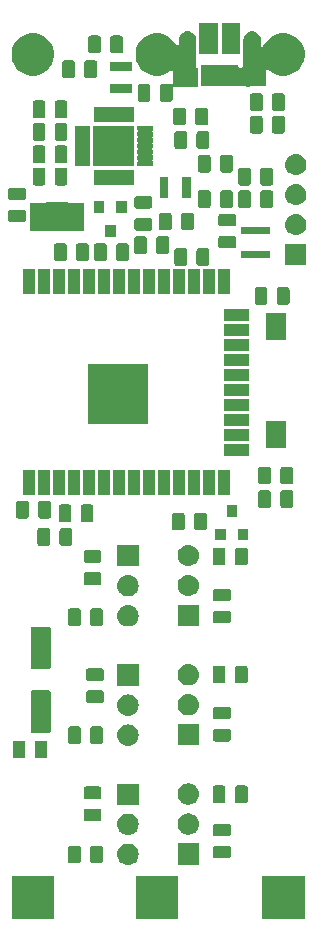
<source format=gbr>
G04 #@! TF.GenerationSoftware,KiCad,Pcbnew,(5.1.4)-1*
G04 #@! TF.CreationDate,2021-01-27T11:02:31-06:00*
G04 #@! TF.ProjectId,ULPSoilMonitor,554c5053-6f69-46c4-9d6f-6e69746f722e,v2.2*
G04 #@! TF.SameCoordinates,Original*
G04 #@! TF.FileFunction,Soldermask,Top*
G04 #@! TF.FilePolarity,Negative*
%FSLAX46Y46*%
G04 Gerber Fmt 4.6, Leading zero omitted, Abs format (unit mm)*
G04 Created by KiCad (PCBNEW (5.1.4)-1) date 2021-01-27 11:02:31*
%MOMM*%
%LPD*%
G04 APERTURE LIST*
%ADD10C,0.100000*%
G04 APERTURE END LIST*
D10*
G36*
X43251000Y-103951000D02*
G01*
X39649000Y-103951000D01*
X39649000Y-100349000D01*
X43251000Y-100349000D01*
X43251000Y-103951000D01*
X43251000Y-103951000D01*
G37*
G36*
X53751000Y-103951000D02*
G01*
X50149000Y-103951000D01*
X50149000Y-100349000D01*
X53751000Y-100349000D01*
X53751000Y-103951000D01*
X53751000Y-103951000D01*
G37*
G36*
X64451000Y-103951000D02*
G01*
X60849000Y-103951000D01*
X60849000Y-100349000D01*
X64451000Y-100349000D01*
X64451000Y-103951000D01*
X64451000Y-103951000D01*
G37*
G36*
X49610443Y-97585519D02*
G01*
X49676627Y-97592037D01*
X49846466Y-97643557D01*
X50002991Y-97727222D01*
X50029527Y-97749000D01*
X50140186Y-97839814D01*
X50223448Y-97941271D01*
X50252778Y-97977009D01*
X50336443Y-98133534D01*
X50387963Y-98303373D01*
X50405359Y-98480000D01*
X50387963Y-98656627D01*
X50341285Y-98810504D01*
X50336442Y-98826468D01*
X50294610Y-98904729D01*
X50252778Y-98982991D01*
X50223448Y-99018729D01*
X50140186Y-99120186D01*
X50055095Y-99190017D01*
X50002991Y-99232778D01*
X49846466Y-99316443D01*
X49676627Y-99367963D01*
X49610442Y-99374482D01*
X49544260Y-99381000D01*
X49455740Y-99381000D01*
X49389558Y-99374482D01*
X49323373Y-99367963D01*
X49153534Y-99316443D01*
X48997009Y-99232778D01*
X48944905Y-99190017D01*
X48859814Y-99120186D01*
X48776552Y-99018729D01*
X48747222Y-98982991D01*
X48705390Y-98904729D01*
X48663558Y-98826468D01*
X48658715Y-98810504D01*
X48612037Y-98656627D01*
X48594641Y-98480000D01*
X48612037Y-98303373D01*
X48663557Y-98133534D01*
X48747222Y-97977009D01*
X48776552Y-97941271D01*
X48859814Y-97839814D01*
X48970473Y-97749000D01*
X48997009Y-97727222D01*
X49153534Y-97643557D01*
X49323373Y-97592037D01*
X49389557Y-97585519D01*
X49455740Y-97579000D01*
X49544260Y-97579000D01*
X49610443Y-97585519D01*
X49610443Y-97585519D01*
G37*
G36*
X55501000Y-99351000D02*
G01*
X53699000Y-99351000D01*
X53699000Y-97549000D01*
X55501000Y-97549000D01*
X55501000Y-99351000D01*
X55501000Y-99351000D01*
G37*
G36*
X45334468Y-97753565D02*
G01*
X45373138Y-97765296D01*
X45408777Y-97784346D01*
X45440017Y-97809983D01*
X45465654Y-97841223D01*
X45484704Y-97876862D01*
X45496435Y-97915532D01*
X45501000Y-97961888D01*
X45501000Y-99038112D01*
X45496435Y-99084468D01*
X45484704Y-99123138D01*
X45465654Y-99158777D01*
X45440017Y-99190017D01*
X45408777Y-99215654D01*
X45373138Y-99234704D01*
X45334468Y-99246435D01*
X45288112Y-99251000D01*
X44636888Y-99251000D01*
X44590532Y-99246435D01*
X44551862Y-99234704D01*
X44516223Y-99215654D01*
X44484983Y-99190017D01*
X44459346Y-99158777D01*
X44440296Y-99123138D01*
X44428565Y-99084468D01*
X44424000Y-99038112D01*
X44424000Y-97961888D01*
X44428565Y-97915532D01*
X44440296Y-97876862D01*
X44459346Y-97841223D01*
X44484983Y-97809983D01*
X44516223Y-97784346D01*
X44551862Y-97765296D01*
X44590532Y-97753565D01*
X44636888Y-97749000D01*
X45288112Y-97749000D01*
X45334468Y-97753565D01*
X45334468Y-97753565D01*
G37*
G36*
X47209468Y-97753565D02*
G01*
X47248138Y-97765296D01*
X47283777Y-97784346D01*
X47315017Y-97809983D01*
X47340654Y-97841223D01*
X47359704Y-97876862D01*
X47371435Y-97915532D01*
X47376000Y-97961888D01*
X47376000Y-99038112D01*
X47371435Y-99084468D01*
X47359704Y-99123138D01*
X47340654Y-99158777D01*
X47315017Y-99190017D01*
X47283777Y-99215654D01*
X47248138Y-99234704D01*
X47209468Y-99246435D01*
X47163112Y-99251000D01*
X46511888Y-99251000D01*
X46465532Y-99246435D01*
X46426862Y-99234704D01*
X46391223Y-99215654D01*
X46359983Y-99190017D01*
X46334346Y-99158777D01*
X46315296Y-99123138D01*
X46303565Y-99084468D01*
X46299000Y-99038112D01*
X46299000Y-97961888D01*
X46303565Y-97915532D01*
X46315296Y-97876862D01*
X46334346Y-97841223D01*
X46359983Y-97809983D01*
X46391223Y-97784346D01*
X46426862Y-97765296D01*
X46465532Y-97753565D01*
X46511888Y-97749000D01*
X47163112Y-97749000D01*
X47209468Y-97753565D01*
X47209468Y-97753565D01*
G37*
G36*
X58035268Y-97754365D02*
G01*
X58073938Y-97766096D01*
X58109577Y-97785146D01*
X58140817Y-97810783D01*
X58166454Y-97842023D01*
X58185504Y-97877662D01*
X58197235Y-97916332D01*
X58201800Y-97962688D01*
X58201800Y-98613912D01*
X58197235Y-98660268D01*
X58185504Y-98698938D01*
X58166454Y-98734577D01*
X58140817Y-98765817D01*
X58109577Y-98791454D01*
X58073938Y-98810504D01*
X58035268Y-98822235D01*
X57988912Y-98826800D01*
X56912688Y-98826800D01*
X56866332Y-98822235D01*
X56827662Y-98810504D01*
X56792023Y-98791454D01*
X56760783Y-98765817D01*
X56735146Y-98734577D01*
X56716096Y-98698938D01*
X56704365Y-98660268D01*
X56699800Y-98613912D01*
X56699800Y-97962688D01*
X56704365Y-97916332D01*
X56716096Y-97877662D01*
X56735146Y-97842023D01*
X56760783Y-97810783D01*
X56792023Y-97785146D01*
X56827662Y-97766096D01*
X56866332Y-97754365D01*
X56912688Y-97749800D01*
X57988912Y-97749800D01*
X58035268Y-97754365D01*
X58035268Y-97754365D01*
G37*
G36*
X58035268Y-95879365D02*
G01*
X58073938Y-95891096D01*
X58109577Y-95910146D01*
X58140817Y-95935783D01*
X58166454Y-95967023D01*
X58185504Y-96002662D01*
X58197235Y-96041332D01*
X58201800Y-96087688D01*
X58201800Y-96738912D01*
X58197235Y-96785268D01*
X58185504Y-96823938D01*
X58166454Y-96859577D01*
X58140817Y-96890817D01*
X58109577Y-96916454D01*
X58073938Y-96935504D01*
X58035268Y-96947235D01*
X57988912Y-96951800D01*
X56912688Y-96951800D01*
X56866332Y-96947235D01*
X56827662Y-96935504D01*
X56792023Y-96916454D01*
X56760783Y-96890817D01*
X56735146Y-96859577D01*
X56716096Y-96823938D01*
X56704365Y-96785268D01*
X56699800Y-96738912D01*
X56699800Y-96087688D01*
X56704365Y-96041332D01*
X56716096Y-96002662D01*
X56735146Y-95967023D01*
X56760783Y-95935783D01*
X56792023Y-95910146D01*
X56827662Y-95891096D01*
X56866332Y-95879365D01*
X56912688Y-95874800D01*
X57988912Y-95874800D01*
X58035268Y-95879365D01*
X58035268Y-95879365D01*
G37*
G36*
X49610442Y-95045518D02*
G01*
X49676627Y-95052037D01*
X49846466Y-95103557D01*
X50002991Y-95187222D01*
X50038729Y-95216552D01*
X50140186Y-95299814D01*
X50223448Y-95401271D01*
X50252778Y-95437009D01*
X50252779Y-95437011D01*
X50320407Y-95563532D01*
X50336443Y-95593534D01*
X50387963Y-95763373D01*
X50405359Y-95940000D01*
X50387963Y-96116627D01*
X50336443Y-96286466D01*
X50252778Y-96442991D01*
X50223448Y-96478729D01*
X50140186Y-96580186D01*
X50039546Y-96662778D01*
X50002991Y-96692778D01*
X50002989Y-96692779D01*
X49902594Y-96746442D01*
X49846466Y-96776443D01*
X49676627Y-96827963D01*
X49610442Y-96834482D01*
X49544260Y-96841000D01*
X49455740Y-96841000D01*
X49389558Y-96834482D01*
X49323373Y-96827963D01*
X49153534Y-96776443D01*
X49097407Y-96746442D01*
X48997011Y-96692779D01*
X48997009Y-96692778D01*
X48960454Y-96662778D01*
X48859814Y-96580186D01*
X48776552Y-96478729D01*
X48747222Y-96442991D01*
X48663557Y-96286466D01*
X48612037Y-96116627D01*
X48594641Y-95940000D01*
X48612037Y-95763373D01*
X48663557Y-95593534D01*
X48679594Y-95563532D01*
X48747221Y-95437011D01*
X48747222Y-95437009D01*
X48776552Y-95401271D01*
X48859814Y-95299814D01*
X48961271Y-95216552D01*
X48997009Y-95187222D01*
X49153534Y-95103557D01*
X49323373Y-95052037D01*
X49389558Y-95045518D01*
X49455740Y-95039000D01*
X49544260Y-95039000D01*
X49610442Y-95045518D01*
X49610442Y-95045518D01*
G37*
G36*
X54710443Y-95015519D02*
G01*
X54776627Y-95022037D01*
X54946466Y-95073557D01*
X54946468Y-95073558D01*
X55024729Y-95115390D01*
X55102991Y-95157222D01*
X55138729Y-95186552D01*
X55240186Y-95269814D01*
X55323448Y-95371271D01*
X55352778Y-95407009D01*
X55436443Y-95563534D01*
X55487963Y-95733373D01*
X55505359Y-95910000D01*
X55487963Y-96086627D01*
X55436443Y-96256466D01*
X55436442Y-96256468D01*
X55394610Y-96334729D01*
X55352778Y-96412991D01*
X55328159Y-96442989D01*
X55240186Y-96550186D01*
X55138729Y-96633448D01*
X55102991Y-96662778D01*
X55024729Y-96704610D01*
X54960556Y-96738912D01*
X54946466Y-96746443D01*
X54776627Y-96797963D01*
X54710442Y-96804482D01*
X54644260Y-96811000D01*
X54555740Y-96811000D01*
X54489558Y-96804482D01*
X54423373Y-96797963D01*
X54253534Y-96746443D01*
X54239445Y-96738912D01*
X54175271Y-96704610D01*
X54097009Y-96662778D01*
X54061271Y-96633448D01*
X53959814Y-96550186D01*
X53871841Y-96442989D01*
X53847222Y-96412991D01*
X53805389Y-96334728D01*
X53763558Y-96256468D01*
X53763557Y-96256466D01*
X53712037Y-96086627D01*
X53694641Y-95910000D01*
X53712037Y-95733373D01*
X53763557Y-95563534D01*
X53847222Y-95407009D01*
X53876552Y-95371271D01*
X53959814Y-95269814D01*
X54061271Y-95186552D01*
X54097009Y-95157222D01*
X54175271Y-95115390D01*
X54253532Y-95073558D01*
X54253534Y-95073557D01*
X54423373Y-95022037D01*
X54489557Y-95015519D01*
X54555740Y-95009000D01*
X54644260Y-95009000D01*
X54710443Y-95015519D01*
X54710443Y-95015519D01*
G37*
G36*
X47084468Y-94603565D02*
G01*
X47123138Y-94615296D01*
X47158777Y-94634346D01*
X47190017Y-94659983D01*
X47215654Y-94691223D01*
X47234704Y-94726862D01*
X47246435Y-94765532D01*
X47251000Y-94811888D01*
X47251000Y-95463112D01*
X47246435Y-95509468D01*
X47234704Y-95548138D01*
X47215654Y-95583777D01*
X47190017Y-95615017D01*
X47158777Y-95640654D01*
X47123138Y-95659704D01*
X47084468Y-95671435D01*
X47038112Y-95676000D01*
X45961888Y-95676000D01*
X45915532Y-95671435D01*
X45876862Y-95659704D01*
X45841223Y-95640654D01*
X45809983Y-95615017D01*
X45784346Y-95583777D01*
X45765296Y-95548138D01*
X45753565Y-95509468D01*
X45749000Y-95463112D01*
X45749000Y-94811888D01*
X45753565Y-94765532D01*
X45765296Y-94726862D01*
X45784346Y-94691223D01*
X45809983Y-94659983D01*
X45841223Y-94634346D01*
X45876862Y-94615296D01*
X45915532Y-94603565D01*
X45961888Y-94599000D01*
X47038112Y-94599000D01*
X47084468Y-94603565D01*
X47084468Y-94603565D01*
G37*
G36*
X50401000Y-94301000D02*
G01*
X48599000Y-94301000D01*
X48599000Y-92499000D01*
X50401000Y-92499000D01*
X50401000Y-94301000D01*
X50401000Y-94301000D01*
G37*
G36*
X54710442Y-92475518D02*
G01*
X54776627Y-92482037D01*
X54946466Y-92533557D01*
X55102991Y-92617222D01*
X55138729Y-92646552D01*
X55240186Y-92729814D01*
X55285461Y-92784983D01*
X55352778Y-92867009D01*
X55436443Y-93023534D01*
X55487963Y-93193373D01*
X55505359Y-93370000D01*
X55487963Y-93546627D01*
X55436443Y-93716466D01*
X55352778Y-93872991D01*
X55323448Y-93908729D01*
X55240186Y-94010186D01*
X55142910Y-94090017D01*
X55102991Y-94122778D01*
X54946466Y-94206443D01*
X54776627Y-94257963D01*
X54710443Y-94264481D01*
X54644260Y-94271000D01*
X54555740Y-94271000D01*
X54489557Y-94264481D01*
X54423373Y-94257963D01*
X54253534Y-94206443D01*
X54097009Y-94122778D01*
X54057090Y-94090017D01*
X53959814Y-94010186D01*
X53876552Y-93908729D01*
X53847222Y-93872991D01*
X53763557Y-93716466D01*
X53712037Y-93546627D01*
X53694641Y-93370000D01*
X53712037Y-93193373D01*
X53763557Y-93023534D01*
X53847222Y-92867009D01*
X53914539Y-92784983D01*
X53959814Y-92729814D01*
X54061271Y-92646552D01*
X54097009Y-92617222D01*
X54253534Y-92533557D01*
X54423373Y-92482037D01*
X54489558Y-92475518D01*
X54555740Y-92469000D01*
X54644260Y-92469000D01*
X54710442Y-92475518D01*
X54710442Y-92475518D01*
G37*
G36*
X59460268Y-92653565D02*
G01*
X59498938Y-92665296D01*
X59534577Y-92684346D01*
X59565817Y-92709983D01*
X59591454Y-92741223D01*
X59610504Y-92776862D01*
X59622235Y-92815532D01*
X59626800Y-92861888D01*
X59626800Y-93938112D01*
X59622235Y-93984468D01*
X59610504Y-94023138D01*
X59591454Y-94058777D01*
X59565817Y-94090017D01*
X59534577Y-94115654D01*
X59498938Y-94134704D01*
X59460268Y-94146435D01*
X59413912Y-94151000D01*
X58762688Y-94151000D01*
X58716332Y-94146435D01*
X58677662Y-94134704D01*
X58642023Y-94115654D01*
X58610783Y-94090017D01*
X58585146Y-94058777D01*
X58566096Y-94023138D01*
X58554365Y-93984468D01*
X58549800Y-93938112D01*
X58549800Y-92861888D01*
X58554365Y-92815532D01*
X58566096Y-92776862D01*
X58585146Y-92741223D01*
X58610783Y-92709983D01*
X58642023Y-92684346D01*
X58677662Y-92665296D01*
X58716332Y-92653565D01*
X58762688Y-92649000D01*
X59413912Y-92649000D01*
X59460268Y-92653565D01*
X59460268Y-92653565D01*
G37*
G36*
X57585268Y-92653565D02*
G01*
X57623938Y-92665296D01*
X57659577Y-92684346D01*
X57690817Y-92709983D01*
X57716454Y-92741223D01*
X57735504Y-92776862D01*
X57747235Y-92815532D01*
X57751800Y-92861888D01*
X57751800Y-93938112D01*
X57747235Y-93984468D01*
X57735504Y-94023138D01*
X57716454Y-94058777D01*
X57690817Y-94090017D01*
X57659577Y-94115654D01*
X57623938Y-94134704D01*
X57585268Y-94146435D01*
X57538912Y-94151000D01*
X56887688Y-94151000D01*
X56841332Y-94146435D01*
X56802662Y-94134704D01*
X56767023Y-94115654D01*
X56735783Y-94090017D01*
X56710146Y-94058777D01*
X56691096Y-94023138D01*
X56679365Y-93984468D01*
X56674800Y-93938112D01*
X56674800Y-92861888D01*
X56679365Y-92815532D01*
X56691096Y-92776862D01*
X56710146Y-92741223D01*
X56735783Y-92709983D01*
X56767023Y-92684346D01*
X56802662Y-92665296D01*
X56841332Y-92653565D01*
X56887688Y-92649000D01*
X57538912Y-92649000D01*
X57585268Y-92653565D01*
X57585268Y-92653565D01*
G37*
G36*
X47084468Y-92728565D02*
G01*
X47123138Y-92740296D01*
X47158777Y-92759346D01*
X47190017Y-92784983D01*
X47215654Y-92816223D01*
X47234704Y-92851862D01*
X47246435Y-92890532D01*
X47251000Y-92936888D01*
X47251000Y-93588112D01*
X47246435Y-93634468D01*
X47234704Y-93673138D01*
X47215654Y-93708777D01*
X47190017Y-93740017D01*
X47158777Y-93765654D01*
X47123138Y-93784704D01*
X47084468Y-93796435D01*
X47038112Y-93801000D01*
X45961888Y-93801000D01*
X45915532Y-93796435D01*
X45876862Y-93784704D01*
X45841223Y-93765654D01*
X45809983Y-93740017D01*
X45784346Y-93708777D01*
X45765296Y-93673138D01*
X45753565Y-93634468D01*
X45749000Y-93588112D01*
X45749000Y-92936888D01*
X45753565Y-92890532D01*
X45765296Y-92851862D01*
X45784346Y-92816223D01*
X45809983Y-92784983D01*
X45841223Y-92759346D01*
X45876862Y-92740296D01*
X45915532Y-92728565D01*
X45961888Y-92724000D01*
X47038112Y-92724000D01*
X47084468Y-92728565D01*
X47084468Y-92728565D01*
G37*
G36*
X40634468Y-88853565D02*
G01*
X40673138Y-88865296D01*
X40708777Y-88884346D01*
X40740017Y-88909983D01*
X40765654Y-88941223D01*
X40784704Y-88976862D01*
X40796435Y-89015532D01*
X40801000Y-89061888D01*
X40801000Y-90138112D01*
X40796435Y-90184468D01*
X40784704Y-90223138D01*
X40765654Y-90258777D01*
X40740017Y-90290017D01*
X40708777Y-90315654D01*
X40673138Y-90334704D01*
X40634468Y-90346435D01*
X40588112Y-90351000D01*
X39936888Y-90351000D01*
X39890532Y-90346435D01*
X39851862Y-90334704D01*
X39816223Y-90315654D01*
X39784983Y-90290017D01*
X39759346Y-90258777D01*
X39740296Y-90223138D01*
X39728565Y-90184468D01*
X39724000Y-90138112D01*
X39724000Y-89061888D01*
X39728565Y-89015532D01*
X39740296Y-88976862D01*
X39759346Y-88941223D01*
X39784983Y-88909983D01*
X39816223Y-88884346D01*
X39851862Y-88865296D01*
X39890532Y-88853565D01*
X39936888Y-88849000D01*
X40588112Y-88849000D01*
X40634468Y-88853565D01*
X40634468Y-88853565D01*
G37*
G36*
X42509468Y-88853565D02*
G01*
X42548138Y-88865296D01*
X42583777Y-88884346D01*
X42615017Y-88909983D01*
X42640654Y-88941223D01*
X42659704Y-88976862D01*
X42671435Y-89015532D01*
X42676000Y-89061888D01*
X42676000Y-90138112D01*
X42671435Y-90184468D01*
X42659704Y-90223138D01*
X42640654Y-90258777D01*
X42615017Y-90290017D01*
X42583777Y-90315654D01*
X42548138Y-90334704D01*
X42509468Y-90346435D01*
X42463112Y-90351000D01*
X41811888Y-90351000D01*
X41765532Y-90346435D01*
X41726862Y-90334704D01*
X41691223Y-90315654D01*
X41659983Y-90290017D01*
X41634346Y-90258777D01*
X41615296Y-90223138D01*
X41603565Y-90184468D01*
X41599000Y-90138112D01*
X41599000Y-89061888D01*
X41603565Y-89015532D01*
X41615296Y-88976862D01*
X41634346Y-88941223D01*
X41659983Y-88909983D01*
X41691223Y-88884346D01*
X41726862Y-88865296D01*
X41765532Y-88853565D01*
X41811888Y-88849000D01*
X42463112Y-88849000D01*
X42509468Y-88853565D01*
X42509468Y-88853565D01*
G37*
G36*
X49610442Y-87485518D02*
G01*
X49676627Y-87492037D01*
X49846466Y-87543557D01*
X50002991Y-87627222D01*
X50029527Y-87649000D01*
X50140186Y-87739814D01*
X50202325Y-87815532D01*
X50252778Y-87877009D01*
X50336443Y-88033534D01*
X50387963Y-88203373D01*
X50405359Y-88380000D01*
X50387963Y-88556627D01*
X50336443Y-88726466D01*
X50252778Y-88882991D01*
X50223448Y-88918729D01*
X50140186Y-89020186D01*
X50055095Y-89090017D01*
X50002991Y-89132778D01*
X49846466Y-89216443D01*
X49676627Y-89267963D01*
X49610442Y-89274482D01*
X49544260Y-89281000D01*
X49455740Y-89281000D01*
X49389558Y-89274482D01*
X49323373Y-89267963D01*
X49153534Y-89216443D01*
X48997009Y-89132778D01*
X48944905Y-89090017D01*
X48859814Y-89020186D01*
X48776552Y-88918729D01*
X48747222Y-88882991D01*
X48663557Y-88726466D01*
X48612037Y-88556627D01*
X48594641Y-88380000D01*
X48612037Y-88203373D01*
X48663557Y-88033534D01*
X48747222Y-87877009D01*
X48797675Y-87815532D01*
X48859814Y-87739814D01*
X48970473Y-87649000D01*
X48997009Y-87627222D01*
X49153534Y-87543557D01*
X49323373Y-87492037D01*
X49389558Y-87485518D01*
X49455740Y-87479000D01*
X49544260Y-87479000D01*
X49610442Y-87485518D01*
X49610442Y-87485518D01*
G37*
G36*
X55501000Y-89251800D02*
G01*
X53699000Y-89251800D01*
X53699000Y-87449800D01*
X55501000Y-87449800D01*
X55501000Y-89251800D01*
X55501000Y-89251800D01*
G37*
G36*
X45334468Y-87653565D02*
G01*
X45373138Y-87665296D01*
X45408777Y-87684346D01*
X45440017Y-87709983D01*
X45465654Y-87741223D01*
X45484704Y-87776862D01*
X45496435Y-87815532D01*
X45501000Y-87861888D01*
X45501000Y-88938112D01*
X45496435Y-88984468D01*
X45484704Y-89023138D01*
X45465654Y-89058777D01*
X45440017Y-89090017D01*
X45408777Y-89115654D01*
X45373138Y-89134704D01*
X45334468Y-89146435D01*
X45288112Y-89151000D01*
X44636888Y-89151000D01*
X44590532Y-89146435D01*
X44551862Y-89134704D01*
X44516223Y-89115654D01*
X44484983Y-89090017D01*
X44459346Y-89058777D01*
X44440296Y-89023138D01*
X44428565Y-88984468D01*
X44424000Y-88938112D01*
X44424000Y-87861888D01*
X44428565Y-87815532D01*
X44440296Y-87776862D01*
X44459346Y-87741223D01*
X44484983Y-87709983D01*
X44516223Y-87684346D01*
X44551862Y-87665296D01*
X44590532Y-87653565D01*
X44636888Y-87649000D01*
X45288112Y-87649000D01*
X45334468Y-87653565D01*
X45334468Y-87653565D01*
G37*
G36*
X47209468Y-87653565D02*
G01*
X47248138Y-87665296D01*
X47283777Y-87684346D01*
X47315017Y-87709983D01*
X47340654Y-87741223D01*
X47359704Y-87776862D01*
X47371435Y-87815532D01*
X47376000Y-87861888D01*
X47376000Y-88938112D01*
X47371435Y-88984468D01*
X47359704Y-89023138D01*
X47340654Y-89058777D01*
X47315017Y-89090017D01*
X47283777Y-89115654D01*
X47248138Y-89134704D01*
X47209468Y-89146435D01*
X47163112Y-89151000D01*
X46511888Y-89151000D01*
X46465532Y-89146435D01*
X46426862Y-89134704D01*
X46391223Y-89115654D01*
X46359983Y-89090017D01*
X46334346Y-89058777D01*
X46315296Y-89023138D01*
X46303565Y-88984468D01*
X46299000Y-88938112D01*
X46299000Y-87861888D01*
X46303565Y-87815532D01*
X46315296Y-87776862D01*
X46334346Y-87741223D01*
X46359983Y-87709983D01*
X46391223Y-87684346D01*
X46426862Y-87665296D01*
X46465532Y-87653565D01*
X46511888Y-87649000D01*
X47163112Y-87649000D01*
X47209468Y-87653565D01*
X47209468Y-87653565D01*
G37*
G36*
X58035268Y-87854365D02*
G01*
X58073938Y-87866096D01*
X58109577Y-87885146D01*
X58140817Y-87910783D01*
X58166454Y-87942023D01*
X58185504Y-87977662D01*
X58197235Y-88016332D01*
X58201800Y-88062688D01*
X58201800Y-88713912D01*
X58197235Y-88760268D01*
X58185504Y-88798938D01*
X58166454Y-88834577D01*
X58140817Y-88865817D01*
X58109577Y-88891454D01*
X58073938Y-88910504D01*
X58035268Y-88922235D01*
X57988912Y-88926800D01*
X56912688Y-88926800D01*
X56866332Y-88922235D01*
X56827662Y-88910504D01*
X56792023Y-88891454D01*
X56760783Y-88865817D01*
X56735146Y-88834577D01*
X56716096Y-88798938D01*
X56704365Y-88760268D01*
X56699800Y-88713912D01*
X56699800Y-88062688D01*
X56704365Y-88016332D01*
X56716096Y-87977662D01*
X56735146Y-87942023D01*
X56760783Y-87910783D01*
X56792023Y-87885146D01*
X56827662Y-87866096D01*
X56866332Y-87854365D01*
X56912688Y-87849800D01*
X57988912Y-87849800D01*
X58035268Y-87854365D01*
X58035268Y-87854365D01*
G37*
G36*
X42805997Y-84603051D02*
G01*
X42839652Y-84613261D01*
X42870665Y-84629838D01*
X42897851Y-84652149D01*
X42920162Y-84679335D01*
X42936739Y-84710348D01*
X42946949Y-84744003D01*
X42951000Y-84785138D01*
X42951000Y-88014862D01*
X42946949Y-88055997D01*
X42936739Y-88089652D01*
X42920162Y-88120665D01*
X42897851Y-88147851D01*
X42870665Y-88170162D01*
X42839652Y-88186739D01*
X42805997Y-88196949D01*
X42764862Y-88201000D01*
X41435138Y-88201000D01*
X41394003Y-88196949D01*
X41360348Y-88186739D01*
X41329335Y-88170162D01*
X41302149Y-88147851D01*
X41279838Y-88120665D01*
X41263261Y-88089652D01*
X41253051Y-88055997D01*
X41249000Y-88014862D01*
X41249000Y-84785138D01*
X41253051Y-84744003D01*
X41263261Y-84710348D01*
X41279838Y-84679335D01*
X41302149Y-84652149D01*
X41329335Y-84629838D01*
X41360348Y-84613261D01*
X41394003Y-84603051D01*
X41435138Y-84599000D01*
X42764862Y-84599000D01*
X42805997Y-84603051D01*
X42805997Y-84603051D01*
G37*
G36*
X58035268Y-85979365D02*
G01*
X58073938Y-85991096D01*
X58109577Y-86010146D01*
X58140817Y-86035783D01*
X58166454Y-86067023D01*
X58185504Y-86102662D01*
X58197235Y-86141332D01*
X58201800Y-86187688D01*
X58201800Y-86838912D01*
X58197235Y-86885268D01*
X58185504Y-86923938D01*
X58166454Y-86959577D01*
X58140817Y-86990817D01*
X58109577Y-87016454D01*
X58073938Y-87035504D01*
X58035268Y-87047235D01*
X57988912Y-87051800D01*
X56912688Y-87051800D01*
X56866332Y-87047235D01*
X56827662Y-87035504D01*
X56792023Y-87016454D01*
X56760783Y-86990817D01*
X56735146Y-86959577D01*
X56716096Y-86923938D01*
X56704365Y-86885268D01*
X56699800Y-86838912D01*
X56699800Y-86187688D01*
X56704365Y-86141332D01*
X56716096Y-86102662D01*
X56735146Y-86067023D01*
X56760783Y-86035783D01*
X56792023Y-86010146D01*
X56827662Y-85991096D01*
X56866332Y-85979365D01*
X56912688Y-85974800D01*
X57988912Y-85974800D01*
X58035268Y-85979365D01*
X58035268Y-85979365D01*
G37*
G36*
X49610442Y-84945518D02*
G01*
X49676627Y-84952037D01*
X49846466Y-85003557D01*
X50002991Y-85087222D01*
X50038729Y-85116552D01*
X50140186Y-85199814D01*
X50223448Y-85301271D01*
X50252778Y-85337009D01*
X50336443Y-85493534D01*
X50387963Y-85663373D01*
X50405359Y-85840000D01*
X50387963Y-86016627D01*
X50345300Y-86157268D01*
X50336442Y-86186468D01*
X50305663Y-86244050D01*
X50252778Y-86342991D01*
X50223448Y-86378729D01*
X50140186Y-86480186D01*
X50038729Y-86563448D01*
X50002991Y-86592778D01*
X49846466Y-86676443D01*
X49676627Y-86727963D01*
X49610443Y-86734481D01*
X49544260Y-86741000D01*
X49455740Y-86741000D01*
X49389557Y-86734481D01*
X49323373Y-86727963D01*
X49153534Y-86676443D01*
X48997009Y-86592778D01*
X48961271Y-86563448D01*
X48859814Y-86480186D01*
X48776552Y-86378729D01*
X48747222Y-86342991D01*
X48694337Y-86244050D01*
X48663558Y-86186468D01*
X48654700Y-86157268D01*
X48612037Y-86016627D01*
X48594641Y-85840000D01*
X48612037Y-85663373D01*
X48663557Y-85493534D01*
X48747222Y-85337009D01*
X48776552Y-85301271D01*
X48859814Y-85199814D01*
X48961271Y-85116552D01*
X48997009Y-85087222D01*
X49153534Y-85003557D01*
X49323373Y-84952037D01*
X49389558Y-84945518D01*
X49455740Y-84939000D01*
X49544260Y-84939000D01*
X49610442Y-84945518D01*
X49610442Y-84945518D01*
G37*
G36*
X54710443Y-84916319D02*
G01*
X54776627Y-84922837D01*
X54946466Y-84974357D01*
X55102991Y-85058022D01*
X55138570Y-85087221D01*
X55240186Y-85170614D01*
X55323448Y-85272071D01*
X55352778Y-85307809D01*
X55352779Y-85307811D01*
X55433741Y-85459278D01*
X55436443Y-85464334D01*
X55487963Y-85634173D01*
X55505359Y-85810800D01*
X55487963Y-85987427D01*
X55436443Y-86157266D01*
X55352778Y-86313791D01*
X55328816Y-86342989D01*
X55240186Y-86450986D01*
X55138729Y-86534248D01*
X55102991Y-86563578D01*
X54946466Y-86647243D01*
X54776627Y-86698763D01*
X54710442Y-86705282D01*
X54644260Y-86711800D01*
X54555740Y-86711800D01*
X54489558Y-86705282D01*
X54423373Y-86698763D01*
X54253534Y-86647243D01*
X54097009Y-86563578D01*
X54061271Y-86534248D01*
X53959814Y-86450986D01*
X53871184Y-86342989D01*
X53847222Y-86313791D01*
X53763557Y-86157266D01*
X53712037Y-85987427D01*
X53694641Y-85810800D01*
X53712037Y-85634173D01*
X53763557Y-85464334D01*
X53766260Y-85459278D01*
X53847221Y-85307811D01*
X53847222Y-85307809D01*
X53876552Y-85272071D01*
X53959814Y-85170614D01*
X54061430Y-85087221D01*
X54097009Y-85058022D01*
X54253534Y-84974357D01*
X54423373Y-84922837D01*
X54489557Y-84916319D01*
X54555740Y-84909800D01*
X54644260Y-84909800D01*
X54710443Y-84916319D01*
X54710443Y-84916319D01*
G37*
G36*
X47284468Y-84603565D02*
G01*
X47323138Y-84615296D01*
X47358777Y-84634346D01*
X47390017Y-84659983D01*
X47415654Y-84691223D01*
X47434704Y-84726862D01*
X47446435Y-84765532D01*
X47451000Y-84811888D01*
X47451000Y-85463112D01*
X47446435Y-85509468D01*
X47434704Y-85548138D01*
X47415654Y-85583777D01*
X47390017Y-85615017D01*
X47358777Y-85640654D01*
X47323138Y-85659704D01*
X47284468Y-85671435D01*
X47238112Y-85676000D01*
X46161888Y-85676000D01*
X46115532Y-85671435D01*
X46076862Y-85659704D01*
X46041223Y-85640654D01*
X46009983Y-85615017D01*
X45984346Y-85583777D01*
X45965296Y-85548138D01*
X45953565Y-85509468D01*
X45949000Y-85463112D01*
X45949000Y-84811888D01*
X45953565Y-84765532D01*
X45965296Y-84726862D01*
X45984346Y-84691223D01*
X46009983Y-84659983D01*
X46041223Y-84634346D01*
X46076862Y-84615296D01*
X46115532Y-84603565D01*
X46161888Y-84599000D01*
X47238112Y-84599000D01*
X47284468Y-84603565D01*
X47284468Y-84603565D01*
G37*
G36*
X50401000Y-84201000D02*
G01*
X48599000Y-84201000D01*
X48599000Y-82399000D01*
X50401000Y-82399000D01*
X50401000Y-84201000D01*
X50401000Y-84201000D01*
G37*
G36*
X54710442Y-82376318D02*
G01*
X54776627Y-82382837D01*
X54946466Y-82434357D01*
X55102991Y-82518022D01*
X55136079Y-82545177D01*
X55240186Y-82630614D01*
X55316825Y-82724000D01*
X55352778Y-82767809D01*
X55436443Y-82924334D01*
X55487963Y-83094173D01*
X55505359Y-83270800D01*
X55487963Y-83447427D01*
X55436443Y-83617266D01*
X55352778Y-83773791D01*
X55340368Y-83788912D01*
X55240186Y-83910986D01*
X55149384Y-83985504D01*
X55102991Y-84023578D01*
X54946466Y-84107243D01*
X54776627Y-84158763D01*
X54710443Y-84165281D01*
X54644260Y-84171800D01*
X54555740Y-84171800D01*
X54489557Y-84165281D01*
X54423373Y-84158763D01*
X54253534Y-84107243D01*
X54097009Y-84023578D01*
X54050616Y-83985504D01*
X53959814Y-83910986D01*
X53859632Y-83788912D01*
X53847222Y-83773791D01*
X53763557Y-83617266D01*
X53712037Y-83447427D01*
X53694641Y-83270800D01*
X53712037Y-83094173D01*
X53763557Y-82924334D01*
X53847222Y-82767809D01*
X53883175Y-82724000D01*
X53959814Y-82630614D01*
X54063921Y-82545177D01*
X54097009Y-82518022D01*
X54253534Y-82434357D01*
X54423373Y-82382837D01*
X54489558Y-82376318D01*
X54555740Y-82369800D01*
X54644260Y-82369800D01*
X54710442Y-82376318D01*
X54710442Y-82376318D01*
G37*
G36*
X57585268Y-82504365D02*
G01*
X57623938Y-82516096D01*
X57659577Y-82535146D01*
X57690817Y-82560783D01*
X57716454Y-82592023D01*
X57735504Y-82627662D01*
X57747235Y-82666332D01*
X57751800Y-82712688D01*
X57751800Y-83788912D01*
X57747235Y-83835268D01*
X57735504Y-83873938D01*
X57716454Y-83909577D01*
X57690817Y-83940817D01*
X57659577Y-83966454D01*
X57623938Y-83985504D01*
X57585268Y-83997235D01*
X57538912Y-84001800D01*
X56887688Y-84001800D01*
X56841332Y-83997235D01*
X56802662Y-83985504D01*
X56767023Y-83966454D01*
X56735783Y-83940817D01*
X56710146Y-83909577D01*
X56691096Y-83873938D01*
X56679365Y-83835268D01*
X56674800Y-83788912D01*
X56674800Y-82712688D01*
X56679365Y-82666332D01*
X56691096Y-82627662D01*
X56710146Y-82592023D01*
X56735783Y-82560783D01*
X56767023Y-82535146D01*
X56802662Y-82516096D01*
X56841332Y-82504365D01*
X56887688Y-82499800D01*
X57538912Y-82499800D01*
X57585268Y-82504365D01*
X57585268Y-82504365D01*
G37*
G36*
X59460268Y-82504365D02*
G01*
X59498938Y-82516096D01*
X59534577Y-82535146D01*
X59565817Y-82560783D01*
X59591454Y-82592023D01*
X59610504Y-82627662D01*
X59622235Y-82666332D01*
X59626800Y-82712688D01*
X59626800Y-83788912D01*
X59622235Y-83835268D01*
X59610504Y-83873938D01*
X59591454Y-83909577D01*
X59565817Y-83940817D01*
X59534577Y-83966454D01*
X59498938Y-83985504D01*
X59460268Y-83997235D01*
X59413912Y-84001800D01*
X58762688Y-84001800D01*
X58716332Y-83997235D01*
X58677662Y-83985504D01*
X58642023Y-83966454D01*
X58610783Y-83940817D01*
X58585146Y-83909577D01*
X58566096Y-83873938D01*
X58554365Y-83835268D01*
X58549800Y-83788912D01*
X58549800Y-82712688D01*
X58554365Y-82666332D01*
X58566096Y-82627662D01*
X58585146Y-82592023D01*
X58610783Y-82560783D01*
X58642023Y-82535146D01*
X58677662Y-82516096D01*
X58716332Y-82504365D01*
X58762688Y-82499800D01*
X59413912Y-82499800D01*
X59460268Y-82504365D01*
X59460268Y-82504365D01*
G37*
G36*
X47284468Y-82728565D02*
G01*
X47323138Y-82740296D01*
X47358777Y-82759346D01*
X47390017Y-82784983D01*
X47415654Y-82816223D01*
X47434704Y-82851862D01*
X47446435Y-82890532D01*
X47451000Y-82936888D01*
X47451000Y-83588112D01*
X47446435Y-83634468D01*
X47434704Y-83673138D01*
X47415654Y-83708777D01*
X47390017Y-83740017D01*
X47358777Y-83765654D01*
X47323138Y-83784704D01*
X47284468Y-83796435D01*
X47238112Y-83801000D01*
X46161888Y-83801000D01*
X46115532Y-83796435D01*
X46076862Y-83784704D01*
X46041223Y-83765654D01*
X46009983Y-83740017D01*
X45984346Y-83708777D01*
X45965296Y-83673138D01*
X45953565Y-83634468D01*
X45949000Y-83588112D01*
X45949000Y-82936888D01*
X45953565Y-82890532D01*
X45965296Y-82851862D01*
X45984346Y-82816223D01*
X46009983Y-82784983D01*
X46041223Y-82759346D01*
X46076862Y-82740296D01*
X46115532Y-82728565D01*
X46161888Y-82724000D01*
X47238112Y-82724000D01*
X47284468Y-82728565D01*
X47284468Y-82728565D01*
G37*
G36*
X42805997Y-79203051D02*
G01*
X42839652Y-79213261D01*
X42870665Y-79229838D01*
X42897851Y-79252149D01*
X42920162Y-79279335D01*
X42936739Y-79310348D01*
X42946949Y-79344003D01*
X42951000Y-79385138D01*
X42951000Y-82614862D01*
X42946949Y-82655997D01*
X42936739Y-82689652D01*
X42920162Y-82720665D01*
X42897851Y-82747851D01*
X42870665Y-82770162D01*
X42839652Y-82786739D01*
X42805997Y-82796949D01*
X42764862Y-82801000D01*
X41435138Y-82801000D01*
X41394003Y-82796949D01*
X41360348Y-82786739D01*
X41329335Y-82770162D01*
X41302149Y-82747851D01*
X41279838Y-82720665D01*
X41263261Y-82689652D01*
X41253051Y-82655997D01*
X41249000Y-82614862D01*
X41249000Y-79385138D01*
X41253051Y-79344003D01*
X41263261Y-79310348D01*
X41279838Y-79279335D01*
X41302149Y-79252149D01*
X41329335Y-79229838D01*
X41360348Y-79213261D01*
X41394003Y-79203051D01*
X41435138Y-79199000D01*
X42764862Y-79199000D01*
X42805997Y-79203051D01*
X42805997Y-79203051D01*
G37*
G36*
X49610443Y-77385519D02*
G01*
X49676627Y-77392037D01*
X49846466Y-77443557D01*
X50002991Y-77527222D01*
X50038729Y-77556552D01*
X50140186Y-77639814D01*
X50197771Y-77709983D01*
X50252778Y-77777009D01*
X50252779Y-77777011D01*
X50328274Y-77918250D01*
X50336443Y-77933534D01*
X50387963Y-78103373D01*
X50405359Y-78280000D01*
X50387963Y-78456627D01*
X50336443Y-78626466D01*
X50252778Y-78782991D01*
X50232962Y-78807137D01*
X50140186Y-78920186D01*
X50061467Y-78984788D01*
X50002991Y-79032778D01*
X49846466Y-79116443D01*
X49676627Y-79167963D01*
X49610442Y-79174482D01*
X49544260Y-79181000D01*
X49455740Y-79181000D01*
X49389558Y-79174482D01*
X49323373Y-79167963D01*
X49153534Y-79116443D01*
X48997009Y-79032778D01*
X48938533Y-78984788D01*
X48859814Y-78920186D01*
X48767038Y-78807137D01*
X48747222Y-78782991D01*
X48663557Y-78626466D01*
X48612037Y-78456627D01*
X48594641Y-78280000D01*
X48612037Y-78103373D01*
X48663557Y-77933534D01*
X48671727Y-77918250D01*
X48747221Y-77777011D01*
X48747222Y-77777009D01*
X48802229Y-77709983D01*
X48859814Y-77639814D01*
X48961271Y-77556552D01*
X48997009Y-77527222D01*
X49153534Y-77443557D01*
X49323373Y-77392037D01*
X49389557Y-77385519D01*
X49455740Y-77379000D01*
X49544260Y-77379000D01*
X49610443Y-77385519D01*
X49610443Y-77385519D01*
G37*
G36*
X55501000Y-79151000D02*
G01*
X53699000Y-79151000D01*
X53699000Y-77349000D01*
X55501000Y-77349000D01*
X55501000Y-79151000D01*
X55501000Y-79151000D01*
G37*
G36*
X47209468Y-77653565D02*
G01*
X47248138Y-77665296D01*
X47283777Y-77684346D01*
X47315017Y-77709983D01*
X47340654Y-77741223D01*
X47359704Y-77776862D01*
X47371435Y-77815532D01*
X47376000Y-77861888D01*
X47376000Y-78938112D01*
X47371435Y-78984468D01*
X47359704Y-79023138D01*
X47340654Y-79058777D01*
X47315017Y-79090017D01*
X47283777Y-79115654D01*
X47248138Y-79134704D01*
X47209468Y-79146435D01*
X47163112Y-79151000D01*
X46511888Y-79151000D01*
X46465532Y-79146435D01*
X46426862Y-79134704D01*
X46391223Y-79115654D01*
X46359983Y-79090017D01*
X46334346Y-79058777D01*
X46315296Y-79023138D01*
X46303565Y-78984468D01*
X46299000Y-78938112D01*
X46299000Y-77861888D01*
X46303565Y-77815532D01*
X46315296Y-77776862D01*
X46334346Y-77741223D01*
X46359983Y-77709983D01*
X46391223Y-77684346D01*
X46426862Y-77665296D01*
X46465532Y-77653565D01*
X46511888Y-77649000D01*
X47163112Y-77649000D01*
X47209468Y-77653565D01*
X47209468Y-77653565D01*
G37*
G36*
X45334468Y-77653565D02*
G01*
X45373138Y-77665296D01*
X45408777Y-77684346D01*
X45440017Y-77709983D01*
X45465654Y-77741223D01*
X45484704Y-77776862D01*
X45496435Y-77815532D01*
X45501000Y-77861888D01*
X45501000Y-78938112D01*
X45496435Y-78984468D01*
X45484704Y-79023138D01*
X45465654Y-79058777D01*
X45440017Y-79090017D01*
X45408777Y-79115654D01*
X45373138Y-79134704D01*
X45334468Y-79146435D01*
X45288112Y-79151000D01*
X44636888Y-79151000D01*
X44590532Y-79146435D01*
X44551862Y-79134704D01*
X44516223Y-79115654D01*
X44484983Y-79090017D01*
X44459346Y-79058777D01*
X44440296Y-79023138D01*
X44428565Y-78984468D01*
X44424000Y-78938112D01*
X44424000Y-77861888D01*
X44428565Y-77815532D01*
X44440296Y-77776862D01*
X44459346Y-77741223D01*
X44484983Y-77709983D01*
X44516223Y-77684346D01*
X44551862Y-77665296D01*
X44590532Y-77653565D01*
X44636888Y-77649000D01*
X45288112Y-77649000D01*
X45334468Y-77653565D01*
X45334468Y-77653565D01*
G37*
G36*
X58035268Y-77854365D02*
G01*
X58073938Y-77866096D01*
X58109577Y-77885146D01*
X58140817Y-77910783D01*
X58166454Y-77942023D01*
X58185504Y-77977662D01*
X58197235Y-78016332D01*
X58201800Y-78062688D01*
X58201800Y-78713912D01*
X58197235Y-78760268D01*
X58185504Y-78798938D01*
X58166454Y-78834577D01*
X58140817Y-78865817D01*
X58109577Y-78891454D01*
X58073938Y-78910504D01*
X58035268Y-78922235D01*
X57988912Y-78926800D01*
X56912688Y-78926800D01*
X56866332Y-78922235D01*
X56827662Y-78910504D01*
X56792023Y-78891454D01*
X56760783Y-78865817D01*
X56735146Y-78834577D01*
X56716096Y-78798938D01*
X56704365Y-78760268D01*
X56699800Y-78713912D01*
X56699800Y-78062688D01*
X56704365Y-78016332D01*
X56716096Y-77977662D01*
X56735146Y-77942023D01*
X56760783Y-77910783D01*
X56792023Y-77885146D01*
X56827662Y-77866096D01*
X56866332Y-77854365D01*
X56912688Y-77849800D01*
X57988912Y-77849800D01*
X58035268Y-77854365D01*
X58035268Y-77854365D01*
G37*
G36*
X58035268Y-75979365D02*
G01*
X58073938Y-75991096D01*
X58109577Y-76010146D01*
X58140817Y-76035783D01*
X58166454Y-76067023D01*
X58185504Y-76102662D01*
X58197235Y-76141332D01*
X58201800Y-76187688D01*
X58201800Y-76838912D01*
X58197235Y-76885268D01*
X58185504Y-76923938D01*
X58166454Y-76959577D01*
X58140817Y-76990817D01*
X58109577Y-77016454D01*
X58073938Y-77035504D01*
X58035268Y-77047235D01*
X57988912Y-77051800D01*
X56912688Y-77051800D01*
X56866332Y-77047235D01*
X56827662Y-77035504D01*
X56792023Y-77016454D01*
X56760783Y-76990817D01*
X56735146Y-76959577D01*
X56716096Y-76923938D01*
X56704365Y-76885268D01*
X56699800Y-76838912D01*
X56699800Y-76187688D01*
X56704365Y-76141332D01*
X56716096Y-76102662D01*
X56735146Y-76067023D01*
X56760783Y-76035783D01*
X56792023Y-76010146D01*
X56827662Y-75991096D01*
X56866332Y-75979365D01*
X56912688Y-75974800D01*
X57988912Y-75974800D01*
X58035268Y-75979365D01*
X58035268Y-75979365D01*
G37*
G36*
X49610443Y-74845519D02*
G01*
X49676627Y-74852037D01*
X49846466Y-74903557D01*
X50002991Y-74987222D01*
X50038729Y-75016552D01*
X50140186Y-75099814D01*
X50223448Y-75201271D01*
X50252778Y-75237009D01*
X50252779Y-75237011D01*
X50320407Y-75363532D01*
X50336443Y-75393534D01*
X50387963Y-75563373D01*
X50405359Y-75740000D01*
X50387963Y-75916627D01*
X50342341Y-76067023D01*
X50336442Y-76086468D01*
X50327786Y-76102662D01*
X50252778Y-76242991D01*
X50223448Y-76278729D01*
X50140186Y-76380186D01*
X50039546Y-76462778D01*
X50002991Y-76492778D01*
X50002989Y-76492779D01*
X49902594Y-76546442D01*
X49846466Y-76576443D01*
X49676627Y-76627963D01*
X49610443Y-76634481D01*
X49544260Y-76641000D01*
X49455740Y-76641000D01*
X49389557Y-76634481D01*
X49323373Y-76627963D01*
X49153534Y-76576443D01*
X49097407Y-76546442D01*
X48997011Y-76492779D01*
X48997009Y-76492778D01*
X48960454Y-76462778D01*
X48859814Y-76380186D01*
X48776552Y-76278729D01*
X48747222Y-76242991D01*
X48672214Y-76102662D01*
X48663558Y-76086468D01*
X48657659Y-76067023D01*
X48612037Y-75916627D01*
X48594641Y-75740000D01*
X48612037Y-75563373D01*
X48663557Y-75393534D01*
X48679594Y-75363532D01*
X48747221Y-75237011D01*
X48747222Y-75237009D01*
X48776552Y-75201271D01*
X48859814Y-75099814D01*
X48961271Y-75016552D01*
X48997009Y-74987222D01*
X49153534Y-74903557D01*
X49323373Y-74852037D01*
X49389557Y-74845519D01*
X49455740Y-74839000D01*
X49544260Y-74839000D01*
X49610443Y-74845519D01*
X49610443Y-74845519D01*
G37*
G36*
X54710442Y-74815518D02*
G01*
X54776627Y-74822037D01*
X54946466Y-74873557D01*
X54946468Y-74873558D01*
X55024729Y-74915390D01*
X55102991Y-74957222D01*
X55138729Y-74986552D01*
X55240186Y-75069814D01*
X55323448Y-75171271D01*
X55352778Y-75207009D01*
X55436443Y-75363534D01*
X55487963Y-75533373D01*
X55505359Y-75710000D01*
X55487963Y-75886627D01*
X55436443Y-76056466D01*
X55436442Y-76056468D01*
X55416133Y-76094463D01*
X55352778Y-76212991D01*
X55328159Y-76242989D01*
X55240186Y-76350186D01*
X55138729Y-76433448D01*
X55102991Y-76462778D01*
X54946466Y-76546443D01*
X54776627Y-76597963D01*
X54710442Y-76604482D01*
X54644260Y-76611000D01*
X54555740Y-76611000D01*
X54489558Y-76604482D01*
X54423373Y-76597963D01*
X54253534Y-76546443D01*
X54097009Y-76462778D01*
X54061271Y-76433448D01*
X53959814Y-76350186D01*
X53871841Y-76242989D01*
X53847222Y-76212991D01*
X53783867Y-76094463D01*
X53763558Y-76056468D01*
X53763557Y-76056466D01*
X53712037Y-75886627D01*
X53694641Y-75710000D01*
X53712037Y-75533373D01*
X53763557Y-75363534D01*
X53847222Y-75207009D01*
X53876552Y-75171271D01*
X53959814Y-75069814D01*
X54061271Y-74986552D01*
X54097009Y-74957222D01*
X54175271Y-74915390D01*
X54253532Y-74873558D01*
X54253534Y-74873557D01*
X54423373Y-74822037D01*
X54489558Y-74815518D01*
X54555740Y-74809000D01*
X54644260Y-74809000D01*
X54710442Y-74815518D01*
X54710442Y-74815518D01*
G37*
G36*
X47084468Y-74603565D02*
G01*
X47123138Y-74615296D01*
X47158777Y-74634346D01*
X47190017Y-74659983D01*
X47215654Y-74691223D01*
X47234704Y-74726862D01*
X47246435Y-74765532D01*
X47251000Y-74811888D01*
X47251000Y-75463112D01*
X47246435Y-75509468D01*
X47234704Y-75548138D01*
X47215654Y-75583777D01*
X47190017Y-75615017D01*
X47158777Y-75640654D01*
X47123138Y-75659704D01*
X47084468Y-75671435D01*
X47038112Y-75676000D01*
X45961888Y-75676000D01*
X45915532Y-75671435D01*
X45876862Y-75659704D01*
X45841223Y-75640654D01*
X45809983Y-75615017D01*
X45784346Y-75583777D01*
X45765296Y-75548138D01*
X45753565Y-75509468D01*
X45749000Y-75463112D01*
X45749000Y-74811888D01*
X45753565Y-74765532D01*
X45765296Y-74726862D01*
X45784346Y-74691223D01*
X45809983Y-74659983D01*
X45841223Y-74634346D01*
X45876862Y-74615296D01*
X45915532Y-74603565D01*
X45961888Y-74599000D01*
X47038112Y-74599000D01*
X47084468Y-74603565D01*
X47084468Y-74603565D01*
G37*
G36*
X50401000Y-74101000D02*
G01*
X48599000Y-74101000D01*
X48599000Y-72299000D01*
X50401000Y-72299000D01*
X50401000Y-74101000D01*
X50401000Y-74101000D01*
G37*
G36*
X54710442Y-72275518D02*
G01*
X54776627Y-72282037D01*
X54946466Y-72333557D01*
X55102991Y-72417222D01*
X55138729Y-72446552D01*
X55240186Y-72529814D01*
X55313758Y-72619463D01*
X55352778Y-72667009D01*
X55436443Y-72823534D01*
X55487963Y-72993373D01*
X55505359Y-73170000D01*
X55487963Y-73346627D01*
X55436443Y-73516466D01*
X55436442Y-73516468D01*
X55400196Y-73584278D01*
X55352778Y-73672991D01*
X55323448Y-73708729D01*
X55240186Y-73810186D01*
X55152512Y-73882137D01*
X55102991Y-73922778D01*
X54946466Y-74006443D01*
X54776627Y-74057963D01*
X54710443Y-74064481D01*
X54644260Y-74071000D01*
X54555740Y-74071000D01*
X54489557Y-74064481D01*
X54423373Y-74057963D01*
X54253534Y-74006443D01*
X54097009Y-73922778D01*
X54047488Y-73882137D01*
X53959814Y-73810186D01*
X53876552Y-73708729D01*
X53847222Y-73672991D01*
X53799804Y-73584278D01*
X53763558Y-73516468D01*
X53763557Y-73516466D01*
X53712037Y-73346627D01*
X53694641Y-73170000D01*
X53712037Y-72993373D01*
X53763557Y-72823534D01*
X53847222Y-72667009D01*
X53886242Y-72619463D01*
X53959814Y-72529814D01*
X54061271Y-72446552D01*
X54097009Y-72417222D01*
X54253534Y-72333557D01*
X54423373Y-72282037D01*
X54489558Y-72275518D01*
X54555740Y-72269000D01*
X54644260Y-72269000D01*
X54710442Y-72275518D01*
X54710442Y-72275518D01*
G37*
G36*
X59460268Y-72504365D02*
G01*
X59498938Y-72516096D01*
X59534577Y-72535146D01*
X59565817Y-72560783D01*
X59591454Y-72592023D01*
X59610504Y-72627662D01*
X59622235Y-72666332D01*
X59626800Y-72712688D01*
X59626800Y-73788912D01*
X59622235Y-73835268D01*
X59610504Y-73873938D01*
X59591454Y-73909577D01*
X59565817Y-73940817D01*
X59534577Y-73966454D01*
X59498938Y-73985504D01*
X59460268Y-73997235D01*
X59413912Y-74001800D01*
X58762688Y-74001800D01*
X58716332Y-73997235D01*
X58677662Y-73985504D01*
X58642023Y-73966454D01*
X58610783Y-73940817D01*
X58585146Y-73909577D01*
X58566096Y-73873938D01*
X58554365Y-73835268D01*
X58549800Y-73788912D01*
X58549800Y-72712688D01*
X58554365Y-72666332D01*
X58566096Y-72627662D01*
X58585146Y-72592023D01*
X58610783Y-72560783D01*
X58642023Y-72535146D01*
X58677662Y-72516096D01*
X58716332Y-72504365D01*
X58762688Y-72499800D01*
X59413912Y-72499800D01*
X59460268Y-72504365D01*
X59460268Y-72504365D01*
G37*
G36*
X57585268Y-72504365D02*
G01*
X57623938Y-72516096D01*
X57659577Y-72535146D01*
X57690817Y-72560783D01*
X57716454Y-72592023D01*
X57735504Y-72627662D01*
X57747235Y-72666332D01*
X57751800Y-72712688D01*
X57751800Y-73788912D01*
X57747235Y-73835268D01*
X57735504Y-73873938D01*
X57716454Y-73909577D01*
X57690817Y-73940817D01*
X57659577Y-73966454D01*
X57623938Y-73985504D01*
X57585268Y-73997235D01*
X57538912Y-74001800D01*
X56887688Y-74001800D01*
X56841332Y-73997235D01*
X56802662Y-73985504D01*
X56767023Y-73966454D01*
X56735783Y-73940817D01*
X56710146Y-73909577D01*
X56691096Y-73873938D01*
X56679365Y-73835268D01*
X56674800Y-73788912D01*
X56674800Y-72712688D01*
X56679365Y-72666332D01*
X56691096Y-72627662D01*
X56710146Y-72592023D01*
X56735783Y-72560783D01*
X56767023Y-72535146D01*
X56802662Y-72516096D01*
X56841332Y-72504365D01*
X56887688Y-72499800D01*
X57538912Y-72499800D01*
X57585268Y-72504365D01*
X57585268Y-72504365D01*
G37*
G36*
X47084468Y-72728565D02*
G01*
X47123138Y-72740296D01*
X47158777Y-72759346D01*
X47190017Y-72784983D01*
X47215654Y-72816223D01*
X47234704Y-72851862D01*
X47246435Y-72890532D01*
X47251000Y-72936888D01*
X47251000Y-73588112D01*
X47246435Y-73634468D01*
X47234704Y-73673138D01*
X47215654Y-73708777D01*
X47190017Y-73740017D01*
X47158777Y-73765654D01*
X47123138Y-73784704D01*
X47084468Y-73796435D01*
X47038112Y-73801000D01*
X45961888Y-73801000D01*
X45915532Y-73796435D01*
X45876862Y-73784704D01*
X45841223Y-73765654D01*
X45809983Y-73740017D01*
X45784346Y-73708777D01*
X45765296Y-73673138D01*
X45753565Y-73634468D01*
X45749000Y-73588112D01*
X45749000Y-72936888D01*
X45753565Y-72890532D01*
X45765296Y-72851862D01*
X45784346Y-72816223D01*
X45809983Y-72784983D01*
X45841223Y-72759346D01*
X45876862Y-72740296D01*
X45915532Y-72728565D01*
X45961888Y-72724000D01*
X47038112Y-72724000D01*
X47084468Y-72728565D01*
X47084468Y-72728565D01*
G37*
G36*
X42734468Y-70853565D02*
G01*
X42773138Y-70865296D01*
X42808777Y-70884346D01*
X42840017Y-70909983D01*
X42865654Y-70941223D01*
X42884704Y-70976862D01*
X42896435Y-71015532D01*
X42901000Y-71061888D01*
X42901000Y-72138112D01*
X42896435Y-72184468D01*
X42884704Y-72223138D01*
X42865654Y-72258777D01*
X42840017Y-72290017D01*
X42808777Y-72315654D01*
X42773138Y-72334704D01*
X42734468Y-72346435D01*
X42688112Y-72351000D01*
X42036888Y-72351000D01*
X41990532Y-72346435D01*
X41951862Y-72334704D01*
X41916223Y-72315654D01*
X41884983Y-72290017D01*
X41859346Y-72258777D01*
X41840296Y-72223138D01*
X41828565Y-72184468D01*
X41824000Y-72138112D01*
X41824000Y-71061888D01*
X41828565Y-71015532D01*
X41840296Y-70976862D01*
X41859346Y-70941223D01*
X41884983Y-70909983D01*
X41916223Y-70884346D01*
X41951862Y-70865296D01*
X41990532Y-70853565D01*
X42036888Y-70849000D01*
X42688112Y-70849000D01*
X42734468Y-70853565D01*
X42734468Y-70853565D01*
G37*
G36*
X44609468Y-70853565D02*
G01*
X44648138Y-70865296D01*
X44683777Y-70884346D01*
X44715017Y-70909983D01*
X44740654Y-70941223D01*
X44759704Y-70976862D01*
X44771435Y-71015532D01*
X44776000Y-71061888D01*
X44776000Y-72138112D01*
X44771435Y-72184468D01*
X44759704Y-72223138D01*
X44740654Y-72258777D01*
X44715017Y-72290017D01*
X44683777Y-72315654D01*
X44648138Y-72334704D01*
X44609468Y-72346435D01*
X44563112Y-72351000D01*
X43911888Y-72351000D01*
X43865532Y-72346435D01*
X43826862Y-72334704D01*
X43791223Y-72315654D01*
X43759983Y-72290017D01*
X43734346Y-72258777D01*
X43715296Y-72223138D01*
X43703565Y-72184468D01*
X43699000Y-72138112D01*
X43699000Y-71061888D01*
X43703565Y-71015532D01*
X43715296Y-70976862D01*
X43734346Y-70941223D01*
X43759983Y-70909983D01*
X43791223Y-70884346D01*
X43826862Y-70865296D01*
X43865532Y-70853565D01*
X43911888Y-70849000D01*
X44563112Y-70849000D01*
X44609468Y-70853565D01*
X44609468Y-70853565D01*
G37*
G36*
X59701000Y-71901000D02*
G01*
X58799000Y-71901000D01*
X58799000Y-70899000D01*
X59701000Y-70899000D01*
X59701000Y-71901000D01*
X59701000Y-71901000D01*
G37*
G36*
X57801000Y-71901000D02*
G01*
X56899000Y-71901000D01*
X56899000Y-70899000D01*
X57801000Y-70899000D01*
X57801000Y-71901000D01*
X57801000Y-71901000D01*
G37*
G36*
X56009468Y-69553565D02*
G01*
X56048138Y-69565296D01*
X56083777Y-69584346D01*
X56115017Y-69609983D01*
X56140654Y-69641223D01*
X56159704Y-69676862D01*
X56171435Y-69715532D01*
X56176000Y-69761888D01*
X56176000Y-70838112D01*
X56171435Y-70884468D01*
X56159704Y-70923138D01*
X56140654Y-70958777D01*
X56115017Y-70990017D01*
X56083777Y-71015654D01*
X56048138Y-71034704D01*
X56009468Y-71046435D01*
X55963112Y-71051000D01*
X55311888Y-71051000D01*
X55265532Y-71046435D01*
X55226862Y-71034704D01*
X55191223Y-71015654D01*
X55159983Y-70990017D01*
X55134346Y-70958777D01*
X55115296Y-70923138D01*
X55103565Y-70884468D01*
X55099000Y-70838112D01*
X55099000Y-69761888D01*
X55103565Y-69715532D01*
X55115296Y-69676862D01*
X55134346Y-69641223D01*
X55159983Y-69609983D01*
X55191223Y-69584346D01*
X55226862Y-69565296D01*
X55265532Y-69553565D01*
X55311888Y-69549000D01*
X55963112Y-69549000D01*
X56009468Y-69553565D01*
X56009468Y-69553565D01*
G37*
G36*
X54134468Y-69553565D02*
G01*
X54173138Y-69565296D01*
X54208777Y-69584346D01*
X54240017Y-69609983D01*
X54265654Y-69641223D01*
X54284704Y-69676862D01*
X54296435Y-69715532D01*
X54301000Y-69761888D01*
X54301000Y-70838112D01*
X54296435Y-70884468D01*
X54284704Y-70923138D01*
X54265654Y-70958777D01*
X54240017Y-70990017D01*
X54208777Y-71015654D01*
X54173138Y-71034704D01*
X54134468Y-71046435D01*
X54088112Y-71051000D01*
X53436888Y-71051000D01*
X53390532Y-71046435D01*
X53351862Y-71034704D01*
X53316223Y-71015654D01*
X53284983Y-70990017D01*
X53259346Y-70958777D01*
X53240296Y-70923138D01*
X53228565Y-70884468D01*
X53224000Y-70838112D01*
X53224000Y-69761888D01*
X53228565Y-69715532D01*
X53240296Y-69676862D01*
X53259346Y-69641223D01*
X53284983Y-69609983D01*
X53316223Y-69584346D01*
X53351862Y-69565296D01*
X53390532Y-69553565D01*
X53436888Y-69549000D01*
X54088112Y-69549000D01*
X54134468Y-69553565D01*
X54134468Y-69553565D01*
G37*
G36*
X46409468Y-68853565D02*
G01*
X46448138Y-68865296D01*
X46483777Y-68884346D01*
X46515017Y-68909983D01*
X46540654Y-68941223D01*
X46559704Y-68976862D01*
X46571435Y-69015532D01*
X46576000Y-69061888D01*
X46576000Y-70138112D01*
X46571435Y-70184468D01*
X46559704Y-70223138D01*
X46540654Y-70258777D01*
X46515017Y-70290017D01*
X46483777Y-70315654D01*
X46448138Y-70334704D01*
X46409468Y-70346435D01*
X46363112Y-70351000D01*
X45711888Y-70351000D01*
X45665532Y-70346435D01*
X45626862Y-70334704D01*
X45591223Y-70315654D01*
X45559983Y-70290017D01*
X45534346Y-70258777D01*
X45515296Y-70223138D01*
X45503565Y-70184468D01*
X45499000Y-70138112D01*
X45499000Y-69061888D01*
X45503565Y-69015532D01*
X45515296Y-68976862D01*
X45534346Y-68941223D01*
X45559983Y-68909983D01*
X45591223Y-68884346D01*
X45626862Y-68865296D01*
X45665532Y-68853565D01*
X45711888Y-68849000D01*
X46363112Y-68849000D01*
X46409468Y-68853565D01*
X46409468Y-68853565D01*
G37*
G36*
X44534468Y-68853565D02*
G01*
X44573138Y-68865296D01*
X44608777Y-68884346D01*
X44640017Y-68909983D01*
X44665654Y-68941223D01*
X44684704Y-68976862D01*
X44696435Y-69015532D01*
X44701000Y-69061888D01*
X44701000Y-70138112D01*
X44696435Y-70184468D01*
X44684704Y-70223138D01*
X44665654Y-70258777D01*
X44640017Y-70290017D01*
X44608777Y-70315654D01*
X44573138Y-70334704D01*
X44534468Y-70346435D01*
X44488112Y-70351000D01*
X43836888Y-70351000D01*
X43790532Y-70346435D01*
X43751862Y-70334704D01*
X43716223Y-70315654D01*
X43684983Y-70290017D01*
X43659346Y-70258777D01*
X43640296Y-70223138D01*
X43628565Y-70184468D01*
X43624000Y-70138112D01*
X43624000Y-69061888D01*
X43628565Y-69015532D01*
X43640296Y-68976862D01*
X43659346Y-68941223D01*
X43684983Y-68909983D01*
X43716223Y-68884346D01*
X43751862Y-68865296D01*
X43790532Y-68853565D01*
X43836888Y-68849000D01*
X44488112Y-68849000D01*
X44534468Y-68853565D01*
X44534468Y-68853565D01*
G37*
G36*
X42809468Y-68553565D02*
G01*
X42848138Y-68565296D01*
X42883777Y-68584346D01*
X42915017Y-68609983D01*
X42940654Y-68641223D01*
X42959704Y-68676862D01*
X42971435Y-68715532D01*
X42976000Y-68761888D01*
X42976000Y-69838112D01*
X42971435Y-69884468D01*
X42959704Y-69923138D01*
X42940654Y-69958777D01*
X42915017Y-69990017D01*
X42883777Y-70015654D01*
X42848138Y-70034704D01*
X42809468Y-70046435D01*
X42763112Y-70051000D01*
X42111888Y-70051000D01*
X42065532Y-70046435D01*
X42026862Y-70034704D01*
X41991223Y-70015654D01*
X41959983Y-69990017D01*
X41934346Y-69958777D01*
X41915296Y-69923138D01*
X41903565Y-69884468D01*
X41899000Y-69838112D01*
X41899000Y-68761888D01*
X41903565Y-68715532D01*
X41915296Y-68676862D01*
X41934346Y-68641223D01*
X41959983Y-68609983D01*
X41991223Y-68584346D01*
X42026862Y-68565296D01*
X42065532Y-68553565D01*
X42111888Y-68549000D01*
X42763112Y-68549000D01*
X42809468Y-68553565D01*
X42809468Y-68553565D01*
G37*
G36*
X40934468Y-68553565D02*
G01*
X40973138Y-68565296D01*
X41008777Y-68584346D01*
X41040017Y-68609983D01*
X41065654Y-68641223D01*
X41084704Y-68676862D01*
X41096435Y-68715532D01*
X41101000Y-68761888D01*
X41101000Y-69838112D01*
X41096435Y-69884468D01*
X41084704Y-69923138D01*
X41065654Y-69958777D01*
X41040017Y-69990017D01*
X41008777Y-70015654D01*
X40973138Y-70034704D01*
X40934468Y-70046435D01*
X40888112Y-70051000D01*
X40236888Y-70051000D01*
X40190532Y-70046435D01*
X40151862Y-70034704D01*
X40116223Y-70015654D01*
X40084983Y-69990017D01*
X40059346Y-69958777D01*
X40040296Y-69923138D01*
X40028565Y-69884468D01*
X40024000Y-69838112D01*
X40024000Y-68761888D01*
X40028565Y-68715532D01*
X40040296Y-68676862D01*
X40059346Y-68641223D01*
X40084983Y-68609983D01*
X40116223Y-68584346D01*
X40151862Y-68565296D01*
X40190532Y-68553565D01*
X40236888Y-68549000D01*
X40888112Y-68549000D01*
X40934468Y-68553565D01*
X40934468Y-68553565D01*
G37*
G36*
X58751000Y-69901000D02*
G01*
X57849000Y-69901000D01*
X57849000Y-68899000D01*
X58751000Y-68899000D01*
X58751000Y-69901000D01*
X58751000Y-69901000D01*
G37*
G36*
X63309468Y-67653565D02*
G01*
X63348138Y-67665296D01*
X63383777Y-67684346D01*
X63415017Y-67709983D01*
X63440654Y-67741223D01*
X63459704Y-67776862D01*
X63471435Y-67815532D01*
X63476000Y-67861888D01*
X63476000Y-68938112D01*
X63471435Y-68984468D01*
X63459704Y-69023138D01*
X63440654Y-69058777D01*
X63415017Y-69090017D01*
X63383777Y-69115654D01*
X63348138Y-69134704D01*
X63309468Y-69146435D01*
X63263112Y-69151000D01*
X62611888Y-69151000D01*
X62565532Y-69146435D01*
X62526862Y-69134704D01*
X62491223Y-69115654D01*
X62459983Y-69090017D01*
X62434346Y-69058777D01*
X62415296Y-69023138D01*
X62403565Y-68984468D01*
X62399000Y-68938112D01*
X62399000Y-67861888D01*
X62403565Y-67815532D01*
X62415296Y-67776862D01*
X62434346Y-67741223D01*
X62459983Y-67709983D01*
X62491223Y-67684346D01*
X62526862Y-67665296D01*
X62565532Y-67653565D01*
X62611888Y-67649000D01*
X63263112Y-67649000D01*
X63309468Y-67653565D01*
X63309468Y-67653565D01*
G37*
G36*
X61434468Y-67653565D02*
G01*
X61473138Y-67665296D01*
X61508777Y-67684346D01*
X61540017Y-67709983D01*
X61565654Y-67741223D01*
X61584704Y-67776862D01*
X61596435Y-67815532D01*
X61601000Y-67861888D01*
X61601000Y-68938112D01*
X61596435Y-68984468D01*
X61584704Y-69023138D01*
X61565654Y-69058777D01*
X61540017Y-69090017D01*
X61508777Y-69115654D01*
X61473138Y-69134704D01*
X61434468Y-69146435D01*
X61388112Y-69151000D01*
X60736888Y-69151000D01*
X60690532Y-69146435D01*
X60651862Y-69134704D01*
X60616223Y-69115654D01*
X60584983Y-69090017D01*
X60559346Y-69058777D01*
X60540296Y-69023138D01*
X60528565Y-68984468D01*
X60524000Y-68938112D01*
X60524000Y-67861888D01*
X60528565Y-67815532D01*
X60540296Y-67776862D01*
X60559346Y-67741223D01*
X60584983Y-67709983D01*
X60616223Y-67684346D01*
X60651862Y-67665296D01*
X60690532Y-67653565D01*
X60736888Y-67649000D01*
X61388112Y-67649000D01*
X61434468Y-67653565D01*
X61434468Y-67653565D01*
G37*
G36*
X41646000Y-68051000D02*
G01*
X40644000Y-68051000D01*
X40644000Y-65949000D01*
X41646000Y-65949000D01*
X41646000Y-68051000D01*
X41646000Y-68051000D01*
G37*
G36*
X42916000Y-68051000D02*
G01*
X41914000Y-68051000D01*
X41914000Y-65949000D01*
X42916000Y-65949000D01*
X42916000Y-68051000D01*
X42916000Y-68051000D01*
G37*
G36*
X58156000Y-68051000D02*
G01*
X57154000Y-68051000D01*
X57154000Y-65949000D01*
X58156000Y-65949000D01*
X58156000Y-68051000D01*
X58156000Y-68051000D01*
G37*
G36*
X56886000Y-68051000D02*
G01*
X55884000Y-68051000D01*
X55884000Y-65949000D01*
X56886000Y-65949000D01*
X56886000Y-68051000D01*
X56886000Y-68051000D01*
G37*
G36*
X55616000Y-68051000D02*
G01*
X54614000Y-68051000D01*
X54614000Y-65949000D01*
X55616000Y-65949000D01*
X55616000Y-68051000D01*
X55616000Y-68051000D01*
G37*
G36*
X54346000Y-68051000D02*
G01*
X53344000Y-68051000D01*
X53344000Y-65949000D01*
X54346000Y-65949000D01*
X54346000Y-68051000D01*
X54346000Y-68051000D01*
G37*
G36*
X53076000Y-68051000D02*
G01*
X52074000Y-68051000D01*
X52074000Y-65949000D01*
X53076000Y-65949000D01*
X53076000Y-68051000D01*
X53076000Y-68051000D01*
G37*
G36*
X50536000Y-68051000D02*
G01*
X49534000Y-68051000D01*
X49534000Y-65949000D01*
X50536000Y-65949000D01*
X50536000Y-68051000D01*
X50536000Y-68051000D01*
G37*
G36*
X49266000Y-68051000D02*
G01*
X48264000Y-68051000D01*
X48264000Y-65949000D01*
X49266000Y-65949000D01*
X49266000Y-68051000D01*
X49266000Y-68051000D01*
G37*
G36*
X47996000Y-68051000D02*
G01*
X46994000Y-68051000D01*
X46994000Y-65949000D01*
X47996000Y-65949000D01*
X47996000Y-68051000D01*
X47996000Y-68051000D01*
G37*
G36*
X46726000Y-68051000D02*
G01*
X45724000Y-68051000D01*
X45724000Y-65949000D01*
X46726000Y-65949000D01*
X46726000Y-68051000D01*
X46726000Y-68051000D01*
G37*
G36*
X45456000Y-68051000D02*
G01*
X44454000Y-68051000D01*
X44454000Y-65949000D01*
X45456000Y-65949000D01*
X45456000Y-68051000D01*
X45456000Y-68051000D01*
G37*
G36*
X44186000Y-68051000D02*
G01*
X43184000Y-68051000D01*
X43184000Y-65949000D01*
X44186000Y-65949000D01*
X44186000Y-68051000D01*
X44186000Y-68051000D01*
G37*
G36*
X51806000Y-68051000D02*
G01*
X50804000Y-68051000D01*
X50804000Y-65949000D01*
X51806000Y-65949000D01*
X51806000Y-68051000D01*
X51806000Y-68051000D01*
G37*
G36*
X61434468Y-65653565D02*
G01*
X61473138Y-65665296D01*
X61508777Y-65684346D01*
X61540017Y-65709983D01*
X61565654Y-65741223D01*
X61584704Y-65776862D01*
X61596435Y-65815532D01*
X61601000Y-65861888D01*
X61601000Y-66938112D01*
X61596435Y-66984468D01*
X61584704Y-67023138D01*
X61565654Y-67058777D01*
X61540017Y-67090017D01*
X61508777Y-67115654D01*
X61473138Y-67134704D01*
X61434468Y-67146435D01*
X61388112Y-67151000D01*
X60736888Y-67151000D01*
X60690532Y-67146435D01*
X60651862Y-67134704D01*
X60616223Y-67115654D01*
X60584983Y-67090017D01*
X60559346Y-67058777D01*
X60540296Y-67023138D01*
X60528565Y-66984468D01*
X60524000Y-66938112D01*
X60524000Y-65861888D01*
X60528565Y-65815532D01*
X60540296Y-65776862D01*
X60559346Y-65741223D01*
X60584983Y-65709983D01*
X60616223Y-65684346D01*
X60651862Y-65665296D01*
X60690532Y-65653565D01*
X60736888Y-65649000D01*
X61388112Y-65649000D01*
X61434468Y-65653565D01*
X61434468Y-65653565D01*
G37*
G36*
X63309468Y-65653565D02*
G01*
X63348138Y-65665296D01*
X63383777Y-65684346D01*
X63415017Y-65709983D01*
X63440654Y-65741223D01*
X63459704Y-65776862D01*
X63471435Y-65815532D01*
X63476000Y-65861888D01*
X63476000Y-66938112D01*
X63471435Y-66984468D01*
X63459704Y-67023138D01*
X63440654Y-67058777D01*
X63415017Y-67090017D01*
X63383777Y-67115654D01*
X63348138Y-67134704D01*
X63309468Y-67146435D01*
X63263112Y-67151000D01*
X62611888Y-67151000D01*
X62565532Y-67146435D01*
X62526862Y-67134704D01*
X62491223Y-67115654D01*
X62459983Y-67090017D01*
X62434346Y-67058777D01*
X62415296Y-67023138D01*
X62403565Y-66984468D01*
X62399000Y-66938112D01*
X62399000Y-65861888D01*
X62403565Y-65815532D01*
X62415296Y-65776862D01*
X62434346Y-65741223D01*
X62459983Y-65709983D01*
X62491223Y-65684346D01*
X62526862Y-65665296D01*
X62565532Y-65653565D01*
X62611888Y-65649000D01*
X63263112Y-65649000D01*
X63309468Y-65653565D01*
X63309468Y-65653565D01*
G37*
G36*
X59706000Y-64716000D02*
G01*
X57604000Y-64716000D01*
X57604000Y-63714000D01*
X59706000Y-63714000D01*
X59706000Y-64716000D01*
X59706000Y-64716000D01*
G37*
G36*
X62901000Y-64081000D02*
G01*
X61199000Y-64081000D01*
X61199000Y-61799000D01*
X62901000Y-61799000D01*
X62901000Y-64081000D01*
X62901000Y-64081000D01*
G37*
G36*
X59706000Y-63446000D02*
G01*
X57604000Y-63446000D01*
X57604000Y-62444000D01*
X59706000Y-62444000D01*
X59706000Y-63446000D01*
X59706000Y-63446000D01*
G37*
G36*
X59706000Y-62176000D02*
G01*
X57604000Y-62176000D01*
X57604000Y-61174000D01*
X59706000Y-61174000D01*
X59706000Y-62176000D01*
X59706000Y-62176000D01*
G37*
G36*
X51196000Y-62051000D02*
G01*
X46094000Y-62051000D01*
X46094000Y-56949000D01*
X51196000Y-56949000D01*
X51196000Y-62051000D01*
X51196000Y-62051000D01*
G37*
G36*
X59706000Y-60906000D02*
G01*
X57604000Y-60906000D01*
X57604000Y-59904000D01*
X59706000Y-59904000D01*
X59706000Y-60906000D01*
X59706000Y-60906000D01*
G37*
G36*
X59706000Y-59636000D02*
G01*
X57604000Y-59636000D01*
X57604000Y-58634000D01*
X59706000Y-58634000D01*
X59706000Y-59636000D01*
X59706000Y-59636000D01*
G37*
G36*
X59706000Y-58366000D02*
G01*
X57604000Y-58366000D01*
X57604000Y-57364000D01*
X59706000Y-57364000D01*
X59706000Y-58366000D01*
X59706000Y-58366000D01*
G37*
G36*
X59706000Y-57096000D02*
G01*
X57604000Y-57096000D01*
X57604000Y-56094000D01*
X59706000Y-56094000D01*
X59706000Y-57096000D01*
X59706000Y-57096000D01*
G37*
G36*
X59706000Y-55826000D02*
G01*
X57604000Y-55826000D01*
X57604000Y-54824000D01*
X59706000Y-54824000D01*
X59706000Y-55826000D01*
X59706000Y-55826000D01*
G37*
G36*
X62901000Y-54901000D02*
G01*
X61199000Y-54901000D01*
X61199000Y-52619000D01*
X62901000Y-52619000D01*
X62901000Y-54901000D01*
X62901000Y-54901000D01*
G37*
G36*
X59706000Y-54556000D02*
G01*
X57604000Y-54556000D01*
X57604000Y-53554000D01*
X59706000Y-53554000D01*
X59706000Y-54556000D01*
X59706000Y-54556000D01*
G37*
G36*
X59706000Y-53286000D02*
G01*
X57604000Y-53286000D01*
X57604000Y-52284000D01*
X59706000Y-52284000D01*
X59706000Y-53286000D01*
X59706000Y-53286000D01*
G37*
G36*
X63009468Y-50453565D02*
G01*
X63048138Y-50465296D01*
X63083777Y-50484346D01*
X63115017Y-50509983D01*
X63140654Y-50541223D01*
X63159704Y-50576862D01*
X63171435Y-50615532D01*
X63176000Y-50661888D01*
X63176000Y-51738112D01*
X63171435Y-51784468D01*
X63159704Y-51823138D01*
X63140654Y-51858777D01*
X63115017Y-51890017D01*
X63083777Y-51915654D01*
X63048138Y-51934704D01*
X63009468Y-51946435D01*
X62963112Y-51951000D01*
X62311888Y-51951000D01*
X62265532Y-51946435D01*
X62226862Y-51934704D01*
X62191223Y-51915654D01*
X62159983Y-51890017D01*
X62134346Y-51858777D01*
X62115296Y-51823138D01*
X62103565Y-51784468D01*
X62099000Y-51738112D01*
X62099000Y-50661888D01*
X62103565Y-50615532D01*
X62115296Y-50576862D01*
X62134346Y-50541223D01*
X62159983Y-50509983D01*
X62191223Y-50484346D01*
X62226862Y-50465296D01*
X62265532Y-50453565D01*
X62311888Y-50449000D01*
X62963112Y-50449000D01*
X63009468Y-50453565D01*
X63009468Y-50453565D01*
G37*
G36*
X61134468Y-50453565D02*
G01*
X61173138Y-50465296D01*
X61208777Y-50484346D01*
X61240017Y-50509983D01*
X61265654Y-50541223D01*
X61284704Y-50576862D01*
X61296435Y-50615532D01*
X61301000Y-50661888D01*
X61301000Y-51738112D01*
X61296435Y-51784468D01*
X61284704Y-51823138D01*
X61265654Y-51858777D01*
X61240017Y-51890017D01*
X61208777Y-51915654D01*
X61173138Y-51934704D01*
X61134468Y-51946435D01*
X61088112Y-51951000D01*
X60436888Y-51951000D01*
X60390532Y-51946435D01*
X60351862Y-51934704D01*
X60316223Y-51915654D01*
X60284983Y-51890017D01*
X60259346Y-51858777D01*
X60240296Y-51823138D01*
X60228565Y-51784468D01*
X60224000Y-51738112D01*
X60224000Y-50661888D01*
X60228565Y-50615532D01*
X60240296Y-50576862D01*
X60259346Y-50541223D01*
X60284983Y-50509983D01*
X60316223Y-50484346D01*
X60351862Y-50465296D01*
X60390532Y-50453565D01*
X60436888Y-50449000D01*
X61088112Y-50449000D01*
X61134468Y-50453565D01*
X61134468Y-50453565D01*
G37*
G36*
X50536000Y-51051000D02*
G01*
X49534000Y-51051000D01*
X49534000Y-48949000D01*
X50536000Y-48949000D01*
X50536000Y-51051000D01*
X50536000Y-51051000D01*
G37*
G36*
X51806000Y-51051000D02*
G01*
X50804000Y-51051000D01*
X50804000Y-48949000D01*
X51806000Y-48949000D01*
X51806000Y-51051000D01*
X51806000Y-51051000D01*
G37*
G36*
X47996000Y-51051000D02*
G01*
X46994000Y-51051000D01*
X46994000Y-48949000D01*
X47996000Y-48949000D01*
X47996000Y-51051000D01*
X47996000Y-51051000D01*
G37*
G36*
X53076000Y-51051000D02*
G01*
X52074000Y-51051000D01*
X52074000Y-48949000D01*
X53076000Y-48949000D01*
X53076000Y-51051000D01*
X53076000Y-51051000D01*
G37*
G36*
X45456000Y-51051000D02*
G01*
X44454000Y-51051000D01*
X44454000Y-48949000D01*
X45456000Y-48949000D01*
X45456000Y-51051000D01*
X45456000Y-51051000D01*
G37*
G36*
X49266000Y-51051000D02*
G01*
X48264000Y-51051000D01*
X48264000Y-48949000D01*
X49266000Y-48949000D01*
X49266000Y-51051000D01*
X49266000Y-51051000D01*
G37*
G36*
X44186000Y-51051000D02*
G01*
X43184000Y-51051000D01*
X43184000Y-48949000D01*
X44186000Y-48949000D01*
X44186000Y-51051000D01*
X44186000Y-51051000D01*
G37*
G36*
X54346000Y-51051000D02*
G01*
X53344000Y-51051000D01*
X53344000Y-48949000D01*
X54346000Y-48949000D01*
X54346000Y-51051000D01*
X54346000Y-51051000D01*
G37*
G36*
X55616000Y-51051000D02*
G01*
X54614000Y-51051000D01*
X54614000Y-48949000D01*
X55616000Y-48949000D01*
X55616000Y-51051000D01*
X55616000Y-51051000D01*
G37*
G36*
X56886000Y-51051000D02*
G01*
X55884000Y-51051000D01*
X55884000Y-48949000D01*
X56886000Y-48949000D01*
X56886000Y-51051000D01*
X56886000Y-51051000D01*
G37*
G36*
X58156000Y-51051000D02*
G01*
X57154000Y-51051000D01*
X57154000Y-48949000D01*
X58156000Y-48949000D01*
X58156000Y-51051000D01*
X58156000Y-51051000D01*
G37*
G36*
X46726000Y-51051000D02*
G01*
X45724000Y-51051000D01*
X45724000Y-48949000D01*
X46726000Y-48949000D01*
X46726000Y-51051000D01*
X46726000Y-51051000D01*
G37*
G36*
X41646000Y-51051000D02*
G01*
X40644000Y-51051000D01*
X40644000Y-48949000D01*
X41646000Y-48949000D01*
X41646000Y-51051000D01*
X41646000Y-51051000D01*
G37*
G36*
X42916000Y-51051000D02*
G01*
X41914000Y-51051000D01*
X41914000Y-48949000D01*
X42916000Y-48949000D01*
X42916000Y-51051000D01*
X42916000Y-51051000D01*
G37*
G36*
X54334468Y-47153565D02*
G01*
X54373138Y-47165296D01*
X54408777Y-47184346D01*
X54440017Y-47209983D01*
X54465654Y-47241223D01*
X54484704Y-47276862D01*
X54496435Y-47315532D01*
X54501000Y-47361888D01*
X54501000Y-48438112D01*
X54496435Y-48484468D01*
X54484704Y-48523138D01*
X54465654Y-48558777D01*
X54440017Y-48590017D01*
X54408777Y-48615654D01*
X54373138Y-48634704D01*
X54334468Y-48646435D01*
X54288112Y-48651000D01*
X53636888Y-48651000D01*
X53590532Y-48646435D01*
X53551862Y-48634704D01*
X53516223Y-48615654D01*
X53484983Y-48590017D01*
X53459346Y-48558777D01*
X53440296Y-48523138D01*
X53428565Y-48484468D01*
X53424000Y-48438112D01*
X53424000Y-47361888D01*
X53428565Y-47315532D01*
X53440296Y-47276862D01*
X53459346Y-47241223D01*
X53484983Y-47209983D01*
X53516223Y-47184346D01*
X53551862Y-47165296D01*
X53590532Y-47153565D01*
X53636888Y-47149000D01*
X54288112Y-47149000D01*
X54334468Y-47153565D01*
X54334468Y-47153565D01*
G37*
G36*
X56209468Y-47153565D02*
G01*
X56248138Y-47165296D01*
X56283777Y-47184346D01*
X56315017Y-47209983D01*
X56340654Y-47241223D01*
X56359704Y-47276862D01*
X56371435Y-47315532D01*
X56376000Y-47361888D01*
X56376000Y-48438112D01*
X56371435Y-48484468D01*
X56359704Y-48523138D01*
X56340654Y-48558777D01*
X56315017Y-48590017D01*
X56283777Y-48615654D01*
X56248138Y-48634704D01*
X56209468Y-48646435D01*
X56163112Y-48651000D01*
X55511888Y-48651000D01*
X55465532Y-48646435D01*
X55426862Y-48634704D01*
X55391223Y-48615654D01*
X55359983Y-48590017D01*
X55334346Y-48558777D01*
X55315296Y-48523138D01*
X55303565Y-48484468D01*
X55299000Y-48438112D01*
X55299000Y-47361888D01*
X55303565Y-47315532D01*
X55315296Y-47276862D01*
X55334346Y-47241223D01*
X55359983Y-47209983D01*
X55391223Y-47184346D01*
X55426862Y-47165296D01*
X55465532Y-47153565D01*
X55511888Y-47149000D01*
X56163112Y-47149000D01*
X56209468Y-47153565D01*
X56209468Y-47153565D01*
G37*
G36*
X64601000Y-48601000D02*
G01*
X62799000Y-48601000D01*
X62799000Y-46799000D01*
X64601000Y-46799000D01*
X64601000Y-48601000D01*
X64601000Y-48601000D01*
G37*
G36*
X44134468Y-46753565D02*
G01*
X44173138Y-46765296D01*
X44208777Y-46784346D01*
X44240017Y-46809983D01*
X44265654Y-46841223D01*
X44284704Y-46876862D01*
X44296435Y-46915532D01*
X44301000Y-46961888D01*
X44301000Y-48038112D01*
X44296435Y-48084468D01*
X44284704Y-48123138D01*
X44265654Y-48158777D01*
X44240017Y-48190017D01*
X44208777Y-48215654D01*
X44173138Y-48234704D01*
X44134468Y-48246435D01*
X44088112Y-48251000D01*
X43436888Y-48251000D01*
X43390532Y-48246435D01*
X43351862Y-48234704D01*
X43316223Y-48215654D01*
X43284983Y-48190017D01*
X43259346Y-48158777D01*
X43240296Y-48123138D01*
X43228565Y-48084468D01*
X43224000Y-48038112D01*
X43224000Y-46961888D01*
X43228565Y-46915532D01*
X43240296Y-46876862D01*
X43259346Y-46841223D01*
X43284983Y-46809983D01*
X43316223Y-46784346D01*
X43351862Y-46765296D01*
X43390532Y-46753565D01*
X43436888Y-46749000D01*
X44088112Y-46749000D01*
X44134468Y-46753565D01*
X44134468Y-46753565D01*
G37*
G36*
X47534468Y-46753565D02*
G01*
X47573138Y-46765296D01*
X47608777Y-46784346D01*
X47640017Y-46809983D01*
X47665654Y-46841223D01*
X47684704Y-46876862D01*
X47696435Y-46915532D01*
X47701000Y-46961888D01*
X47701000Y-48038112D01*
X47696435Y-48084468D01*
X47684704Y-48123138D01*
X47665654Y-48158777D01*
X47640017Y-48190017D01*
X47608777Y-48215654D01*
X47573138Y-48234704D01*
X47534468Y-48246435D01*
X47488112Y-48251000D01*
X46836888Y-48251000D01*
X46790532Y-48246435D01*
X46751862Y-48234704D01*
X46716223Y-48215654D01*
X46684983Y-48190017D01*
X46659346Y-48158777D01*
X46640296Y-48123138D01*
X46628565Y-48084468D01*
X46624000Y-48038112D01*
X46624000Y-46961888D01*
X46628565Y-46915532D01*
X46640296Y-46876862D01*
X46659346Y-46841223D01*
X46684983Y-46809983D01*
X46716223Y-46784346D01*
X46751862Y-46765296D01*
X46790532Y-46753565D01*
X46836888Y-46749000D01*
X47488112Y-46749000D01*
X47534468Y-46753565D01*
X47534468Y-46753565D01*
G37*
G36*
X49409468Y-46753565D02*
G01*
X49448138Y-46765296D01*
X49483777Y-46784346D01*
X49515017Y-46809983D01*
X49540654Y-46841223D01*
X49559704Y-46876862D01*
X49571435Y-46915532D01*
X49576000Y-46961888D01*
X49576000Y-48038112D01*
X49571435Y-48084468D01*
X49559704Y-48123138D01*
X49540654Y-48158777D01*
X49515017Y-48190017D01*
X49483777Y-48215654D01*
X49448138Y-48234704D01*
X49409468Y-48246435D01*
X49363112Y-48251000D01*
X48711888Y-48251000D01*
X48665532Y-48246435D01*
X48626862Y-48234704D01*
X48591223Y-48215654D01*
X48559983Y-48190017D01*
X48534346Y-48158777D01*
X48515296Y-48123138D01*
X48503565Y-48084468D01*
X48499000Y-48038112D01*
X48499000Y-46961888D01*
X48503565Y-46915532D01*
X48515296Y-46876862D01*
X48534346Y-46841223D01*
X48559983Y-46809983D01*
X48591223Y-46784346D01*
X48626862Y-46765296D01*
X48665532Y-46753565D01*
X48711888Y-46749000D01*
X49363112Y-46749000D01*
X49409468Y-46753565D01*
X49409468Y-46753565D01*
G37*
G36*
X46009468Y-46753565D02*
G01*
X46048138Y-46765296D01*
X46083777Y-46784346D01*
X46115017Y-46809983D01*
X46140654Y-46841223D01*
X46159704Y-46876862D01*
X46171435Y-46915532D01*
X46176000Y-46961888D01*
X46176000Y-48038112D01*
X46171435Y-48084468D01*
X46159704Y-48123138D01*
X46140654Y-48158777D01*
X46115017Y-48190017D01*
X46083777Y-48215654D01*
X46048138Y-48234704D01*
X46009468Y-48246435D01*
X45963112Y-48251000D01*
X45311888Y-48251000D01*
X45265532Y-48246435D01*
X45226862Y-48234704D01*
X45191223Y-48215654D01*
X45159983Y-48190017D01*
X45134346Y-48158777D01*
X45115296Y-48123138D01*
X45103565Y-48084468D01*
X45099000Y-48038112D01*
X45099000Y-46961888D01*
X45103565Y-46915532D01*
X45115296Y-46876862D01*
X45134346Y-46841223D01*
X45159983Y-46809983D01*
X45191223Y-46784346D01*
X45226862Y-46765296D01*
X45265532Y-46753565D01*
X45311888Y-46749000D01*
X45963112Y-46749000D01*
X46009468Y-46753565D01*
X46009468Y-46753565D01*
G37*
G36*
X61501000Y-48026000D02*
G01*
X59099000Y-48026000D01*
X59099000Y-47424000D01*
X61501000Y-47424000D01*
X61501000Y-48026000D01*
X61501000Y-48026000D01*
G37*
G36*
X52809468Y-46153565D02*
G01*
X52848138Y-46165296D01*
X52883777Y-46184346D01*
X52915017Y-46209983D01*
X52940654Y-46241223D01*
X52959704Y-46276862D01*
X52971435Y-46315532D01*
X52976000Y-46361888D01*
X52976000Y-47438112D01*
X52971435Y-47484468D01*
X52959704Y-47523138D01*
X52940654Y-47558777D01*
X52915017Y-47590017D01*
X52883777Y-47615654D01*
X52848138Y-47634704D01*
X52809468Y-47646435D01*
X52763112Y-47651000D01*
X52111888Y-47651000D01*
X52065532Y-47646435D01*
X52026862Y-47634704D01*
X51991223Y-47615654D01*
X51959983Y-47590017D01*
X51934346Y-47558777D01*
X51915296Y-47523138D01*
X51903565Y-47484468D01*
X51899000Y-47438112D01*
X51899000Y-46361888D01*
X51903565Y-46315532D01*
X51915296Y-46276862D01*
X51934346Y-46241223D01*
X51959983Y-46209983D01*
X51991223Y-46184346D01*
X52026862Y-46165296D01*
X52065532Y-46153565D01*
X52111888Y-46149000D01*
X52763112Y-46149000D01*
X52809468Y-46153565D01*
X52809468Y-46153565D01*
G37*
G36*
X50934468Y-46153565D02*
G01*
X50973138Y-46165296D01*
X51008777Y-46184346D01*
X51040017Y-46209983D01*
X51065654Y-46241223D01*
X51084704Y-46276862D01*
X51096435Y-46315532D01*
X51101000Y-46361888D01*
X51101000Y-47438112D01*
X51096435Y-47484468D01*
X51084704Y-47523138D01*
X51065654Y-47558777D01*
X51040017Y-47590017D01*
X51008777Y-47615654D01*
X50973138Y-47634704D01*
X50934468Y-47646435D01*
X50888112Y-47651000D01*
X50236888Y-47651000D01*
X50190532Y-47646435D01*
X50151862Y-47634704D01*
X50116223Y-47615654D01*
X50084983Y-47590017D01*
X50059346Y-47558777D01*
X50040296Y-47523138D01*
X50028565Y-47484468D01*
X50024000Y-47438112D01*
X50024000Y-46361888D01*
X50028565Y-46315532D01*
X50040296Y-46276862D01*
X50059346Y-46241223D01*
X50084983Y-46209983D01*
X50116223Y-46184346D01*
X50151862Y-46165296D01*
X50190532Y-46153565D01*
X50236888Y-46149000D01*
X50888112Y-46149000D01*
X50934468Y-46153565D01*
X50934468Y-46153565D01*
G37*
G36*
X58484468Y-46103565D02*
G01*
X58523138Y-46115296D01*
X58558777Y-46134346D01*
X58590017Y-46159983D01*
X58615654Y-46191223D01*
X58634704Y-46226862D01*
X58646435Y-46265532D01*
X58651000Y-46311888D01*
X58651000Y-46963112D01*
X58646435Y-47009468D01*
X58634704Y-47048138D01*
X58615654Y-47083777D01*
X58590017Y-47115017D01*
X58558777Y-47140654D01*
X58523138Y-47159704D01*
X58484468Y-47171435D01*
X58438112Y-47176000D01*
X57361888Y-47176000D01*
X57315532Y-47171435D01*
X57276862Y-47159704D01*
X57241223Y-47140654D01*
X57209983Y-47115017D01*
X57184346Y-47083777D01*
X57165296Y-47048138D01*
X57153565Y-47009468D01*
X57149000Y-46963112D01*
X57149000Y-46311888D01*
X57153565Y-46265532D01*
X57165296Y-46226862D01*
X57184346Y-46191223D01*
X57209983Y-46159983D01*
X57241223Y-46134346D01*
X57276862Y-46115296D01*
X57315532Y-46103565D01*
X57361888Y-46099000D01*
X58438112Y-46099000D01*
X58484468Y-46103565D01*
X58484468Y-46103565D01*
G37*
G36*
X48451000Y-46201000D02*
G01*
X47549000Y-46201000D01*
X47549000Y-45199000D01*
X48451000Y-45199000D01*
X48451000Y-46201000D01*
X48451000Y-46201000D01*
G37*
G36*
X63810442Y-44265518D02*
G01*
X63876627Y-44272037D01*
X64046466Y-44323557D01*
X64046468Y-44323558D01*
X64118178Y-44361888D01*
X64202991Y-44407222D01*
X64234913Y-44433420D01*
X64340186Y-44519814D01*
X64409417Y-44604174D01*
X64452778Y-44657009D01*
X64536443Y-44813534D01*
X64587963Y-44983373D01*
X64605359Y-45160000D01*
X64587963Y-45336627D01*
X64536443Y-45506466D01*
X64452778Y-45662991D01*
X64436193Y-45683200D01*
X64340186Y-45800186D01*
X64238729Y-45883448D01*
X64202991Y-45912778D01*
X64046466Y-45996443D01*
X63876627Y-46047963D01*
X63810443Y-46054481D01*
X63744260Y-46061000D01*
X63655740Y-46061000D01*
X63589557Y-46054481D01*
X63523373Y-46047963D01*
X63353534Y-45996443D01*
X63197009Y-45912778D01*
X63161271Y-45883448D01*
X63059814Y-45800186D01*
X62963807Y-45683200D01*
X62947222Y-45662991D01*
X62863557Y-45506466D01*
X62812037Y-45336627D01*
X62794641Y-45160000D01*
X62812037Y-44983373D01*
X62863557Y-44813534D01*
X62947222Y-44657009D01*
X62990583Y-44604174D01*
X63059814Y-44519814D01*
X63165087Y-44433420D01*
X63197009Y-44407222D01*
X63281822Y-44361888D01*
X63353532Y-44323558D01*
X63353534Y-44323557D01*
X63523373Y-44272037D01*
X63589558Y-44265518D01*
X63655740Y-44259000D01*
X63744260Y-44259000D01*
X63810442Y-44265518D01*
X63810442Y-44265518D01*
G37*
G36*
X61501000Y-45976000D02*
G01*
X59099000Y-45976000D01*
X59099000Y-45374000D01*
X61501000Y-45374000D01*
X61501000Y-45976000D01*
X61501000Y-45976000D01*
G37*
G36*
X44397066Y-43270762D02*
G01*
X44412611Y-43289704D01*
X44431553Y-43305249D01*
X44453164Y-43316800D01*
X44476613Y-43323913D01*
X44500999Y-43326315D01*
X44513253Y-43325713D01*
X44530643Y-43324000D01*
X45769359Y-43324000D01*
X45780355Y-43325083D01*
X45785029Y-43326501D01*
X45789331Y-43328800D01*
X45793104Y-43331896D01*
X45796200Y-43335669D01*
X45798499Y-43339971D01*
X45799917Y-43344645D01*
X45801000Y-43355641D01*
X45801000Y-43644359D01*
X45799917Y-43655355D01*
X45798499Y-43660029D01*
X45796200Y-43664330D01*
X45790971Y-43670702D01*
X45777357Y-43691076D01*
X45767980Y-43713715D01*
X45763200Y-43737749D01*
X45763200Y-43762253D01*
X45767981Y-43786286D01*
X45777358Y-43808925D01*
X45790971Y-43829298D01*
X45796200Y-43835670D01*
X45798499Y-43839971D01*
X45799917Y-43844645D01*
X45801000Y-43855641D01*
X45801000Y-44144359D01*
X45799917Y-44155355D01*
X45798499Y-44160029D01*
X45796200Y-44164330D01*
X45790971Y-44170702D01*
X45777357Y-44191076D01*
X45767980Y-44213715D01*
X45763200Y-44237749D01*
X45763200Y-44262253D01*
X45767981Y-44286286D01*
X45777358Y-44308925D01*
X45790971Y-44329298D01*
X45796200Y-44335670D01*
X45798499Y-44339971D01*
X45799917Y-44344645D01*
X45801000Y-44355641D01*
X45801000Y-44644359D01*
X45799917Y-44655355D01*
X45798499Y-44660029D01*
X45796200Y-44664330D01*
X45790971Y-44670702D01*
X45777357Y-44691076D01*
X45767980Y-44713715D01*
X45763200Y-44737749D01*
X45763200Y-44762253D01*
X45767981Y-44786286D01*
X45777358Y-44808925D01*
X45790971Y-44829298D01*
X45796200Y-44835670D01*
X45798499Y-44839971D01*
X45799917Y-44844645D01*
X45801000Y-44855641D01*
X45801000Y-45144359D01*
X45799917Y-45155355D01*
X45798499Y-45160029D01*
X45796200Y-45164330D01*
X45790971Y-45170702D01*
X45777357Y-45191076D01*
X45767980Y-45213715D01*
X45763200Y-45237749D01*
X45763200Y-45262253D01*
X45767981Y-45286286D01*
X45777358Y-45308925D01*
X45790971Y-45329298D01*
X45796200Y-45335670D01*
X45798499Y-45339971D01*
X45799917Y-45344645D01*
X45801000Y-45355641D01*
X45801000Y-45644359D01*
X45799917Y-45655355D01*
X45798499Y-45660029D01*
X45796200Y-45664331D01*
X45793104Y-45668104D01*
X45789331Y-45671200D01*
X45785029Y-45673499D01*
X45780355Y-45674917D01*
X45769359Y-45676000D01*
X44530643Y-45676000D01*
X44513253Y-45674287D01*
X44488749Y-45674287D01*
X44464715Y-45679067D01*
X44442077Y-45688444D01*
X44421702Y-45702057D01*
X44404375Y-45719384D01*
X44390761Y-45739758D01*
X44390247Y-45741000D01*
X42609221Y-45741000D01*
X42602934Y-45729238D01*
X42587389Y-45710296D01*
X42568447Y-45694751D01*
X42546836Y-45683200D01*
X42523387Y-45676087D01*
X42499001Y-45673685D01*
X42486747Y-45674287D01*
X42469357Y-45676000D01*
X41230641Y-45676000D01*
X41219645Y-45674917D01*
X41214971Y-45673499D01*
X41210669Y-45671200D01*
X41206896Y-45668104D01*
X41203800Y-45664331D01*
X41201501Y-45660029D01*
X41200083Y-45655355D01*
X41199000Y-45644359D01*
X41199000Y-45355641D01*
X41200083Y-45344645D01*
X41201501Y-45339971D01*
X41203800Y-45335670D01*
X41209029Y-45329298D01*
X41222643Y-45308924D01*
X41232020Y-45286285D01*
X41236800Y-45262251D01*
X41236800Y-45237747D01*
X41232019Y-45213714D01*
X41222642Y-45191075D01*
X41209029Y-45170702D01*
X41203800Y-45164330D01*
X41201501Y-45160029D01*
X41200083Y-45155355D01*
X41199000Y-45144359D01*
X41199000Y-44855641D01*
X41200083Y-44844645D01*
X41201501Y-44839971D01*
X41203800Y-44835670D01*
X41209029Y-44829298D01*
X41222643Y-44808924D01*
X41232020Y-44786285D01*
X41236800Y-44762251D01*
X41236800Y-44737747D01*
X41232019Y-44713714D01*
X41222642Y-44691075D01*
X41209029Y-44670702D01*
X41203800Y-44664330D01*
X41201501Y-44660029D01*
X41200083Y-44655355D01*
X41199000Y-44644359D01*
X41199000Y-44355641D01*
X41200083Y-44344645D01*
X41201501Y-44339971D01*
X41203800Y-44335670D01*
X41209029Y-44329298D01*
X41222643Y-44308924D01*
X41232020Y-44286285D01*
X41236800Y-44262251D01*
X41236800Y-44237747D01*
X41232019Y-44213714D01*
X41222642Y-44191075D01*
X41209029Y-44170702D01*
X41203800Y-44164330D01*
X41201501Y-44160029D01*
X41200083Y-44155355D01*
X41199000Y-44144359D01*
X41199000Y-43855641D01*
X41200083Y-43844645D01*
X41201501Y-43839971D01*
X41203800Y-43835670D01*
X41209029Y-43829298D01*
X41222643Y-43808924D01*
X41232020Y-43786285D01*
X41236800Y-43762251D01*
X41236800Y-43737747D01*
X41232019Y-43713714D01*
X41222642Y-43691075D01*
X41209029Y-43670702D01*
X41203800Y-43664330D01*
X41201501Y-43660029D01*
X41200083Y-43655355D01*
X41199000Y-43644359D01*
X41199000Y-43355641D01*
X41200083Y-43344645D01*
X41201501Y-43339971D01*
X41203800Y-43335669D01*
X41206896Y-43331896D01*
X41210669Y-43328800D01*
X41214971Y-43326501D01*
X41219645Y-43325083D01*
X41230641Y-43324000D01*
X42469357Y-43324000D01*
X42486747Y-43325713D01*
X42511251Y-43325713D01*
X42535285Y-43320933D01*
X42557923Y-43311556D01*
X42578298Y-43297943D01*
X42595625Y-43280616D01*
X42609239Y-43260242D01*
X42609753Y-43259000D01*
X44390779Y-43259000D01*
X44397066Y-43270762D01*
X44397066Y-43270762D01*
G37*
G36*
X51384468Y-44603565D02*
G01*
X51423138Y-44615296D01*
X51458777Y-44634346D01*
X51490017Y-44659983D01*
X51515654Y-44691223D01*
X51534704Y-44726862D01*
X51546435Y-44765532D01*
X51551000Y-44811888D01*
X51551000Y-45463112D01*
X51546435Y-45509468D01*
X51534704Y-45548138D01*
X51515654Y-45583777D01*
X51490017Y-45615017D01*
X51458777Y-45640654D01*
X51423138Y-45659704D01*
X51384468Y-45671435D01*
X51338112Y-45676000D01*
X50261888Y-45676000D01*
X50215532Y-45671435D01*
X50176862Y-45659704D01*
X50141223Y-45640654D01*
X50109983Y-45615017D01*
X50084346Y-45583777D01*
X50065296Y-45548138D01*
X50053565Y-45509468D01*
X50049000Y-45463112D01*
X50049000Y-44811888D01*
X50053565Y-44765532D01*
X50065296Y-44726862D01*
X50084346Y-44691223D01*
X50109983Y-44659983D01*
X50141223Y-44634346D01*
X50176862Y-44615296D01*
X50215532Y-44603565D01*
X50261888Y-44599000D01*
X51338112Y-44599000D01*
X51384468Y-44603565D01*
X51384468Y-44603565D01*
G37*
G36*
X53034468Y-44153565D02*
G01*
X53073138Y-44165296D01*
X53108777Y-44184346D01*
X53140017Y-44209983D01*
X53165654Y-44241223D01*
X53184704Y-44276862D01*
X53196435Y-44315532D01*
X53201000Y-44361888D01*
X53201000Y-45438112D01*
X53196435Y-45484468D01*
X53184704Y-45523138D01*
X53165654Y-45558777D01*
X53140017Y-45590017D01*
X53108777Y-45615654D01*
X53073138Y-45634704D01*
X53034468Y-45646435D01*
X52988112Y-45651000D01*
X52336888Y-45651000D01*
X52290532Y-45646435D01*
X52251862Y-45634704D01*
X52216223Y-45615654D01*
X52184983Y-45590017D01*
X52159346Y-45558777D01*
X52140296Y-45523138D01*
X52128565Y-45484468D01*
X52124000Y-45438112D01*
X52124000Y-44361888D01*
X52128565Y-44315532D01*
X52140296Y-44276862D01*
X52159346Y-44241223D01*
X52184983Y-44209983D01*
X52216223Y-44184346D01*
X52251862Y-44165296D01*
X52290532Y-44153565D01*
X52336888Y-44149000D01*
X52988112Y-44149000D01*
X53034468Y-44153565D01*
X53034468Y-44153565D01*
G37*
G36*
X54909468Y-44153565D02*
G01*
X54948138Y-44165296D01*
X54983777Y-44184346D01*
X55015017Y-44209983D01*
X55040654Y-44241223D01*
X55059704Y-44276862D01*
X55071435Y-44315532D01*
X55076000Y-44361888D01*
X55076000Y-45438112D01*
X55071435Y-45484468D01*
X55059704Y-45523138D01*
X55040654Y-45558777D01*
X55015017Y-45590017D01*
X54983777Y-45615654D01*
X54948138Y-45634704D01*
X54909468Y-45646435D01*
X54863112Y-45651000D01*
X54211888Y-45651000D01*
X54165532Y-45646435D01*
X54126862Y-45634704D01*
X54091223Y-45615654D01*
X54059983Y-45590017D01*
X54034346Y-45558777D01*
X54015296Y-45523138D01*
X54003565Y-45484468D01*
X53999000Y-45438112D01*
X53999000Y-44361888D01*
X54003565Y-44315532D01*
X54015296Y-44276862D01*
X54034346Y-44241223D01*
X54059983Y-44209983D01*
X54091223Y-44184346D01*
X54126862Y-44165296D01*
X54165532Y-44153565D01*
X54211888Y-44149000D01*
X54863112Y-44149000D01*
X54909468Y-44153565D01*
X54909468Y-44153565D01*
G37*
G36*
X58484468Y-44228565D02*
G01*
X58523138Y-44240296D01*
X58558777Y-44259346D01*
X58590017Y-44284983D01*
X58615654Y-44316223D01*
X58634704Y-44351862D01*
X58646435Y-44390532D01*
X58651000Y-44436888D01*
X58651000Y-45088112D01*
X58646435Y-45134468D01*
X58634704Y-45173138D01*
X58615654Y-45208777D01*
X58590017Y-45240017D01*
X58558777Y-45265654D01*
X58523138Y-45284704D01*
X58484468Y-45296435D01*
X58438112Y-45301000D01*
X57361888Y-45301000D01*
X57315532Y-45296435D01*
X57276862Y-45284704D01*
X57241223Y-45265654D01*
X57209983Y-45240017D01*
X57184346Y-45208777D01*
X57165296Y-45173138D01*
X57153565Y-45134468D01*
X57149000Y-45088112D01*
X57149000Y-44436888D01*
X57153565Y-44390532D01*
X57165296Y-44351862D01*
X57184346Y-44316223D01*
X57209983Y-44284983D01*
X57241223Y-44259346D01*
X57276862Y-44240296D01*
X57315532Y-44228565D01*
X57361888Y-44224000D01*
X58438112Y-44224000D01*
X58484468Y-44228565D01*
X58484468Y-44228565D01*
G37*
G36*
X40684468Y-43903565D02*
G01*
X40723138Y-43915296D01*
X40758777Y-43934346D01*
X40790017Y-43959983D01*
X40815654Y-43991223D01*
X40834704Y-44026862D01*
X40846435Y-44065532D01*
X40851000Y-44111888D01*
X40851000Y-44763112D01*
X40846435Y-44809468D01*
X40834704Y-44848138D01*
X40815654Y-44883777D01*
X40790017Y-44915017D01*
X40758777Y-44940654D01*
X40723138Y-44959704D01*
X40684468Y-44971435D01*
X40638112Y-44976000D01*
X39561888Y-44976000D01*
X39515532Y-44971435D01*
X39476862Y-44959704D01*
X39441223Y-44940654D01*
X39409983Y-44915017D01*
X39384346Y-44883777D01*
X39365296Y-44848138D01*
X39353565Y-44809468D01*
X39349000Y-44763112D01*
X39349000Y-44111888D01*
X39353565Y-44065532D01*
X39365296Y-44026862D01*
X39384346Y-43991223D01*
X39409983Y-43959983D01*
X39441223Y-43934346D01*
X39476862Y-43915296D01*
X39515532Y-43903565D01*
X39561888Y-43899000D01*
X40638112Y-43899000D01*
X40684468Y-43903565D01*
X40684468Y-43903565D01*
G37*
G36*
X47501000Y-44201000D02*
G01*
X46599000Y-44201000D01*
X46599000Y-43199000D01*
X47501000Y-43199000D01*
X47501000Y-44201000D01*
X47501000Y-44201000D01*
G37*
G36*
X49401000Y-44201000D02*
G01*
X48499000Y-44201000D01*
X48499000Y-43199000D01*
X49401000Y-43199000D01*
X49401000Y-44201000D01*
X49401000Y-44201000D01*
G37*
G36*
X51384468Y-42728565D02*
G01*
X51423138Y-42740296D01*
X51458777Y-42759346D01*
X51490017Y-42784983D01*
X51515654Y-42816223D01*
X51534704Y-42851862D01*
X51546435Y-42890532D01*
X51551000Y-42936888D01*
X51551000Y-43588112D01*
X51546435Y-43634468D01*
X51534704Y-43673138D01*
X51515654Y-43708777D01*
X51490017Y-43740017D01*
X51458777Y-43765654D01*
X51423138Y-43784704D01*
X51384468Y-43796435D01*
X51338112Y-43801000D01*
X50261888Y-43801000D01*
X50215532Y-43796435D01*
X50176862Y-43784704D01*
X50141223Y-43765654D01*
X50109983Y-43740017D01*
X50084346Y-43708777D01*
X50065296Y-43673138D01*
X50053565Y-43634468D01*
X50049000Y-43588112D01*
X50049000Y-42936888D01*
X50053565Y-42890532D01*
X50065296Y-42851862D01*
X50084346Y-42816223D01*
X50109983Y-42784983D01*
X50141223Y-42759346D01*
X50176862Y-42740296D01*
X50215532Y-42728565D01*
X50261888Y-42724000D01*
X51338112Y-42724000D01*
X51384468Y-42728565D01*
X51384468Y-42728565D01*
G37*
G36*
X58209468Y-42253565D02*
G01*
X58248138Y-42265296D01*
X58283777Y-42284346D01*
X58315017Y-42309983D01*
X58340654Y-42341223D01*
X58359704Y-42376862D01*
X58371435Y-42415532D01*
X58376000Y-42461888D01*
X58376000Y-43538112D01*
X58371435Y-43584468D01*
X58359704Y-43623138D01*
X58340654Y-43658777D01*
X58315017Y-43690017D01*
X58283777Y-43715654D01*
X58248138Y-43734704D01*
X58209468Y-43746435D01*
X58163112Y-43751000D01*
X57511888Y-43751000D01*
X57465532Y-43746435D01*
X57426862Y-43734704D01*
X57391223Y-43715654D01*
X57359983Y-43690017D01*
X57334346Y-43658777D01*
X57315296Y-43623138D01*
X57303565Y-43584468D01*
X57299000Y-43538112D01*
X57299000Y-42461888D01*
X57303565Y-42415532D01*
X57315296Y-42376862D01*
X57334346Y-42341223D01*
X57359983Y-42309983D01*
X57391223Y-42284346D01*
X57426862Y-42265296D01*
X57465532Y-42253565D01*
X57511888Y-42249000D01*
X58163112Y-42249000D01*
X58209468Y-42253565D01*
X58209468Y-42253565D01*
G37*
G36*
X56334468Y-42253565D02*
G01*
X56373138Y-42265296D01*
X56408777Y-42284346D01*
X56440017Y-42309983D01*
X56465654Y-42341223D01*
X56484704Y-42376862D01*
X56496435Y-42415532D01*
X56501000Y-42461888D01*
X56501000Y-43538112D01*
X56496435Y-43584468D01*
X56484704Y-43623138D01*
X56465654Y-43658777D01*
X56440017Y-43690017D01*
X56408777Y-43715654D01*
X56373138Y-43734704D01*
X56334468Y-43746435D01*
X56288112Y-43751000D01*
X55636888Y-43751000D01*
X55590532Y-43746435D01*
X55551862Y-43734704D01*
X55516223Y-43715654D01*
X55484983Y-43690017D01*
X55459346Y-43658777D01*
X55440296Y-43623138D01*
X55428565Y-43584468D01*
X55424000Y-43538112D01*
X55424000Y-42461888D01*
X55428565Y-42415532D01*
X55440296Y-42376862D01*
X55459346Y-42341223D01*
X55484983Y-42309983D01*
X55516223Y-42284346D01*
X55551862Y-42265296D01*
X55590532Y-42253565D01*
X55636888Y-42249000D01*
X56288112Y-42249000D01*
X56334468Y-42253565D01*
X56334468Y-42253565D01*
G37*
G36*
X59734468Y-42253565D02*
G01*
X59773138Y-42265296D01*
X59808777Y-42284346D01*
X59840017Y-42309983D01*
X59865654Y-42341223D01*
X59884704Y-42376862D01*
X59896435Y-42415532D01*
X59901000Y-42461888D01*
X59901000Y-43538112D01*
X59896435Y-43584468D01*
X59884704Y-43623138D01*
X59865654Y-43658777D01*
X59840017Y-43690017D01*
X59808777Y-43715654D01*
X59773138Y-43734704D01*
X59734468Y-43746435D01*
X59688112Y-43751000D01*
X59036888Y-43751000D01*
X58990532Y-43746435D01*
X58951862Y-43734704D01*
X58916223Y-43715654D01*
X58884983Y-43690017D01*
X58859346Y-43658777D01*
X58840296Y-43623138D01*
X58828565Y-43584468D01*
X58824000Y-43538112D01*
X58824000Y-42461888D01*
X58828565Y-42415532D01*
X58840296Y-42376862D01*
X58859346Y-42341223D01*
X58884983Y-42309983D01*
X58916223Y-42284346D01*
X58951862Y-42265296D01*
X58990532Y-42253565D01*
X59036888Y-42249000D01*
X59688112Y-42249000D01*
X59734468Y-42253565D01*
X59734468Y-42253565D01*
G37*
G36*
X61609468Y-42253565D02*
G01*
X61648138Y-42265296D01*
X61683777Y-42284346D01*
X61715017Y-42309983D01*
X61740654Y-42341223D01*
X61759704Y-42376862D01*
X61771435Y-42415532D01*
X61776000Y-42461888D01*
X61776000Y-43538112D01*
X61771435Y-43584468D01*
X61759704Y-43623138D01*
X61740654Y-43658777D01*
X61715017Y-43690017D01*
X61683777Y-43715654D01*
X61648138Y-43734704D01*
X61609468Y-43746435D01*
X61563112Y-43751000D01*
X60911888Y-43751000D01*
X60865532Y-43746435D01*
X60826862Y-43734704D01*
X60791223Y-43715654D01*
X60759983Y-43690017D01*
X60734346Y-43658777D01*
X60715296Y-43623138D01*
X60703565Y-43584468D01*
X60699000Y-43538112D01*
X60699000Y-42461888D01*
X60703565Y-42415532D01*
X60715296Y-42376862D01*
X60734346Y-42341223D01*
X60759983Y-42309983D01*
X60791223Y-42284346D01*
X60826862Y-42265296D01*
X60865532Y-42253565D01*
X60911888Y-42249000D01*
X61563112Y-42249000D01*
X61609468Y-42253565D01*
X61609468Y-42253565D01*
G37*
G36*
X63810443Y-41725519D02*
G01*
X63876627Y-41732037D01*
X64046466Y-41783557D01*
X64046468Y-41783558D01*
X64070119Y-41796200D01*
X64202991Y-41867222D01*
X64238729Y-41896552D01*
X64340186Y-41979814D01*
X64405455Y-42059346D01*
X64452778Y-42117009D01*
X64452779Y-42117011D01*
X64518905Y-42240722D01*
X64536443Y-42273534D01*
X64587963Y-42443373D01*
X64605359Y-42620000D01*
X64587963Y-42796627D01*
X64536443Y-42966466D01*
X64452778Y-43122991D01*
X64423448Y-43158729D01*
X64340186Y-43260186D01*
X64256578Y-43328800D01*
X64202991Y-43372778D01*
X64046466Y-43456443D01*
X63876627Y-43507963D01*
X63810443Y-43514481D01*
X63744260Y-43521000D01*
X63655740Y-43521000D01*
X63589557Y-43514481D01*
X63523373Y-43507963D01*
X63353534Y-43456443D01*
X63197009Y-43372778D01*
X63143422Y-43328800D01*
X63059814Y-43260186D01*
X62976552Y-43158729D01*
X62947222Y-43122991D01*
X62863557Y-42966466D01*
X62812037Y-42796627D01*
X62794641Y-42620000D01*
X62812037Y-42443373D01*
X62863557Y-42273534D01*
X62881096Y-42240722D01*
X62947221Y-42117011D01*
X62947222Y-42117009D01*
X62994545Y-42059346D01*
X63059814Y-41979814D01*
X63161271Y-41896552D01*
X63197009Y-41867222D01*
X63329881Y-41796200D01*
X63353532Y-41783558D01*
X63353534Y-41783557D01*
X63523373Y-41732037D01*
X63589557Y-41725519D01*
X63655740Y-41719000D01*
X63744260Y-41719000D01*
X63810443Y-41725519D01*
X63810443Y-41725519D01*
G37*
G36*
X40684468Y-42028565D02*
G01*
X40723138Y-42040296D01*
X40758777Y-42059346D01*
X40790017Y-42084983D01*
X40815654Y-42116223D01*
X40834704Y-42151862D01*
X40846435Y-42190532D01*
X40851000Y-42236888D01*
X40851000Y-42888112D01*
X40846435Y-42934468D01*
X40834704Y-42973138D01*
X40815654Y-43008777D01*
X40790017Y-43040017D01*
X40758777Y-43065654D01*
X40723138Y-43084704D01*
X40684468Y-43096435D01*
X40638112Y-43101000D01*
X39561888Y-43101000D01*
X39515532Y-43096435D01*
X39476862Y-43084704D01*
X39441223Y-43065654D01*
X39409983Y-43040017D01*
X39384346Y-43008777D01*
X39365296Y-42973138D01*
X39353565Y-42934468D01*
X39349000Y-42888112D01*
X39349000Y-42236888D01*
X39353565Y-42190532D01*
X39365296Y-42151862D01*
X39384346Y-42116223D01*
X39409983Y-42084983D01*
X39441223Y-42059346D01*
X39476862Y-42040296D01*
X39515532Y-42028565D01*
X39561888Y-42024000D01*
X40638112Y-42024000D01*
X40684468Y-42028565D01*
X40684468Y-42028565D01*
G37*
G36*
X52926000Y-42901000D02*
G01*
X52174000Y-42901000D01*
X52174000Y-41099000D01*
X52926000Y-41099000D01*
X52926000Y-42901000D01*
X52926000Y-42901000D01*
G37*
G36*
X54826000Y-42901000D02*
G01*
X54074000Y-42901000D01*
X54074000Y-41099000D01*
X54826000Y-41099000D01*
X54826000Y-42901000D01*
X54826000Y-42901000D01*
G37*
G36*
X44209468Y-40353565D02*
G01*
X44248138Y-40365296D01*
X44283777Y-40384346D01*
X44315017Y-40409983D01*
X44340654Y-40441223D01*
X44359704Y-40476862D01*
X44371435Y-40515532D01*
X44376000Y-40561888D01*
X44376000Y-41638112D01*
X44371435Y-41684468D01*
X44359704Y-41723138D01*
X44340654Y-41758777D01*
X44315017Y-41790017D01*
X44283777Y-41815654D01*
X44248138Y-41834704D01*
X44209468Y-41846435D01*
X44163112Y-41851000D01*
X43511888Y-41851000D01*
X43465532Y-41846435D01*
X43426862Y-41834704D01*
X43391223Y-41815654D01*
X43359983Y-41790017D01*
X43334346Y-41758777D01*
X43315296Y-41723138D01*
X43303565Y-41684468D01*
X43299000Y-41638112D01*
X43299000Y-40561888D01*
X43303565Y-40515532D01*
X43315296Y-40476862D01*
X43334346Y-40441223D01*
X43359983Y-40409983D01*
X43391223Y-40384346D01*
X43426862Y-40365296D01*
X43465532Y-40353565D01*
X43511888Y-40349000D01*
X44163112Y-40349000D01*
X44209468Y-40353565D01*
X44209468Y-40353565D01*
G37*
G36*
X59734468Y-40353565D02*
G01*
X59773138Y-40365296D01*
X59808777Y-40384346D01*
X59840017Y-40409983D01*
X59865654Y-40441223D01*
X59884704Y-40476862D01*
X59896435Y-40515532D01*
X59901000Y-40561888D01*
X59901000Y-41638112D01*
X59896435Y-41684468D01*
X59884704Y-41723138D01*
X59865654Y-41758777D01*
X59840017Y-41790017D01*
X59808777Y-41815654D01*
X59773138Y-41834704D01*
X59734468Y-41846435D01*
X59688112Y-41851000D01*
X59036888Y-41851000D01*
X58990532Y-41846435D01*
X58951862Y-41834704D01*
X58916223Y-41815654D01*
X58884983Y-41790017D01*
X58859346Y-41758777D01*
X58840296Y-41723138D01*
X58828565Y-41684468D01*
X58824000Y-41638112D01*
X58824000Y-40561888D01*
X58828565Y-40515532D01*
X58840296Y-40476862D01*
X58859346Y-40441223D01*
X58884983Y-40409983D01*
X58916223Y-40384346D01*
X58951862Y-40365296D01*
X58990532Y-40353565D01*
X59036888Y-40349000D01*
X59688112Y-40349000D01*
X59734468Y-40353565D01*
X59734468Y-40353565D01*
G37*
G36*
X42334468Y-40353565D02*
G01*
X42373138Y-40365296D01*
X42408777Y-40384346D01*
X42440017Y-40409983D01*
X42465654Y-40441223D01*
X42484704Y-40476862D01*
X42496435Y-40515532D01*
X42501000Y-40561888D01*
X42501000Y-41638112D01*
X42496435Y-41684468D01*
X42484704Y-41723138D01*
X42465654Y-41758777D01*
X42440017Y-41790017D01*
X42408777Y-41815654D01*
X42373138Y-41834704D01*
X42334468Y-41846435D01*
X42288112Y-41851000D01*
X41636888Y-41851000D01*
X41590532Y-41846435D01*
X41551862Y-41834704D01*
X41516223Y-41815654D01*
X41484983Y-41790017D01*
X41459346Y-41758777D01*
X41440296Y-41723138D01*
X41428565Y-41684468D01*
X41424000Y-41638112D01*
X41424000Y-40561888D01*
X41428565Y-40515532D01*
X41440296Y-40476862D01*
X41459346Y-40441223D01*
X41484983Y-40409983D01*
X41516223Y-40384346D01*
X41551862Y-40365296D01*
X41590532Y-40353565D01*
X41636888Y-40349000D01*
X42288112Y-40349000D01*
X42334468Y-40353565D01*
X42334468Y-40353565D01*
G37*
G36*
X61609468Y-40353565D02*
G01*
X61648138Y-40365296D01*
X61683777Y-40384346D01*
X61715017Y-40409983D01*
X61740654Y-40441223D01*
X61759704Y-40476862D01*
X61771435Y-40515532D01*
X61776000Y-40561888D01*
X61776000Y-41638112D01*
X61771435Y-41684468D01*
X61759704Y-41723138D01*
X61740654Y-41758777D01*
X61715017Y-41790017D01*
X61683777Y-41815654D01*
X61648138Y-41834704D01*
X61609468Y-41846435D01*
X61563112Y-41851000D01*
X60911888Y-41851000D01*
X60865532Y-41846435D01*
X60826862Y-41834704D01*
X60791223Y-41815654D01*
X60759983Y-41790017D01*
X60734346Y-41758777D01*
X60715296Y-41723138D01*
X60703565Y-41684468D01*
X60699000Y-41638112D01*
X60699000Y-40561888D01*
X60703565Y-40515532D01*
X60715296Y-40476862D01*
X60734346Y-40441223D01*
X60759983Y-40409983D01*
X60791223Y-40384346D01*
X60826862Y-40365296D01*
X60865532Y-40353565D01*
X60911888Y-40349000D01*
X61563112Y-40349000D01*
X61609468Y-40353565D01*
X61609468Y-40353565D01*
G37*
G36*
X46955355Y-40500083D02*
G01*
X46960029Y-40501501D01*
X46964330Y-40503800D01*
X46970702Y-40509029D01*
X46991076Y-40522643D01*
X47013715Y-40532020D01*
X47037749Y-40536800D01*
X47062253Y-40536800D01*
X47086286Y-40532019D01*
X47108925Y-40522642D01*
X47129298Y-40509029D01*
X47135670Y-40503800D01*
X47139971Y-40501501D01*
X47144645Y-40500083D01*
X47155641Y-40499000D01*
X47444359Y-40499000D01*
X47455355Y-40500083D01*
X47460029Y-40501501D01*
X47464330Y-40503800D01*
X47470702Y-40509029D01*
X47491076Y-40522643D01*
X47513715Y-40532020D01*
X47537749Y-40536800D01*
X47562253Y-40536800D01*
X47586286Y-40532019D01*
X47608925Y-40522642D01*
X47629298Y-40509029D01*
X47635670Y-40503800D01*
X47639971Y-40501501D01*
X47644645Y-40500083D01*
X47655641Y-40499000D01*
X47944359Y-40499000D01*
X47955355Y-40500083D01*
X47960029Y-40501501D01*
X47964330Y-40503800D01*
X47970702Y-40509029D01*
X47991076Y-40522643D01*
X48013715Y-40532020D01*
X48037749Y-40536800D01*
X48062253Y-40536800D01*
X48086286Y-40532019D01*
X48108925Y-40522642D01*
X48129298Y-40509029D01*
X48135670Y-40503800D01*
X48139971Y-40501501D01*
X48144645Y-40500083D01*
X48155641Y-40499000D01*
X48444359Y-40499000D01*
X48455355Y-40500083D01*
X48460029Y-40501501D01*
X48464330Y-40503800D01*
X48470702Y-40509029D01*
X48491076Y-40522643D01*
X48513715Y-40532020D01*
X48537749Y-40536800D01*
X48562253Y-40536800D01*
X48586286Y-40532019D01*
X48608925Y-40522642D01*
X48629298Y-40509029D01*
X48635670Y-40503800D01*
X48639971Y-40501501D01*
X48644645Y-40500083D01*
X48655641Y-40499000D01*
X48944359Y-40499000D01*
X48955355Y-40500083D01*
X48960029Y-40501501D01*
X48964330Y-40503800D01*
X48970702Y-40509029D01*
X48991076Y-40522643D01*
X49013715Y-40532020D01*
X49037749Y-40536800D01*
X49062253Y-40536800D01*
X49086286Y-40532019D01*
X49108925Y-40522642D01*
X49129298Y-40509029D01*
X49135670Y-40503800D01*
X49139971Y-40501501D01*
X49144645Y-40500083D01*
X49155641Y-40499000D01*
X49444359Y-40499000D01*
X49455355Y-40500083D01*
X49460029Y-40501501D01*
X49464330Y-40503800D01*
X49470702Y-40509029D01*
X49491076Y-40522643D01*
X49513715Y-40532020D01*
X49537749Y-40536800D01*
X49562253Y-40536800D01*
X49586286Y-40532019D01*
X49608925Y-40522642D01*
X49629298Y-40509029D01*
X49635670Y-40503800D01*
X49639971Y-40501501D01*
X49644645Y-40500083D01*
X49655641Y-40499000D01*
X49944359Y-40499000D01*
X49955355Y-40500083D01*
X49960029Y-40501501D01*
X49964331Y-40503800D01*
X49968104Y-40506896D01*
X49971200Y-40510669D01*
X49973499Y-40514971D01*
X49974917Y-40519645D01*
X49976000Y-40530641D01*
X49976000Y-41769359D01*
X49974917Y-41780355D01*
X49973499Y-41785029D01*
X49971200Y-41789331D01*
X49968104Y-41793104D01*
X49964331Y-41796200D01*
X49960029Y-41798499D01*
X49955355Y-41799917D01*
X49944359Y-41801000D01*
X49655641Y-41801000D01*
X49644645Y-41799917D01*
X49639971Y-41798499D01*
X49635670Y-41796200D01*
X49629298Y-41790971D01*
X49608924Y-41777357D01*
X49586285Y-41767980D01*
X49562251Y-41763200D01*
X49537747Y-41763200D01*
X49513714Y-41767981D01*
X49491075Y-41777358D01*
X49470702Y-41790971D01*
X49464330Y-41796200D01*
X49460029Y-41798499D01*
X49455355Y-41799917D01*
X49444359Y-41801000D01*
X49155641Y-41801000D01*
X49144645Y-41799917D01*
X49139971Y-41798499D01*
X49135670Y-41796200D01*
X49129298Y-41790971D01*
X49108924Y-41777357D01*
X49086285Y-41767980D01*
X49062251Y-41763200D01*
X49037747Y-41763200D01*
X49013714Y-41767981D01*
X48991075Y-41777358D01*
X48970702Y-41790971D01*
X48964330Y-41796200D01*
X48960029Y-41798499D01*
X48955355Y-41799917D01*
X48944359Y-41801000D01*
X48655641Y-41801000D01*
X48644645Y-41799917D01*
X48639971Y-41798499D01*
X48635670Y-41796200D01*
X48629298Y-41790971D01*
X48608924Y-41777357D01*
X48586285Y-41767980D01*
X48562251Y-41763200D01*
X48537747Y-41763200D01*
X48513714Y-41767981D01*
X48491075Y-41777358D01*
X48470702Y-41790971D01*
X48464330Y-41796200D01*
X48460029Y-41798499D01*
X48455355Y-41799917D01*
X48444359Y-41801000D01*
X48155641Y-41801000D01*
X48144645Y-41799917D01*
X48139971Y-41798499D01*
X48135670Y-41796200D01*
X48129298Y-41790971D01*
X48108924Y-41777357D01*
X48086285Y-41767980D01*
X48062251Y-41763200D01*
X48037747Y-41763200D01*
X48013714Y-41767981D01*
X47991075Y-41777358D01*
X47970702Y-41790971D01*
X47964330Y-41796200D01*
X47960029Y-41798499D01*
X47955355Y-41799917D01*
X47944359Y-41801000D01*
X47655641Y-41801000D01*
X47644645Y-41799917D01*
X47639971Y-41798499D01*
X47635670Y-41796200D01*
X47629298Y-41790971D01*
X47608924Y-41777357D01*
X47586285Y-41767980D01*
X47562251Y-41763200D01*
X47537747Y-41763200D01*
X47513714Y-41767981D01*
X47491075Y-41777358D01*
X47470702Y-41790971D01*
X47464330Y-41796200D01*
X47460029Y-41798499D01*
X47455355Y-41799917D01*
X47444359Y-41801000D01*
X47155641Y-41801000D01*
X47144645Y-41799917D01*
X47139971Y-41798499D01*
X47135670Y-41796200D01*
X47129298Y-41790971D01*
X47108924Y-41777357D01*
X47086285Y-41767980D01*
X47062251Y-41763200D01*
X47037747Y-41763200D01*
X47013714Y-41767981D01*
X46991075Y-41777358D01*
X46970702Y-41790971D01*
X46964330Y-41796200D01*
X46960029Y-41798499D01*
X46955355Y-41799917D01*
X46944359Y-41801000D01*
X46655641Y-41801000D01*
X46644645Y-41799917D01*
X46639971Y-41798499D01*
X46635669Y-41796200D01*
X46631896Y-41793104D01*
X46628800Y-41789331D01*
X46626501Y-41785029D01*
X46625083Y-41780355D01*
X46624000Y-41769359D01*
X46624000Y-40530641D01*
X46625083Y-40519645D01*
X46626501Y-40514971D01*
X46628800Y-40510669D01*
X46631896Y-40506896D01*
X46635669Y-40503800D01*
X46639971Y-40501501D01*
X46644645Y-40500083D01*
X46655641Y-40499000D01*
X46944359Y-40499000D01*
X46955355Y-40500083D01*
X46955355Y-40500083D01*
G37*
G36*
X63810442Y-39185518D02*
G01*
X63876627Y-39192037D01*
X64046466Y-39243557D01*
X64046468Y-39243558D01*
X64094992Y-39269495D01*
X64202991Y-39327222D01*
X64220051Y-39341223D01*
X64340186Y-39439814D01*
X64423448Y-39541271D01*
X64452778Y-39577009D01*
X64536443Y-39733534D01*
X64587963Y-39903373D01*
X64605359Y-40080000D01*
X64587963Y-40256627D01*
X64536443Y-40426466D01*
X64452778Y-40582991D01*
X64423841Y-40618250D01*
X64340186Y-40720186D01*
X64238729Y-40803448D01*
X64202991Y-40832778D01*
X64046466Y-40916443D01*
X63876627Y-40967963D01*
X63810443Y-40974481D01*
X63744260Y-40981000D01*
X63655740Y-40981000D01*
X63589557Y-40974481D01*
X63523373Y-40967963D01*
X63353534Y-40916443D01*
X63197009Y-40832778D01*
X63161271Y-40803448D01*
X63059814Y-40720186D01*
X62976159Y-40618250D01*
X62947222Y-40582991D01*
X62863557Y-40426466D01*
X62812037Y-40256627D01*
X62794641Y-40080000D01*
X62812037Y-39903373D01*
X62863557Y-39733534D01*
X62947222Y-39577009D01*
X62976552Y-39541271D01*
X63059814Y-39439814D01*
X63179949Y-39341223D01*
X63197009Y-39327222D01*
X63305008Y-39269495D01*
X63353532Y-39243558D01*
X63353534Y-39243557D01*
X63523373Y-39192037D01*
X63589558Y-39185518D01*
X63655740Y-39179000D01*
X63744260Y-39179000D01*
X63810442Y-39185518D01*
X63810442Y-39185518D01*
G37*
G36*
X56334468Y-39253565D02*
G01*
X56373138Y-39265296D01*
X56408777Y-39284346D01*
X56440017Y-39309983D01*
X56465654Y-39341223D01*
X56484704Y-39376862D01*
X56496435Y-39415532D01*
X56501000Y-39461888D01*
X56501000Y-40538112D01*
X56496435Y-40584468D01*
X56484704Y-40623138D01*
X56465654Y-40658777D01*
X56440017Y-40690017D01*
X56408777Y-40715654D01*
X56373138Y-40734704D01*
X56334468Y-40746435D01*
X56288112Y-40751000D01*
X55636888Y-40751000D01*
X55590532Y-40746435D01*
X55551862Y-40734704D01*
X55516223Y-40715654D01*
X55484983Y-40690017D01*
X55459346Y-40658777D01*
X55440296Y-40623138D01*
X55428565Y-40584468D01*
X55424000Y-40538112D01*
X55424000Y-39461888D01*
X55428565Y-39415532D01*
X55440296Y-39376862D01*
X55459346Y-39341223D01*
X55484983Y-39309983D01*
X55516223Y-39284346D01*
X55551862Y-39265296D01*
X55590532Y-39253565D01*
X55636888Y-39249000D01*
X56288112Y-39249000D01*
X56334468Y-39253565D01*
X56334468Y-39253565D01*
G37*
G36*
X58209468Y-39253565D02*
G01*
X58248138Y-39265296D01*
X58283777Y-39284346D01*
X58315017Y-39309983D01*
X58340654Y-39341223D01*
X58359704Y-39376862D01*
X58371435Y-39415532D01*
X58376000Y-39461888D01*
X58376000Y-40538112D01*
X58371435Y-40584468D01*
X58359704Y-40623138D01*
X58340654Y-40658777D01*
X58315017Y-40690017D01*
X58283777Y-40715654D01*
X58248138Y-40734704D01*
X58209468Y-40746435D01*
X58163112Y-40751000D01*
X57511888Y-40751000D01*
X57465532Y-40746435D01*
X57426862Y-40734704D01*
X57391223Y-40715654D01*
X57359983Y-40690017D01*
X57334346Y-40658777D01*
X57315296Y-40623138D01*
X57303565Y-40584468D01*
X57299000Y-40538112D01*
X57299000Y-39461888D01*
X57303565Y-39415532D01*
X57315296Y-39376862D01*
X57334346Y-39341223D01*
X57359983Y-39309983D01*
X57391223Y-39284346D01*
X57426862Y-39265296D01*
X57465532Y-39253565D01*
X57511888Y-39249000D01*
X58163112Y-39249000D01*
X58209468Y-39253565D01*
X58209468Y-39253565D01*
G37*
G36*
X50026000Y-40226000D02*
G01*
X46574000Y-40226000D01*
X46574000Y-36774000D01*
X50026000Y-36774000D01*
X50026000Y-40226000D01*
X50026000Y-40226000D01*
G37*
G36*
X46280355Y-36825083D02*
G01*
X46285029Y-36826501D01*
X46289331Y-36828800D01*
X46293104Y-36831896D01*
X46296200Y-36835669D01*
X46298499Y-36839971D01*
X46299917Y-36844645D01*
X46301000Y-36855641D01*
X46301000Y-37144359D01*
X46299917Y-37155355D01*
X46298499Y-37160029D01*
X46296200Y-37164330D01*
X46290971Y-37170702D01*
X46277357Y-37191076D01*
X46267980Y-37213715D01*
X46263200Y-37237749D01*
X46263200Y-37262253D01*
X46267981Y-37286286D01*
X46277358Y-37308925D01*
X46290971Y-37329298D01*
X46296200Y-37335670D01*
X46298499Y-37339971D01*
X46299917Y-37344645D01*
X46301000Y-37355641D01*
X46301000Y-37644359D01*
X46299917Y-37655355D01*
X46298499Y-37660029D01*
X46296200Y-37664330D01*
X46290971Y-37670702D01*
X46277357Y-37691076D01*
X46267980Y-37713715D01*
X46263200Y-37737749D01*
X46263200Y-37762253D01*
X46267981Y-37786286D01*
X46277358Y-37808925D01*
X46290971Y-37829298D01*
X46296200Y-37835670D01*
X46298499Y-37839971D01*
X46299917Y-37844645D01*
X46301000Y-37855641D01*
X46301000Y-38144359D01*
X46299917Y-38155355D01*
X46298499Y-38160029D01*
X46296200Y-38164330D01*
X46290971Y-38170702D01*
X46277357Y-38191076D01*
X46267980Y-38213715D01*
X46263200Y-38237749D01*
X46263200Y-38262253D01*
X46267981Y-38286286D01*
X46277358Y-38308925D01*
X46290971Y-38329298D01*
X46296200Y-38335670D01*
X46298499Y-38339971D01*
X46299917Y-38344645D01*
X46301000Y-38355641D01*
X46301000Y-38644359D01*
X46299917Y-38655355D01*
X46298499Y-38660029D01*
X46296200Y-38664330D01*
X46290971Y-38670702D01*
X46277357Y-38691076D01*
X46267980Y-38713715D01*
X46263200Y-38737749D01*
X46263200Y-38762253D01*
X46267981Y-38786286D01*
X46277358Y-38808925D01*
X46290971Y-38829298D01*
X46296200Y-38835670D01*
X46298499Y-38839971D01*
X46299917Y-38844645D01*
X46301000Y-38855641D01*
X46301000Y-39144359D01*
X46299917Y-39155355D01*
X46298499Y-39160029D01*
X46296200Y-39164330D01*
X46290971Y-39170702D01*
X46277357Y-39191076D01*
X46267980Y-39213715D01*
X46263200Y-39237749D01*
X46263200Y-39262253D01*
X46267981Y-39286286D01*
X46277358Y-39308925D01*
X46290971Y-39329298D01*
X46296200Y-39335670D01*
X46298499Y-39339971D01*
X46299917Y-39344645D01*
X46301000Y-39355641D01*
X46301000Y-39644359D01*
X46299917Y-39655355D01*
X46298499Y-39660029D01*
X46296200Y-39664330D01*
X46290971Y-39670702D01*
X46277357Y-39691076D01*
X46267980Y-39713715D01*
X46263200Y-39737749D01*
X46263200Y-39762253D01*
X46267981Y-39786286D01*
X46277358Y-39808925D01*
X46290971Y-39829298D01*
X46296200Y-39835670D01*
X46298499Y-39839971D01*
X46299917Y-39844645D01*
X46301000Y-39855641D01*
X46301000Y-40144359D01*
X46299917Y-40155355D01*
X46298499Y-40160029D01*
X46296200Y-40164331D01*
X46293104Y-40168104D01*
X46289331Y-40171200D01*
X46285029Y-40173499D01*
X46280355Y-40174917D01*
X46269359Y-40176000D01*
X45030641Y-40176000D01*
X45019645Y-40174917D01*
X45014971Y-40173499D01*
X45010669Y-40171200D01*
X45006896Y-40168104D01*
X45003800Y-40164331D01*
X45001501Y-40160029D01*
X45000083Y-40155355D01*
X44999000Y-40144359D01*
X44999000Y-39855641D01*
X45000083Y-39844645D01*
X45001501Y-39839971D01*
X45003800Y-39835670D01*
X45009029Y-39829298D01*
X45022643Y-39808924D01*
X45032020Y-39786285D01*
X45036800Y-39762251D01*
X45036800Y-39737747D01*
X45032019Y-39713714D01*
X45022642Y-39691075D01*
X45009029Y-39670702D01*
X45003800Y-39664330D01*
X45001501Y-39660029D01*
X45000083Y-39655355D01*
X44999000Y-39644359D01*
X44999000Y-39355641D01*
X45000083Y-39344645D01*
X45001501Y-39339971D01*
X45003800Y-39335670D01*
X45009029Y-39329298D01*
X45022643Y-39308924D01*
X45032020Y-39286285D01*
X45036800Y-39262251D01*
X45036800Y-39237747D01*
X45032019Y-39213714D01*
X45022642Y-39191075D01*
X45009029Y-39170702D01*
X45003800Y-39164330D01*
X45001501Y-39160029D01*
X45000083Y-39155355D01*
X44999000Y-39144359D01*
X44999000Y-38855641D01*
X45000083Y-38844645D01*
X45001501Y-38839971D01*
X45003800Y-38835670D01*
X45009029Y-38829298D01*
X45022643Y-38808924D01*
X45032020Y-38786285D01*
X45036800Y-38762251D01*
X45036800Y-38737747D01*
X45032019Y-38713714D01*
X45022642Y-38691075D01*
X45009029Y-38670702D01*
X45003800Y-38664330D01*
X45001501Y-38660029D01*
X45000083Y-38655355D01*
X44999000Y-38644359D01*
X44999000Y-38355641D01*
X45000083Y-38344645D01*
X45001501Y-38339971D01*
X45003800Y-38335670D01*
X45009029Y-38329298D01*
X45022643Y-38308924D01*
X45032020Y-38286285D01*
X45036800Y-38262251D01*
X45036800Y-38237747D01*
X45032019Y-38213714D01*
X45022642Y-38191075D01*
X45009029Y-38170702D01*
X45003800Y-38164330D01*
X45001501Y-38160029D01*
X45000083Y-38155355D01*
X44999000Y-38144359D01*
X44999000Y-37855641D01*
X45000083Y-37844645D01*
X45001501Y-37839971D01*
X45003800Y-37835670D01*
X45009029Y-37829298D01*
X45022643Y-37808924D01*
X45032020Y-37786285D01*
X45036800Y-37762251D01*
X45036800Y-37737747D01*
X45032019Y-37713714D01*
X45022642Y-37691075D01*
X45009029Y-37670702D01*
X45003800Y-37664330D01*
X45001501Y-37660029D01*
X45000083Y-37655355D01*
X44999000Y-37644359D01*
X44999000Y-37355641D01*
X45000083Y-37344645D01*
X45001501Y-37339971D01*
X45003800Y-37335670D01*
X45009029Y-37329298D01*
X45022643Y-37308924D01*
X45032020Y-37286285D01*
X45036800Y-37262251D01*
X45036800Y-37237747D01*
X45032019Y-37213714D01*
X45022642Y-37191075D01*
X45009029Y-37170702D01*
X45003800Y-37164330D01*
X45001501Y-37160029D01*
X45000083Y-37155355D01*
X44999000Y-37144359D01*
X44999000Y-36855641D01*
X45000083Y-36844645D01*
X45001501Y-36839971D01*
X45003800Y-36835669D01*
X45006896Y-36831896D01*
X45010669Y-36828800D01*
X45014971Y-36826501D01*
X45019645Y-36825083D01*
X45030641Y-36824000D01*
X46269359Y-36824000D01*
X46280355Y-36825083D01*
X46280355Y-36825083D01*
G37*
G36*
X51580355Y-36825083D02*
G01*
X51585029Y-36826501D01*
X51589331Y-36828800D01*
X51593104Y-36831896D01*
X51596200Y-36835669D01*
X51598499Y-36839971D01*
X51599917Y-36844645D01*
X51601000Y-36855641D01*
X51601000Y-37144359D01*
X51599917Y-37155355D01*
X51598499Y-37160029D01*
X51596200Y-37164330D01*
X51590971Y-37170702D01*
X51577357Y-37191076D01*
X51567980Y-37213715D01*
X51563200Y-37237749D01*
X51563200Y-37262253D01*
X51567981Y-37286286D01*
X51577358Y-37308925D01*
X51590971Y-37329298D01*
X51596200Y-37335670D01*
X51598499Y-37339971D01*
X51599917Y-37344645D01*
X51601000Y-37355641D01*
X51601000Y-37644359D01*
X51599917Y-37655355D01*
X51598499Y-37660029D01*
X51596200Y-37664330D01*
X51590971Y-37670702D01*
X51577357Y-37691076D01*
X51567980Y-37713715D01*
X51563200Y-37737749D01*
X51563200Y-37762253D01*
X51567981Y-37786286D01*
X51577358Y-37808925D01*
X51590971Y-37829298D01*
X51596200Y-37835670D01*
X51598499Y-37839971D01*
X51599917Y-37844645D01*
X51601000Y-37855641D01*
X51601000Y-38144359D01*
X51599917Y-38155355D01*
X51598499Y-38160029D01*
X51596200Y-38164330D01*
X51590971Y-38170702D01*
X51577357Y-38191076D01*
X51567980Y-38213715D01*
X51563200Y-38237749D01*
X51563200Y-38262253D01*
X51567981Y-38286286D01*
X51577358Y-38308925D01*
X51590971Y-38329298D01*
X51596200Y-38335670D01*
X51598499Y-38339971D01*
X51599917Y-38344645D01*
X51601000Y-38355641D01*
X51601000Y-38644359D01*
X51599917Y-38655355D01*
X51598499Y-38660029D01*
X51596200Y-38664330D01*
X51590971Y-38670702D01*
X51577357Y-38691076D01*
X51567980Y-38713715D01*
X51563200Y-38737749D01*
X51563200Y-38762253D01*
X51567981Y-38786286D01*
X51577358Y-38808925D01*
X51590971Y-38829298D01*
X51596200Y-38835670D01*
X51598499Y-38839971D01*
X51599917Y-38844645D01*
X51601000Y-38855641D01*
X51601000Y-39144359D01*
X51599917Y-39155355D01*
X51598499Y-39160029D01*
X51596200Y-39164330D01*
X51590971Y-39170702D01*
X51577357Y-39191076D01*
X51567980Y-39213715D01*
X51563200Y-39237749D01*
X51563200Y-39262253D01*
X51567981Y-39286286D01*
X51577358Y-39308925D01*
X51590971Y-39329298D01*
X51596200Y-39335670D01*
X51598499Y-39339971D01*
X51599917Y-39344645D01*
X51601000Y-39355641D01*
X51601000Y-39644359D01*
X51599917Y-39655355D01*
X51598499Y-39660029D01*
X51596200Y-39664330D01*
X51590971Y-39670702D01*
X51577357Y-39691076D01*
X51567980Y-39713715D01*
X51563200Y-39737749D01*
X51563200Y-39762253D01*
X51567981Y-39786286D01*
X51577358Y-39808925D01*
X51590971Y-39829298D01*
X51596200Y-39835670D01*
X51598499Y-39839971D01*
X51599917Y-39844645D01*
X51601000Y-39855641D01*
X51601000Y-40144359D01*
X51599917Y-40155355D01*
X51598499Y-40160029D01*
X51596200Y-40164331D01*
X51593104Y-40168104D01*
X51589331Y-40171200D01*
X51585029Y-40173499D01*
X51580355Y-40174917D01*
X51569359Y-40176000D01*
X50330641Y-40176000D01*
X50319645Y-40174917D01*
X50314971Y-40173499D01*
X50310669Y-40171200D01*
X50306896Y-40168104D01*
X50303800Y-40164331D01*
X50301501Y-40160029D01*
X50300083Y-40155355D01*
X50299000Y-40144359D01*
X50299000Y-39855641D01*
X50300083Y-39844645D01*
X50301501Y-39839971D01*
X50303800Y-39835670D01*
X50309029Y-39829298D01*
X50322643Y-39808924D01*
X50332020Y-39786285D01*
X50336800Y-39762251D01*
X50336800Y-39737747D01*
X50332019Y-39713714D01*
X50322642Y-39691075D01*
X50309029Y-39670702D01*
X50303800Y-39664330D01*
X50301501Y-39660029D01*
X50300083Y-39655355D01*
X50299000Y-39644359D01*
X50299000Y-39355641D01*
X50300083Y-39344645D01*
X50301501Y-39339971D01*
X50303800Y-39335670D01*
X50309029Y-39329298D01*
X50322643Y-39308924D01*
X50332020Y-39286285D01*
X50336800Y-39262251D01*
X50336800Y-39237747D01*
X50332019Y-39213714D01*
X50322642Y-39191075D01*
X50309029Y-39170702D01*
X50303800Y-39164330D01*
X50301501Y-39160029D01*
X50300083Y-39155355D01*
X50299000Y-39144359D01*
X50299000Y-38855641D01*
X50300083Y-38844645D01*
X50301501Y-38839971D01*
X50303800Y-38835670D01*
X50309029Y-38829298D01*
X50322643Y-38808924D01*
X50332020Y-38786285D01*
X50336800Y-38762251D01*
X50336800Y-38737747D01*
X50332019Y-38713714D01*
X50322642Y-38691075D01*
X50309029Y-38670702D01*
X50303800Y-38664330D01*
X50301501Y-38660029D01*
X50300083Y-38655355D01*
X50299000Y-38644359D01*
X50299000Y-38355641D01*
X50300083Y-38344645D01*
X50301501Y-38339971D01*
X50303800Y-38335670D01*
X50309029Y-38329298D01*
X50322643Y-38308924D01*
X50332020Y-38286285D01*
X50336800Y-38262251D01*
X50336800Y-38237747D01*
X50332019Y-38213714D01*
X50322642Y-38191075D01*
X50309029Y-38170702D01*
X50303800Y-38164330D01*
X50301501Y-38160029D01*
X50300083Y-38155355D01*
X50299000Y-38144359D01*
X50299000Y-37855641D01*
X50300083Y-37844645D01*
X50301501Y-37839971D01*
X50303800Y-37835670D01*
X50309029Y-37829298D01*
X50322643Y-37808924D01*
X50332020Y-37786285D01*
X50336800Y-37762251D01*
X50336800Y-37737747D01*
X50332019Y-37713714D01*
X50322642Y-37691075D01*
X50309029Y-37670702D01*
X50303800Y-37664330D01*
X50301501Y-37660029D01*
X50300083Y-37655355D01*
X50299000Y-37644359D01*
X50299000Y-37355641D01*
X50300083Y-37344645D01*
X50301501Y-37339971D01*
X50303800Y-37335670D01*
X50309029Y-37329298D01*
X50322643Y-37308924D01*
X50332020Y-37286285D01*
X50336800Y-37262251D01*
X50336800Y-37237747D01*
X50332019Y-37213714D01*
X50322642Y-37191075D01*
X50309029Y-37170702D01*
X50303800Y-37164330D01*
X50301501Y-37160029D01*
X50300083Y-37155355D01*
X50299000Y-37144359D01*
X50299000Y-36855641D01*
X50300083Y-36844645D01*
X50301501Y-36839971D01*
X50303800Y-36835669D01*
X50306896Y-36831896D01*
X50310669Y-36828800D01*
X50314971Y-36826501D01*
X50319645Y-36825083D01*
X50330641Y-36824000D01*
X51569359Y-36824000D01*
X51580355Y-36825083D01*
X51580355Y-36825083D01*
G37*
G36*
X44209468Y-38453565D02*
G01*
X44248138Y-38465296D01*
X44283777Y-38484346D01*
X44315017Y-38509983D01*
X44340654Y-38541223D01*
X44359704Y-38576862D01*
X44371435Y-38615532D01*
X44376000Y-38661888D01*
X44376000Y-39738112D01*
X44371435Y-39784468D01*
X44359704Y-39823138D01*
X44340654Y-39858777D01*
X44315017Y-39890017D01*
X44283777Y-39915654D01*
X44248138Y-39934704D01*
X44209468Y-39946435D01*
X44163112Y-39951000D01*
X43511888Y-39951000D01*
X43465532Y-39946435D01*
X43426862Y-39934704D01*
X43391223Y-39915654D01*
X43359983Y-39890017D01*
X43334346Y-39858777D01*
X43315296Y-39823138D01*
X43303565Y-39784468D01*
X43299000Y-39738112D01*
X43299000Y-38661888D01*
X43303565Y-38615532D01*
X43315296Y-38576862D01*
X43334346Y-38541223D01*
X43359983Y-38509983D01*
X43391223Y-38484346D01*
X43426862Y-38465296D01*
X43465532Y-38453565D01*
X43511888Y-38449000D01*
X44163112Y-38449000D01*
X44209468Y-38453565D01*
X44209468Y-38453565D01*
G37*
G36*
X42334468Y-38453565D02*
G01*
X42373138Y-38465296D01*
X42408777Y-38484346D01*
X42440017Y-38509983D01*
X42465654Y-38541223D01*
X42484704Y-38576862D01*
X42496435Y-38615532D01*
X42501000Y-38661888D01*
X42501000Y-39738112D01*
X42496435Y-39784468D01*
X42484704Y-39823138D01*
X42465654Y-39858777D01*
X42440017Y-39890017D01*
X42408777Y-39915654D01*
X42373138Y-39934704D01*
X42334468Y-39946435D01*
X42288112Y-39951000D01*
X41636888Y-39951000D01*
X41590532Y-39946435D01*
X41551862Y-39934704D01*
X41516223Y-39915654D01*
X41484983Y-39890017D01*
X41459346Y-39858777D01*
X41440296Y-39823138D01*
X41428565Y-39784468D01*
X41424000Y-39738112D01*
X41424000Y-38661888D01*
X41428565Y-38615532D01*
X41440296Y-38576862D01*
X41459346Y-38541223D01*
X41484983Y-38509983D01*
X41516223Y-38484346D01*
X41551862Y-38465296D01*
X41590532Y-38453565D01*
X41636888Y-38449000D01*
X42288112Y-38449000D01*
X42334468Y-38453565D01*
X42334468Y-38453565D01*
G37*
G36*
X56209468Y-37253565D02*
G01*
X56248138Y-37265296D01*
X56283777Y-37284346D01*
X56315017Y-37309983D01*
X56340654Y-37341223D01*
X56359704Y-37376862D01*
X56371435Y-37415532D01*
X56376000Y-37461888D01*
X56376000Y-38538112D01*
X56371435Y-38584468D01*
X56359704Y-38623138D01*
X56340654Y-38658777D01*
X56315017Y-38690017D01*
X56283777Y-38715654D01*
X56248138Y-38734704D01*
X56209468Y-38746435D01*
X56163112Y-38751000D01*
X55511888Y-38751000D01*
X55465532Y-38746435D01*
X55426862Y-38734704D01*
X55391223Y-38715654D01*
X55359983Y-38690017D01*
X55334346Y-38658777D01*
X55315296Y-38623138D01*
X55303565Y-38584468D01*
X55299000Y-38538112D01*
X55299000Y-37461888D01*
X55303565Y-37415532D01*
X55315296Y-37376862D01*
X55334346Y-37341223D01*
X55359983Y-37309983D01*
X55391223Y-37284346D01*
X55426862Y-37265296D01*
X55465532Y-37253565D01*
X55511888Y-37249000D01*
X56163112Y-37249000D01*
X56209468Y-37253565D01*
X56209468Y-37253565D01*
G37*
G36*
X54334468Y-37253565D02*
G01*
X54373138Y-37265296D01*
X54408777Y-37284346D01*
X54440017Y-37309983D01*
X54465654Y-37341223D01*
X54484704Y-37376862D01*
X54496435Y-37415532D01*
X54501000Y-37461888D01*
X54501000Y-38538112D01*
X54496435Y-38584468D01*
X54484704Y-38623138D01*
X54465654Y-38658777D01*
X54440017Y-38690017D01*
X54408777Y-38715654D01*
X54373138Y-38734704D01*
X54334468Y-38746435D01*
X54288112Y-38751000D01*
X53636888Y-38751000D01*
X53590532Y-38746435D01*
X53551862Y-38734704D01*
X53516223Y-38715654D01*
X53484983Y-38690017D01*
X53459346Y-38658777D01*
X53440296Y-38623138D01*
X53428565Y-38584468D01*
X53424000Y-38538112D01*
X53424000Y-37461888D01*
X53428565Y-37415532D01*
X53440296Y-37376862D01*
X53459346Y-37341223D01*
X53484983Y-37309983D01*
X53516223Y-37284346D01*
X53551862Y-37265296D01*
X53590532Y-37253565D01*
X53636888Y-37249000D01*
X54288112Y-37249000D01*
X54334468Y-37253565D01*
X54334468Y-37253565D01*
G37*
G36*
X44209468Y-36553565D02*
G01*
X44248138Y-36565296D01*
X44283777Y-36584346D01*
X44315017Y-36609983D01*
X44340654Y-36641223D01*
X44359704Y-36676862D01*
X44371435Y-36715532D01*
X44376000Y-36761888D01*
X44376000Y-37838112D01*
X44371435Y-37884468D01*
X44359704Y-37923138D01*
X44340654Y-37958777D01*
X44315017Y-37990017D01*
X44283777Y-38015654D01*
X44248138Y-38034704D01*
X44209468Y-38046435D01*
X44163112Y-38051000D01*
X43511888Y-38051000D01*
X43465532Y-38046435D01*
X43426862Y-38034704D01*
X43391223Y-38015654D01*
X43359983Y-37990017D01*
X43334346Y-37958777D01*
X43315296Y-37923138D01*
X43303565Y-37884468D01*
X43299000Y-37838112D01*
X43299000Y-36761888D01*
X43303565Y-36715532D01*
X43315296Y-36676862D01*
X43334346Y-36641223D01*
X43359983Y-36609983D01*
X43391223Y-36584346D01*
X43426862Y-36565296D01*
X43465532Y-36553565D01*
X43511888Y-36549000D01*
X44163112Y-36549000D01*
X44209468Y-36553565D01*
X44209468Y-36553565D01*
G37*
G36*
X42334468Y-36553565D02*
G01*
X42373138Y-36565296D01*
X42408777Y-36584346D01*
X42440017Y-36609983D01*
X42465654Y-36641223D01*
X42484704Y-36676862D01*
X42496435Y-36715532D01*
X42501000Y-36761888D01*
X42501000Y-37838112D01*
X42496435Y-37884468D01*
X42484704Y-37923138D01*
X42465654Y-37958777D01*
X42440017Y-37990017D01*
X42408777Y-38015654D01*
X42373138Y-38034704D01*
X42334468Y-38046435D01*
X42288112Y-38051000D01*
X41636888Y-38051000D01*
X41590532Y-38046435D01*
X41551862Y-38034704D01*
X41516223Y-38015654D01*
X41484983Y-37990017D01*
X41459346Y-37958777D01*
X41440296Y-37923138D01*
X41428565Y-37884468D01*
X41424000Y-37838112D01*
X41424000Y-36761888D01*
X41428565Y-36715532D01*
X41440296Y-36676862D01*
X41459346Y-36641223D01*
X41484983Y-36609983D01*
X41516223Y-36584346D01*
X41551862Y-36565296D01*
X41590532Y-36553565D01*
X41636888Y-36549000D01*
X42288112Y-36549000D01*
X42334468Y-36553565D01*
X42334468Y-36553565D01*
G37*
G36*
X60734468Y-35953565D02*
G01*
X60773138Y-35965296D01*
X60808777Y-35984346D01*
X60840017Y-36009983D01*
X60865654Y-36041223D01*
X60884704Y-36076862D01*
X60896435Y-36115532D01*
X60901000Y-36161888D01*
X60901000Y-37238112D01*
X60896435Y-37284468D01*
X60884704Y-37323138D01*
X60865654Y-37358777D01*
X60840017Y-37390017D01*
X60808777Y-37415654D01*
X60773138Y-37434704D01*
X60734468Y-37446435D01*
X60688112Y-37451000D01*
X60036888Y-37451000D01*
X59990532Y-37446435D01*
X59951862Y-37434704D01*
X59916223Y-37415654D01*
X59884983Y-37390017D01*
X59859346Y-37358777D01*
X59840296Y-37323138D01*
X59828565Y-37284468D01*
X59824000Y-37238112D01*
X59824000Y-36161888D01*
X59828565Y-36115532D01*
X59840296Y-36076862D01*
X59859346Y-36041223D01*
X59884983Y-36009983D01*
X59916223Y-35984346D01*
X59951862Y-35965296D01*
X59990532Y-35953565D01*
X60036888Y-35949000D01*
X60688112Y-35949000D01*
X60734468Y-35953565D01*
X60734468Y-35953565D01*
G37*
G36*
X62609468Y-35953565D02*
G01*
X62648138Y-35965296D01*
X62683777Y-35984346D01*
X62715017Y-36009983D01*
X62740654Y-36041223D01*
X62759704Y-36076862D01*
X62771435Y-36115532D01*
X62776000Y-36161888D01*
X62776000Y-37238112D01*
X62771435Y-37284468D01*
X62759704Y-37323138D01*
X62740654Y-37358777D01*
X62715017Y-37390017D01*
X62683777Y-37415654D01*
X62648138Y-37434704D01*
X62609468Y-37446435D01*
X62563112Y-37451000D01*
X61911888Y-37451000D01*
X61865532Y-37446435D01*
X61826862Y-37434704D01*
X61791223Y-37415654D01*
X61759983Y-37390017D01*
X61734346Y-37358777D01*
X61715296Y-37323138D01*
X61703565Y-37284468D01*
X61699000Y-37238112D01*
X61699000Y-36161888D01*
X61703565Y-36115532D01*
X61715296Y-36076862D01*
X61734346Y-36041223D01*
X61759983Y-36009983D01*
X61791223Y-35984346D01*
X61826862Y-35965296D01*
X61865532Y-35953565D01*
X61911888Y-35949000D01*
X62563112Y-35949000D01*
X62609468Y-35953565D01*
X62609468Y-35953565D01*
G37*
G36*
X54234468Y-35253565D02*
G01*
X54273138Y-35265296D01*
X54308777Y-35284346D01*
X54340017Y-35309983D01*
X54365654Y-35341223D01*
X54384704Y-35376862D01*
X54396435Y-35415532D01*
X54401000Y-35461888D01*
X54401000Y-36538112D01*
X54396435Y-36584468D01*
X54384704Y-36623138D01*
X54365654Y-36658777D01*
X54340017Y-36690017D01*
X54308777Y-36715654D01*
X54273138Y-36734704D01*
X54234468Y-36746435D01*
X54188112Y-36751000D01*
X53536888Y-36751000D01*
X53490532Y-36746435D01*
X53451862Y-36734704D01*
X53416223Y-36715654D01*
X53384983Y-36690017D01*
X53359346Y-36658777D01*
X53340296Y-36623138D01*
X53328565Y-36584468D01*
X53324000Y-36538112D01*
X53324000Y-35461888D01*
X53328565Y-35415532D01*
X53340296Y-35376862D01*
X53359346Y-35341223D01*
X53384983Y-35309983D01*
X53416223Y-35284346D01*
X53451862Y-35265296D01*
X53490532Y-35253565D01*
X53536888Y-35249000D01*
X54188112Y-35249000D01*
X54234468Y-35253565D01*
X54234468Y-35253565D01*
G37*
G36*
X56109468Y-35253565D02*
G01*
X56148138Y-35265296D01*
X56183777Y-35284346D01*
X56215017Y-35309983D01*
X56240654Y-35341223D01*
X56259704Y-35376862D01*
X56271435Y-35415532D01*
X56276000Y-35461888D01*
X56276000Y-36538112D01*
X56271435Y-36584468D01*
X56259704Y-36623138D01*
X56240654Y-36658777D01*
X56215017Y-36690017D01*
X56183777Y-36715654D01*
X56148138Y-36734704D01*
X56109468Y-36746435D01*
X56063112Y-36751000D01*
X55411888Y-36751000D01*
X55365532Y-36746435D01*
X55326862Y-36734704D01*
X55291223Y-36715654D01*
X55259983Y-36690017D01*
X55234346Y-36658777D01*
X55215296Y-36623138D01*
X55203565Y-36584468D01*
X55199000Y-36538112D01*
X55199000Y-35461888D01*
X55203565Y-35415532D01*
X55215296Y-35376862D01*
X55234346Y-35341223D01*
X55259983Y-35309983D01*
X55291223Y-35284346D01*
X55326862Y-35265296D01*
X55365532Y-35253565D01*
X55411888Y-35249000D01*
X56063112Y-35249000D01*
X56109468Y-35253565D01*
X56109468Y-35253565D01*
G37*
G36*
X46955355Y-35200083D02*
G01*
X46960029Y-35201501D01*
X46964330Y-35203800D01*
X46970702Y-35209029D01*
X46991076Y-35222643D01*
X47013715Y-35232020D01*
X47037749Y-35236800D01*
X47062253Y-35236800D01*
X47086286Y-35232019D01*
X47108925Y-35222642D01*
X47129298Y-35209029D01*
X47135670Y-35203800D01*
X47139971Y-35201501D01*
X47144645Y-35200083D01*
X47155641Y-35199000D01*
X47444359Y-35199000D01*
X47455355Y-35200083D01*
X47460029Y-35201501D01*
X47464330Y-35203800D01*
X47470702Y-35209029D01*
X47491076Y-35222643D01*
X47513715Y-35232020D01*
X47537749Y-35236800D01*
X47562253Y-35236800D01*
X47586286Y-35232019D01*
X47608925Y-35222642D01*
X47629298Y-35209029D01*
X47635670Y-35203800D01*
X47639971Y-35201501D01*
X47644645Y-35200083D01*
X47655641Y-35199000D01*
X47944359Y-35199000D01*
X47955355Y-35200083D01*
X47960029Y-35201501D01*
X47964330Y-35203800D01*
X47970702Y-35209029D01*
X47991076Y-35222643D01*
X48013715Y-35232020D01*
X48037749Y-35236800D01*
X48062253Y-35236800D01*
X48086286Y-35232019D01*
X48108925Y-35222642D01*
X48129298Y-35209029D01*
X48135670Y-35203800D01*
X48139971Y-35201501D01*
X48144645Y-35200083D01*
X48155641Y-35199000D01*
X48444359Y-35199000D01*
X48455355Y-35200083D01*
X48460029Y-35201501D01*
X48464330Y-35203800D01*
X48470702Y-35209029D01*
X48491076Y-35222643D01*
X48513715Y-35232020D01*
X48537749Y-35236800D01*
X48562253Y-35236800D01*
X48586286Y-35232019D01*
X48608925Y-35222642D01*
X48629298Y-35209029D01*
X48635670Y-35203800D01*
X48639971Y-35201501D01*
X48644645Y-35200083D01*
X48655641Y-35199000D01*
X48944359Y-35199000D01*
X48955355Y-35200083D01*
X48960029Y-35201501D01*
X48964330Y-35203800D01*
X48970702Y-35209029D01*
X48991076Y-35222643D01*
X49013715Y-35232020D01*
X49037749Y-35236800D01*
X49062253Y-35236800D01*
X49086286Y-35232019D01*
X49108925Y-35222642D01*
X49129298Y-35209029D01*
X49135670Y-35203800D01*
X49139971Y-35201501D01*
X49144645Y-35200083D01*
X49155641Y-35199000D01*
X49444359Y-35199000D01*
X49455355Y-35200083D01*
X49460029Y-35201501D01*
X49464330Y-35203800D01*
X49470702Y-35209029D01*
X49491076Y-35222643D01*
X49513715Y-35232020D01*
X49537749Y-35236800D01*
X49562253Y-35236800D01*
X49586286Y-35232019D01*
X49608925Y-35222642D01*
X49629298Y-35209029D01*
X49635670Y-35203800D01*
X49639971Y-35201501D01*
X49644645Y-35200083D01*
X49655641Y-35199000D01*
X49944359Y-35199000D01*
X49955355Y-35200083D01*
X49960029Y-35201501D01*
X49964331Y-35203800D01*
X49968104Y-35206896D01*
X49971200Y-35210669D01*
X49973499Y-35214971D01*
X49974917Y-35219645D01*
X49976000Y-35230641D01*
X49976000Y-36469359D01*
X49974917Y-36480355D01*
X49973499Y-36485029D01*
X49971200Y-36489331D01*
X49968104Y-36493104D01*
X49964331Y-36496200D01*
X49960029Y-36498499D01*
X49955355Y-36499917D01*
X49944359Y-36501000D01*
X49655641Y-36501000D01*
X49644645Y-36499917D01*
X49639971Y-36498499D01*
X49635670Y-36496200D01*
X49629298Y-36490971D01*
X49608924Y-36477357D01*
X49586285Y-36467980D01*
X49562251Y-36463200D01*
X49537747Y-36463200D01*
X49513714Y-36467981D01*
X49491075Y-36477358D01*
X49470702Y-36490971D01*
X49464330Y-36496200D01*
X49460029Y-36498499D01*
X49455355Y-36499917D01*
X49444359Y-36501000D01*
X49155641Y-36501000D01*
X49144645Y-36499917D01*
X49139971Y-36498499D01*
X49135670Y-36496200D01*
X49129298Y-36490971D01*
X49108924Y-36477357D01*
X49086285Y-36467980D01*
X49062251Y-36463200D01*
X49037747Y-36463200D01*
X49013714Y-36467981D01*
X48991075Y-36477358D01*
X48970702Y-36490971D01*
X48964330Y-36496200D01*
X48960029Y-36498499D01*
X48955355Y-36499917D01*
X48944359Y-36501000D01*
X48655641Y-36501000D01*
X48644645Y-36499917D01*
X48639971Y-36498499D01*
X48635670Y-36496200D01*
X48629298Y-36490971D01*
X48608924Y-36477357D01*
X48586285Y-36467980D01*
X48562251Y-36463200D01*
X48537747Y-36463200D01*
X48513714Y-36467981D01*
X48491075Y-36477358D01*
X48470702Y-36490971D01*
X48464330Y-36496200D01*
X48460029Y-36498499D01*
X48455355Y-36499917D01*
X48444359Y-36501000D01*
X48155641Y-36501000D01*
X48144645Y-36499917D01*
X48139971Y-36498499D01*
X48135670Y-36496200D01*
X48129298Y-36490971D01*
X48108924Y-36477357D01*
X48086285Y-36467980D01*
X48062251Y-36463200D01*
X48037747Y-36463200D01*
X48013714Y-36467981D01*
X47991075Y-36477358D01*
X47970702Y-36490971D01*
X47964330Y-36496200D01*
X47960029Y-36498499D01*
X47955355Y-36499917D01*
X47944359Y-36501000D01*
X47655641Y-36501000D01*
X47644645Y-36499917D01*
X47639971Y-36498499D01*
X47635670Y-36496200D01*
X47629298Y-36490971D01*
X47608924Y-36477357D01*
X47586285Y-36467980D01*
X47562251Y-36463200D01*
X47537747Y-36463200D01*
X47513714Y-36467981D01*
X47491075Y-36477358D01*
X47470702Y-36490971D01*
X47464330Y-36496200D01*
X47460029Y-36498499D01*
X47455355Y-36499917D01*
X47444359Y-36501000D01*
X47155641Y-36501000D01*
X47144645Y-36499917D01*
X47139971Y-36498499D01*
X47135670Y-36496200D01*
X47129298Y-36490971D01*
X47108924Y-36477357D01*
X47086285Y-36467980D01*
X47062251Y-36463200D01*
X47037747Y-36463200D01*
X47013714Y-36467981D01*
X46991075Y-36477358D01*
X46970702Y-36490971D01*
X46964330Y-36496200D01*
X46960029Y-36498499D01*
X46955355Y-36499917D01*
X46944359Y-36501000D01*
X46655641Y-36501000D01*
X46644645Y-36499917D01*
X46639971Y-36498499D01*
X46635669Y-36496200D01*
X46631896Y-36493104D01*
X46628800Y-36489331D01*
X46626501Y-36485029D01*
X46625083Y-36480355D01*
X46624000Y-36469359D01*
X46624000Y-35230641D01*
X46625083Y-35219645D01*
X46626501Y-35214971D01*
X46628800Y-35210669D01*
X46631896Y-35206896D01*
X46635669Y-35203800D01*
X46639971Y-35201501D01*
X46644645Y-35200083D01*
X46655641Y-35199000D01*
X46944359Y-35199000D01*
X46955355Y-35200083D01*
X46955355Y-35200083D01*
G37*
G36*
X44209468Y-34653565D02*
G01*
X44248138Y-34665296D01*
X44283777Y-34684346D01*
X44315017Y-34709983D01*
X44340654Y-34741223D01*
X44359704Y-34776862D01*
X44371435Y-34815532D01*
X44376000Y-34861888D01*
X44376000Y-35938112D01*
X44371435Y-35984468D01*
X44359704Y-36023138D01*
X44340654Y-36058777D01*
X44315017Y-36090017D01*
X44283777Y-36115654D01*
X44248138Y-36134704D01*
X44209468Y-36146435D01*
X44163112Y-36151000D01*
X43511888Y-36151000D01*
X43465532Y-36146435D01*
X43426862Y-36134704D01*
X43391223Y-36115654D01*
X43359983Y-36090017D01*
X43334346Y-36058777D01*
X43315296Y-36023138D01*
X43303565Y-35984468D01*
X43299000Y-35938112D01*
X43299000Y-34861888D01*
X43303565Y-34815532D01*
X43315296Y-34776862D01*
X43334346Y-34741223D01*
X43359983Y-34709983D01*
X43391223Y-34684346D01*
X43426862Y-34665296D01*
X43465532Y-34653565D01*
X43511888Y-34649000D01*
X44163112Y-34649000D01*
X44209468Y-34653565D01*
X44209468Y-34653565D01*
G37*
G36*
X42334468Y-34653565D02*
G01*
X42373138Y-34665296D01*
X42408777Y-34684346D01*
X42440017Y-34709983D01*
X42465654Y-34741223D01*
X42484704Y-34776862D01*
X42496435Y-34815532D01*
X42501000Y-34861888D01*
X42501000Y-35938112D01*
X42496435Y-35984468D01*
X42484704Y-36023138D01*
X42465654Y-36058777D01*
X42440017Y-36090017D01*
X42408777Y-36115654D01*
X42373138Y-36134704D01*
X42334468Y-36146435D01*
X42288112Y-36151000D01*
X41636888Y-36151000D01*
X41590532Y-36146435D01*
X41551862Y-36134704D01*
X41516223Y-36115654D01*
X41484983Y-36090017D01*
X41459346Y-36058777D01*
X41440296Y-36023138D01*
X41428565Y-35984468D01*
X41424000Y-35938112D01*
X41424000Y-34861888D01*
X41428565Y-34815532D01*
X41440296Y-34776862D01*
X41459346Y-34741223D01*
X41484983Y-34709983D01*
X41516223Y-34684346D01*
X41551862Y-34665296D01*
X41590532Y-34653565D01*
X41636888Y-34649000D01*
X42288112Y-34649000D01*
X42334468Y-34653565D01*
X42334468Y-34653565D01*
G37*
G36*
X62609468Y-34053565D02*
G01*
X62648138Y-34065296D01*
X62683777Y-34084346D01*
X62715017Y-34109983D01*
X62740654Y-34141223D01*
X62759704Y-34176862D01*
X62771435Y-34215532D01*
X62776000Y-34261888D01*
X62776000Y-35338112D01*
X62771435Y-35384468D01*
X62759704Y-35423138D01*
X62740654Y-35458777D01*
X62715017Y-35490017D01*
X62683777Y-35515654D01*
X62648138Y-35534704D01*
X62609468Y-35546435D01*
X62563112Y-35551000D01*
X61911888Y-35551000D01*
X61865532Y-35546435D01*
X61826862Y-35534704D01*
X61791223Y-35515654D01*
X61759983Y-35490017D01*
X61734346Y-35458777D01*
X61715296Y-35423138D01*
X61703565Y-35384468D01*
X61699000Y-35338112D01*
X61699000Y-34261888D01*
X61703565Y-34215532D01*
X61715296Y-34176862D01*
X61734346Y-34141223D01*
X61759983Y-34109983D01*
X61791223Y-34084346D01*
X61826862Y-34065296D01*
X61865532Y-34053565D01*
X61911888Y-34049000D01*
X62563112Y-34049000D01*
X62609468Y-34053565D01*
X62609468Y-34053565D01*
G37*
G36*
X60734468Y-34053565D02*
G01*
X60773138Y-34065296D01*
X60808777Y-34084346D01*
X60840017Y-34109983D01*
X60865654Y-34141223D01*
X60884704Y-34176862D01*
X60896435Y-34215532D01*
X60901000Y-34261888D01*
X60901000Y-35338112D01*
X60896435Y-35384468D01*
X60884704Y-35423138D01*
X60865654Y-35458777D01*
X60840017Y-35490017D01*
X60808777Y-35515654D01*
X60773138Y-35534704D01*
X60734468Y-35546435D01*
X60688112Y-35551000D01*
X60036888Y-35551000D01*
X59990532Y-35546435D01*
X59951862Y-35534704D01*
X59916223Y-35515654D01*
X59884983Y-35490017D01*
X59859346Y-35458777D01*
X59840296Y-35423138D01*
X59828565Y-35384468D01*
X59824000Y-35338112D01*
X59824000Y-34261888D01*
X59828565Y-34215532D01*
X59840296Y-34176862D01*
X59859346Y-34141223D01*
X59884983Y-34109983D01*
X59916223Y-34084346D01*
X59951862Y-34065296D01*
X59990532Y-34053565D01*
X60036888Y-34049000D01*
X60688112Y-34049000D01*
X60734468Y-34053565D01*
X60734468Y-34053565D01*
G37*
G36*
X51234468Y-33253565D02*
G01*
X51273138Y-33265296D01*
X51308777Y-33284346D01*
X51340017Y-33309983D01*
X51365654Y-33341223D01*
X51384704Y-33376862D01*
X51396435Y-33415532D01*
X51401000Y-33461888D01*
X51401000Y-34538112D01*
X51396435Y-34584468D01*
X51384704Y-34623138D01*
X51365654Y-34658777D01*
X51340017Y-34690017D01*
X51308777Y-34715654D01*
X51273138Y-34734704D01*
X51234468Y-34746435D01*
X51188112Y-34751000D01*
X50536888Y-34751000D01*
X50490532Y-34746435D01*
X50451862Y-34734704D01*
X50416223Y-34715654D01*
X50384983Y-34690017D01*
X50359346Y-34658777D01*
X50340296Y-34623138D01*
X50328565Y-34584468D01*
X50324000Y-34538112D01*
X50324000Y-33461888D01*
X50328565Y-33415532D01*
X50340296Y-33376862D01*
X50359346Y-33341223D01*
X50384983Y-33309983D01*
X50416223Y-33284346D01*
X50451862Y-33265296D01*
X50490532Y-33253565D01*
X50536888Y-33249000D01*
X51188112Y-33249000D01*
X51234468Y-33253565D01*
X51234468Y-33253565D01*
G37*
G36*
X54687321Y-28794505D02*
G01*
X54824172Y-28836019D01*
X54824175Y-28836020D01*
X54950294Y-28903432D01*
X55060843Y-28994157D01*
X55151568Y-29104706D01*
X55218980Y-29230824D01*
X55218981Y-29230828D01*
X55260495Y-29367680D01*
X55260495Y-29367682D01*
X55271000Y-29474341D01*
X55271000Y-29895660D01*
X55260495Y-30002322D01*
X55256383Y-30015876D01*
X55251602Y-30039909D01*
X55251000Y-30052162D01*
X55251000Y-31759001D01*
X55253402Y-31783387D01*
X55260515Y-31806836D01*
X55272066Y-31828447D01*
X55287611Y-31847389D01*
X55306553Y-31862934D01*
X55328164Y-31874485D01*
X55351613Y-31881598D01*
X55375999Y-31884000D01*
X55426000Y-31884000D01*
X55426000Y-32278414D01*
X55428402Y-32302800D01*
X55431383Y-32314700D01*
X55447304Y-32367182D01*
X55456000Y-32455482D01*
X55456000Y-32914519D01*
X55447304Y-33002818D01*
X55431383Y-33055300D01*
X55426602Y-33079333D01*
X55426000Y-33091586D01*
X55426000Y-33486000D01*
X54890659Y-33486000D01*
X54878407Y-33486602D01*
X54855000Y-33488907D01*
X54831593Y-33486602D01*
X54819341Y-33486000D01*
X53400999Y-33486000D01*
X53376613Y-33488402D01*
X53353164Y-33495515D01*
X53331553Y-33507066D01*
X53312611Y-33522611D01*
X53297066Y-33541553D01*
X53285515Y-33563164D01*
X53278402Y-33586613D01*
X53276000Y-33610999D01*
X53276000Y-34538112D01*
X53271435Y-34584468D01*
X53259704Y-34623138D01*
X53240654Y-34658777D01*
X53215017Y-34690017D01*
X53183777Y-34715654D01*
X53148138Y-34734704D01*
X53109468Y-34746435D01*
X53063112Y-34751000D01*
X52411888Y-34751000D01*
X52365532Y-34746435D01*
X52326862Y-34734704D01*
X52291223Y-34715654D01*
X52259983Y-34690017D01*
X52234346Y-34658777D01*
X52215296Y-34623138D01*
X52203565Y-34584468D01*
X52199000Y-34538112D01*
X52199000Y-33461888D01*
X52203565Y-33415532D01*
X52215296Y-33376862D01*
X52234346Y-33341223D01*
X52259983Y-33309983D01*
X52291223Y-33284346D01*
X52326862Y-33265296D01*
X52365532Y-33253565D01*
X52411888Y-33249000D01*
X53063112Y-33249000D01*
X53109468Y-33253565D01*
X53156892Y-33267952D01*
X53162732Y-33270370D01*
X53186766Y-33275147D01*
X53211270Y-33275143D01*
X53235303Y-33270360D01*
X53257940Y-33260979D01*
X53278313Y-33247363D01*
X53295637Y-33230033D01*
X53309248Y-33209657D01*
X53318623Y-33187017D01*
X53324000Y-33150748D01*
X53324000Y-32224773D01*
X53321598Y-32200387D01*
X53314485Y-32176938D01*
X53302934Y-32155327D01*
X53287389Y-32136385D01*
X53268447Y-32120840D01*
X53246836Y-32109289D01*
X53223387Y-32102176D01*
X53199001Y-32099774D01*
X53174615Y-32102176D01*
X53151166Y-32109289D01*
X53129555Y-32120840D01*
X53110613Y-32136385D01*
X53098070Y-32148928D01*
X52803092Y-32346026D01*
X52475331Y-32481789D01*
X52127384Y-32551000D01*
X51772616Y-32551000D01*
X51424669Y-32481789D01*
X51096908Y-32346026D01*
X50801930Y-32148928D01*
X50551072Y-31898070D01*
X50353974Y-31603092D01*
X50218211Y-31275331D01*
X50149000Y-30927384D01*
X50149000Y-30572616D01*
X50218211Y-30224669D01*
X50353974Y-29896908D01*
X50551072Y-29601930D01*
X50801930Y-29351072D01*
X51096908Y-29153974D01*
X51424669Y-29018211D01*
X51772616Y-28949000D01*
X52127384Y-28949000D01*
X52475331Y-29018211D01*
X52803092Y-29153974D01*
X53098070Y-29351072D01*
X53348928Y-29601930D01*
X53546026Y-29896907D01*
X53558517Y-29927064D01*
X53570068Y-29948674D01*
X53585613Y-29967616D01*
X53604555Y-29983162D01*
X53626166Y-29994713D01*
X53649615Y-30001826D01*
X53674001Y-30004228D01*
X53698387Y-30001826D01*
X53721836Y-29994713D01*
X53743446Y-29983162D01*
X53762388Y-29967617D01*
X53777934Y-29948675D01*
X53789485Y-29927064D01*
X53796598Y-29903615D01*
X53799000Y-29879229D01*
X53799000Y-29510653D01*
X53800810Y-29508447D01*
X53812361Y-29486836D01*
X53819474Y-29463387D01*
X53821274Y-29451253D01*
X53829505Y-29367681D01*
X53829505Y-29367679D01*
X53871019Y-29230828D01*
X53871020Y-29230825D01*
X53938432Y-29104706D01*
X54029158Y-28994157D01*
X54139707Y-28903432D01*
X54265826Y-28836020D01*
X54265829Y-28836019D01*
X54402680Y-28794505D01*
X54545000Y-28780488D01*
X54687321Y-28794505D01*
X54687321Y-28794505D01*
G37*
G36*
X49801000Y-34026000D02*
G01*
X47999000Y-34026000D01*
X47999000Y-33274000D01*
X49801000Y-33274000D01*
X49801000Y-34026000D01*
X49801000Y-34026000D01*
G37*
G36*
X60147321Y-28794505D02*
G01*
X60284172Y-28836019D01*
X60284175Y-28836020D01*
X60410294Y-28903432D01*
X60520843Y-28994157D01*
X60611568Y-29104706D01*
X60678980Y-29230824D01*
X60678981Y-29230828D01*
X60720495Y-29367680D01*
X60728513Y-29449095D01*
X60728726Y-29451253D01*
X60731000Y-29462686D01*
X60731000Y-30048224D01*
X60733402Y-30072610D01*
X60740515Y-30096059D01*
X60752066Y-30117670D01*
X60767611Y-30136612D01*
X60786553Y-30152157D01*
X60808164Y-30163708D01*
X60831613Y-30170821D01*
X60855999Y-30173223D01*
X60880385Y-30170821D01*
X60903834Y-30163708D01*
X60925445Y-30152157D01*
X60944387Y-30136612D01*
X60959932Y-30117670D01*
X60971483Y-30096059D01*
X61053974Y-29896908D01*
X61251072Y-29601930D01*
X61501930Y-29351072D01*
X61796908Y-29153974D01*
X62124669Y-29018211D01*
X62472616Y-28949000D01*
X62827384Y-28949000D01*
X63175331Y-29018211D01*
X63503092Y-29153974D01*
X63798070Y-29351072D01*
X64048928Y-29601930D01*
X64246026Y-29896908D01*
X64381789Y-30224669D01*
X64451000Y-30572616D01*
X64451000Y-30927384D01*
X64381789Y-31275331D01*
X64246026Y-31603092D01*
X64048928Y-31898070D01*
X63798070Y-32148928D01*
X63503092Y-32346026D01*
X63175331Y-32481789D01*
X62827384Y-32551000D01*
X62472616Y-32551000D01*
X62124669Y-32481789D01*
X61796908Y-32346026D01*
X61501930Y-32148928D01*
X61389387Y-32036385D01*
X61370445Y-32020840D01*
X61348834Y-32009289D01*
X61325385Y-32002176D01*
X61300999Y-31999774D01*
X61276613Y-32002176D01*
X61253164Y-32009289D01*
X61231553Y-32020840D01*
X61212611Y-32036385D01*
X61197066Y-32055327D01*
X61185515Y-32076938D01*
X61178402Y-32100387D01*
X61176000Y-32124773D01*
X61176000Y-33466000D01*
X59868620Y-33466000D01*
X59844234Y-33468402D01*
X59832334Y-33471383D01*
X59812817Y-33477304D01*
X59695000Y-33488907D01*
X59577182Y-33477304D01*
X59557665Y-33471383D01*
X59533632Y-33466602D01*
X59521379Y-33466000D01*
X59023241Y-33466000D01*
X59018447Y-33462066D01*
X58996836Y-33450515D01*
X58973387Y-33443402D01*
X58949001Y-33441000D01*
X55724000Y-33441000D01*
X55724000Y-31689000D01*
X58826000Y-31689000D01*
X58826000Y-31739001D01*
X58828402Y-31763387D01*
X58835515Y-31786836D01*
X58847066Y-31808447D01*
X58862611Y-31827389D01*
X58881553Y-31842934D01*
X58903164Y-31854485D01*
X58926613Y-31861598D01*
X58950999Y-31864000D01*
X59136501Y-31864000D01*
X59160887Y-31861598D01*
X59184336Y-31854485D01*
X59205947Y-31842934D01*
X59224889Y-31827389D01*
X59240434Y-31808447D01*
X59251985Y-31786836D01*
X59259098Y-31763387D01*
X59261500Y-31739001D01*
X59261500Y-30901775D01*
X59269485Y-30886836D01*
X59276598Y-30863387D01*
X59279000Y-30839001D01*
X59279000Y-29464950D01*
X59279474Y-29463387D01*
X59281274Y-29451253D01*
X59289505Y-29367681D01*
X59289505Y-29367679D01*
X59331019Y-29230828D01*
X59331020Y-29230825D01*
X59398432Y-29104706D01*
X59489158Y-28994157D01*
X59599707Y-28903432D01*
X59725826Y-28836020D01*
X59725829Y-28836019D01*
X59862680Y-28794505D01*
X60005000Y-28780488D01*
X60147321Y-28794505D01*
X60147321Y-28794505D01*
G37*
G36*
X46709468Y-31253565D02*
G01*
X46748138Y-31265296D01*
X46783777Y-31284346D01*
X46815017Y-31309983D01*
X46840654Y-31341223D01*
X46859704Y-31376862D01*
X46871435Y-31415532D01*
X46876000Y-31461888D01*
X46876000Y-32538112D01*
X46871435Y-32584468D01*
X46859704Y-32623138D01*
X46840654Y-32658777D01*
X46815017Y-32690017D01*
X46783777Y-32715654D01*
X46748138Y-32734704D01*
X46709468Y-32746435D01*
X46663112Y-32751000D01*
X46011888Y-32751000D01*
X45965532Y-32746435D01*
X45926862Y-32734704D01*
X45891223Y-32715654D01*
X45859983Y-32690017D01*
X45834346Y-32658777D01*
X45815296Y-32623138D01*
X45803565Y-32584468D01*
X45799000Y-32538112D01*
X45799000Y-31461888D01*
X45803565Y-31415532D01*
X45815296Y-31376862D01*
X45834346Y-31341223D01*
X45859983Y-31309983D01*
X45891223Y-31284346D01*
X45926862Y-31265296D01*
X45965532Y-31253565D01*
X46011888Y-31249000D01*
X46663112Y-31249000D01*
X46709468Y-31253565D01*
X46709468Y-31253565D01*
G37*
G36*
X44834468Y-31253565D02*
G01*
X44873138Y-31265296D01*
X44908777Y-31284346D01*
X44940017Y-31309983D01*
X44965654Y-31341223D01*
X44984704Y-31376862D01*
X44996435Y-31415532D01*
X45001000Y-31461888D01*
X45001000Y-32538112D01*
X44996435Y-32584468D01*
X44984704Y-32623138D01*
X44965654Y-32658777D01*
X44940017Y-32690017D01*
X44908777Y-32715654D01*
X44873138Y-32734704D01*
X44834468Y-32746435D01*
X44788112Y-32751000D01*
X44136888Y-32751000D01*
X44090532Y-32746435D01*
X44051862Y-32734704D01*
X44016223Y-32715654D01*
X43984983Y-32690017D01*
X43959346Y-32658777D01*
X43940296Y-32623138D01*
X43928565Y-32584468D01*
X43924000Y-32538112D01*
X43924000Y-31461888D01*
X43928565Y-31415532D01*
X43940296Y-31376862D01*
X43959346Y-31341223D01*
X43984983Y-31309983D01*
X44016223Y-31284346D01*
X44051862Y-31265296D01*
X44090532Y-31253565D01*
X44136888Y-31249000D01*
X44788112Y-31249000D01*
X44834468Y-31253565D01*
X44834468Y-31253565D01*
G37*
G36*
X41975331Y-29018211D02*
G01*
X42303092Y-29153974D01*
X42598070Y-29351072D01*
X42848928Y-29601930D01*
X43046026Y-29896908D01*
X43181789Y-30224669D01*
X43251000Y-30572616D01*
X43251000Y-30927384D01*
X43181789Y-31275331D01*
X43046026Y-31603092D01*
X42848928Y-31898070D01*
X42598070Y-32148928D01*
X42303092Y-32346026D01*
X41975331Y-32481789D01*
X41627384Y-32551000D01*
X41272616Y-32551000D01*
X40924669Y-32481789D01*
X40596908Y-32346026D01*
X40301930Y-32148928D01*
X40051072Y-31898070D01*
X39853974Y-31603092D01*
X39718211Y-31275331D01*
X39649000Y-30927384D01*
X39649000Y-30572616D01*
X39718211Y-30224669D01*
X39853974Y-29896908D01*
X40051072Y-29601930D01*
X40301930Y-29351072D01*
X40596908Y-29153974D01*
X40924669Y-29018211D01*
X41272616Y-28949000D01*
X41627384Y-28949000D01*
X41975331Y-29018211D01*
X41975331Y-29018211D01*
G37*
G36*
X49801000Y-32126000D02*
G01*
X47999000Y-32126000D01*
X47999000Y-31374000D01*
X49801000Y-31374000D01*
X49801000Y-32126000D01*
X49801000Y-32126000D01*
G37*
G36*
X59001000Y-30716000D02*
G01*
X57469000Y-30716000D01*
X57469000Y-28114000D01*
X59001000Y-28114000D01*
X59001000Y-30716000D01*
X59001000Y-30716000D01*
G37*
G36*
X57081000Y-30716000D02*
G01*
X55549000Y-30716000D01*
X55549000Y-28114000D01*
X57081000Y-28114000D01*
X57081000Y-30716000D01*
X57081000Y-30716000D01*
G37*
G36*
X48909468Y-29153565D02*
G01*
X48948138Y-29165296D01*
X48983777Y-29184346D01*
X49015017Y-29209983D01*
X49040654Y-29241223D01*
X49059704Y-29276862D01*
X49071435Y-29315532D01*
X49076000Y-29361888D01*
X49076000Y-30438112D01*
X49071435Y-30484468D01*
X49059704Y-30523138D01*
X49040654Y-30558777D01*
X49015017Y-30590017D01*
X48983777Y-30615654D01*
X48948138Y-30634704D01*
X48909468Y-30646435D01*
X48863112Y-30651000D01*
X48211888Y-30651000D01*
X48165532Y-30646435D01*
X48126862Y-30634704D01*
X48091223Y-30615654D01*
X48059983Y-30590017D01*
X48034346Y-30558777D01*
X48015296Y-30523138D01*
X48003565Y-30484468D01*
X47999000Y-30438112D01*
X47999000Y-29361888D01*
X48003565Y-29315532D01*
X48015296Y-29276862D01*
X48034346Y-29241223D01*
X48059983Y-29209983D01*
X48091223Y-29184346D01*
X48126862Y-29165296D01*
X48165532Y-29153565D01*
X48211888Y-29149000D01*
X48863112Y-29149000D01*
X48909468Y-29153565D01*
X48909468Y-29153565D01*
G37*
G36*
X47034468Y-29153565D02*
G01*
X47073138Y-29165296D01*
X47108777Y-29184346D01*
X47140017Y-29209983D01*
X47165654Y-29241223D01*
X47184704Y-29276862D01*
X47196435Y-29315532D01*
X47201000Y-29361888D01*
X47201000Y-30438112D01*
X47196435Y-30484468D01*
X47184704Y-30523138D01*
X47165654Y-30558777D01*
X47140017Y-30590017D01*
X47108777Y-30615654D01*
X47073138Y-30634704D01*
X47034468Y-30646435D01*
X46988112Y-30651000D01*
X46336888Y-30651000D01*
X46290532Y-30646435D01*
X46251862Y-30634704D01*
X46216223Y-30615654D01*
X46184983Y-30590017D01*
X46159346Y-30558777D01*
X46140296Y-30523138D01*
X46128565Y-30484468D01*
X46124000Y-30438112D01*
X46124000Y-29361888D01*
X46128565Y-29315532D01*
X46140296Y-29276862D01*
X46159346Y-29241223D01*
X46184983Y-29209983D01*
X46216223Y-29184346D01*
X46251862Y-29165296D01*
X46290532Y-29153565D01*
X46336888Y-29149000D01*
X46988112Y-29149000D01*
X47034468Y-29153565D01*
X47034468Y-29153565D01*
G37*
M02*

</source>
